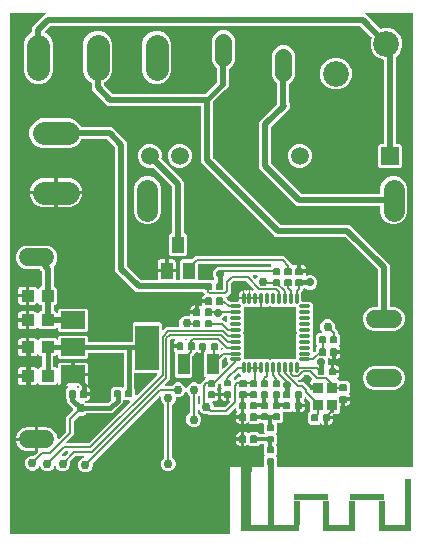
<source format=gbr>
G04 EAGLE Gerber RS-274X export*
G75*
%MOMM*%
%FSLAX34Y34*%
%LPD*%
%INBottom Copper*%
%IPPOS*%
%AMOC8*
5,1,8,0,0,1.08239X$1,22.5*%
G01*
%ADD10C,1.508000*%
%ADD11R,1.508000X1.508000*%
%ADD12R,1.000000X1.400000*%
%ADD13C,1.508000*%
%ADD14C,1.981200*%
%ADD15C,2.184400*%
%ADD16C,0.177000*%
%ADD17C,0.300000*%
%ADD18R,4.500000X4.500000*%
%ADD19C,0.808000*%
%ADD20R,0.850000X0.950000*%
%ADD21R,1.000000X1.800000*%
%ADD22R,0.900000X4.400000*%
%ADD23R,5.000000X0.500000*%
%ADD24R,0.500000X2.140000*%
%ADD25R,3.000000X0.500000*%
%ADD26R,2.700000X0.500000*%
%ADD27R,0.500000X3.940000*%
%ADD28R,0.500000X4.400000*%
%ADD29R,0.500000X0.500000*%
%ADD30R,0.900000X0.500000*%
%ADD31R,1.100000X1.000000*%
%ADD32C,1.778000*%
%ADD33R,2.006600X1.498600*%
%ADD34R,2.006600X3.810000*%
%ADD35C,1.422400*%
%ADD36C,0.381000*%
%ADD37C,0.706400*%
%ADD38C,0.152400*%
%ADD39C,0.897381*%
%ADD40C,0.812800*%
%ADD41C,0.756400*%
%ADD42C,0.508000*%
%ADD43C,0.304800*%
%ADD44C,0.203200*%

G36*
X189758Y4274D02*
X189758Y4274D01*
X189777Y4272D01*
X189879Y4294D01*
X189981Y4310D01*
X189998Y4320D01*
X190018Y4324D01*
X190107Y4377D01*
X190198Y4426D01*
X190212Y4440D01*
X190229Y4450D01*
X190296Y4529D01*
X190368Y4604D01*
X190376Y4622D01*
X190389Y4637D01*
X190428Y4733D01*
X190471Y4827D01*
X190473Y4847D01*
X190481Y4865D01*
X190499Y5032D01*
X190499Y61000D01*
X190500Y61001D01*
X218497Y61001D01*
X218567Y61012D01*
X218639Y61014D01*
X218688Y61032D01*
X218739Y61040D01*
X218803Y61074D01*
X218870Y61099D01*
X218911Y61131D01*
X218957Y61156D01*
X219006Y61207D01*
X219062Y61252D01*
X219090Y61296D01*
X219126Y61334D01*
X219156Y61399D01*
X219195Y61459D01*
X219208Y61510D01*
X219230Y61557D01*
X219238Y61628D01*
X219255Y61698D01*
X219251Y61750D01*
X219257Y61801D01*
X219242Y61872D01*
X219236Y61943D01*
X219216Y61991D01*
X219205Y62042D01*
X219168Y62103D01*
X219140Y62169D01*
X219095Y62225D01*
X219079Y62253D01*
X219061Y62268D01*
X219035Y62300D01*
X218869Y62466D01*
X218869Y69434D01*
X219647Y70212D01*
X219659Y70228D01*
X219674Y70240D01*
X219730Y70328D01*
X219791Y70411D01*
X219796Y70430D01*
X219807Y70447D01*
X219832Y70548D01*
X219863Y70647D01*
X219862Y70666D01*
X219867Y70686D01*
X219859Y70789D01*
X219857Y70892D01*
X219850Y70911D01*
X219848Y70931D01*
X219808Y71026D01*
X219772Y71123D01*
X219760Y71139D01*
X219752Y71157D01*
X219647Y71288D01*
X218869Y72066D01*
X218869Y79034D01*
X219171Y79336D01*
X219213Y79394D01*
X219262Y79446D01*
X219284Y79493D01*
X219315Y79535D01*
X219336Y79604D01*
X219366Y79669D01*
X219372Y79721D01*
X219387Y79771D01*
X219385Y79842D01*
X219393Y79913D01*
X219382Y79964D01*
X219381Y80016D01*
X219356Y80084D01*
X219341Y80154D01*
X219314Y80199D01*
X219296Y80247D01*
X219251Y80303D01*
X219215Y80365D01*
X219175Y80399D01*
X219142Y80439D01*
X219082Y80478D01*
X219028Y80525D01*
X218979Y80544D01*
X218935Y80572D01*
X218866Y80590D01*
X218799Y80617D01*
X218728Y80625D01*
X218697Y80633D01*
X218674Y80631D01*
X218633Y80635D01*
X216135Y80635D01*
X216045Y80621D01*
X215954Y80613D01*
X215925Y80601D01*
X215893Y80596D01*
X215812Y80553D01*
X215728Y80517D01*
X215696Y80491D01*
X215675Y80480D01*
X215653Y80457D01*
X215597Y80412D01*
X214144Y78959D01*
X207176Y78959D01*
X206398Y79737D01*
X206382Y79749D01*
X206370Y79764D01*
X206283Y79820D01*
X206199Y79881D01*
X206180Y79886D01*
X206163Y79897D01*
X206062Y79923D01*
X205963Y79953D01*
X205943Y79952D01*
X205924Y79957D01*
X205821Y79949D01*
X205718Y79947D01*
X205699Y79940D01*
X205679Y79938D01*
X205584Y79898D01*
X205487Y79862D01*
X205471Y79850D01*
X205453Y79842D01*
X205322Y79737D01*
X205228Y79644D01*
X204447Y79193D01*
X203576Y78959D01*
X202534Y78959D01*
X202534Y83987D01*
X202531Y84006D01*
X202533Y84026D01*
X202511Y84128D01*
X202495Y84230D01*
X202485Y84247D01*
X202481Y84267D01*
X202428Y84356D01*
X202379Y84447D01*
X202365Y84461D01*
X202355Y84478D01*
X202276Y84545D01*
X202201Y84616D01*
X202183Y84625D01*
X202168Y84638D01*
X202072Y84676D01*
X202027Y84697D01*
X202033Y84701D01*
X202053Y84705D01*
X202142Y84758D01*
X202233Y84807D01*
X202247Y84821D01*
X202264Y84831D01*
X202331Y84910D01*
X202403Y84985D01*
X202411Y85003D01*
X202424Y85018D01*
X202462Y85114D01*
X202506Y85208D01*
X202508Y85228D01*
X202516Y85246D01*
X202534Y85413D01*
X202534Y90441D01*
X203576Y90441D01*
X204447Y90207D01*
X205228Y89756D01*
X205322Y89663D01*
X205338Y89651D01*
X205350Y89636D01*
X205437Y89580D01*
X205521Y89519D01*
X205540Y89514D01*
X205557Y89503D01*
X205658Y89478D01*
X205756Y89447D01*
X205776Y89448D01*
X205796Y89443D01*
X205899Y89451D01*
X206002Y89453D01*
X206021Y89460D01*
X206041Y89462D01*
X206136Y89502D01*
X206233Y89538D01*
X206249Y89550D01*
X206267Y89558D01*
X206398Y89663D01*
X207176Y90441D01*
X214144Y90441D01*
X215597Y88988D01*
X215671Y88935D01*
X215740Y88875D01*
X215771Y88863D01*
X215797Y88844D01*
X215884Y88817D01*
X215969Y88783D01*
X216010Y88779D01*
X216032Y88772D01*
X216064Y88773D01*
X216135Y88765D01*
X219083Y88765D01*
X219153Y88776D01*
X219225Y88778D01*
X219274Y88796D01*
X219325Y88804D01*
X219389Y88838D01*
X219456Y88863D01*
X219497Y88895D01*
X219543Y88920D01*
X219592Y88972D01*
X219648Y89016D01*
X219676Y89060D01*
X219712Y89098D01*
X219742Y89163D01*
X219781Y89223D01*
X219794Y89274D01*
X219816Y89321D01*
X219824Y89392D01*
X219841Y89462D01*
X219837Y89514D01*
X219843Y89565D01*
X219828Y89636D01*
X219822Y89707D01*
X219802Y89755D01*
X219791Y89806D01*
X219754Y89867D01*
X219726Y89933D01*
X219681Y89989D01*
X219665Y90017D01*
X219661Y90020D01*
X219660Y90022D01*
X219645Y90034D01*
X219621Y90064D01*
X218869Y90816D01*
X218869Y97198D01*
X218866Y97218D01*
X218868Y97237D01*
X218846Y97339D01*
X218830Y97441D01*
X218820Y97458D01*
X218816Y97478D01*
X218763Y97567D01*
X218714Y97658D01*
X218700Y97672D01*
X218690Y97689D01*
X218611Y97756D01*
X218536Y97828D01*
X218518Y97836D01*
X218503Y97849D01*
X218407Y97888D01*
X218313Y97931D01*
X218293Y97933D01*
X218275Y97941D01*
X218108Y97959D01*
X215876Y97959D01*
X215673Y98162D01*
X215657Y98174D01*
X215645Y98189D01*
X215557Y98245D01*
X215474Y98306D01*
X215455Y98311D01*
X215438Y98322D01*
X215337Y98347D01*
X215239Y98378D01*
X215219Y98377D01*
X215199Y98382D01*
X215096Y98374D01*
X214993Y98372D01*
X214974Y98365D01*
X214954Y98363D01*
X214859Y98323D01*
X214762Y98287D01*
X214746Y98275D01*
X214728Y98267D01*
X214597Y98162D01*
X214144Y97709D01*
X207176Y97709D01*
X206398Y98487D01*
X206382Y98499D01*
X206370Y98514D01*
X206283Y98570D01*
X206199Y98631D01*
X206180Y98636D01*
X206163Y98647D01*
X206062Y98673D01*
X205963Y98703D01*
X205943Y98702D01*
X205924Y98707D01*
X205821Y98699D01*
X205718Y98697D01*
X205699Y98690D01*
X205679Y98688D01*
X205584Y98648D01*
X205487Y98612D01*
X205471Y98600D01*
X205453Y98592D01*
X205322Y98487D01*
X205228Y98394D01*
X204447Y97943D01*
X203576Y97709D01*
X202534Y97709D01*
X202534Y102737D01*
X202531Y102756D01*
X202533Y102776D01*
X202511Y102878D01*
X202495Y102980D01*
X202485Y102997D01*
X202481Y103017D01*
X202428Y103106D01*
X202379Y103197D01*
X202365Y103211D01*
X202355Y103228D01*
X202276Y103295D01*
X202201Y103366D01*
X202183Y103375D01*
X202168Y103388D01*
X202072Y103426D01*
X202027Y103447D01*
X202033Y103451D01*
X202053Y103455D01*
X202142Y103508D01*
X202233Y103557D01*
X202247Y103571D01*
X202264Y103581D01*
X202331Y103660D01*
X202403Y103735D01*
X202411Y103753D01*
X202424Y103768D01*
X202463Y103865D01*
X202506Y103958D01*
X202508Y103978D01*
X202516Y103996D01*
X202534Y104163D01*
X202534Y112337D01*
X202531Y112356D01*
X202533Y112376D01*
X202511Y112478D01*
X202495Y112580D01*
X202485Y112597D01*
X202481Y112617D01*
X202428Y112706D01*
X202379Y112797D01*
X202365Y112811D01*
X202355Y112828D01*
X202276Y112895D01*
X202201Y112966D01*
X202183Y112975D01*
X202168Y112988D01*
X202072Y113026D01*
X202027Y113047D01*
X202033Y113051D01*
X202053Y113055D01*
X202142Y113108D01*
X202233Y113157D01*
X202247Y113171D01*
X202264Y113181D01*
X202331Y113260D01*
X202403Y113335D01*
X202411Y113353D01*
X202424Y113368D01*
X202463Y113465D01*
X202506Y113558D01*
X202508Y113578D01*
X202516Y113596D01*
X202534Y113763D01*
X202534Y119029D01*
X202551Y119049D01*
X202623Y119124D01*
X202631Y119142D01*
X202644Y119157D01*
X202683Y119253D01*
X202726Y119347D01*
X202728Y119367D01*
X202736Y119385D01*
X202754Y119552D01*
X202754Y120726D01*
X209767Y120726D01*
X209786Y120729D01*
X209806Y120727D01*
X209908Y120749D01*
X210010Y120765D01*
X210027Y120775D01*
X210047Y120779D01*
X210136Y120832D01*
X210227Y120881D01*
X210241Y120895D01*
X210258Y120905D01*
X210325Y120984D01*
X210396Y121059D01*
X210405Y121077D01*
X210418Y121092D01*
X210456Y121188D01*
X210500Y121282D01*
X210502Y121302D01*
X210510Y121320D01*
X210528Y121487D01*
X210528Y122913D01*
X210525Y122933D01*
X210527Y122952D01*
X210505Y123054D01*
X210488Y123156D01*
X210479Y123173D01*
X210475Y123193D01*
X210422Y123282D01*
X210373Y123373D01*
X210359Y123387D01*
X210349Y123404D01*
X210270Y123471D01*
X210195Y123543D01*
X210177Y123551D01*
X210162Y123564D01*
X210065Y123603D01*
X209972Y123646D01*
X209952Y123648D01*
X209934Y123656D01*
X209767Y123674D01*
X201993Y123674D01*
X201974Y123671D01*
X201954Y123673D01*
X201852Y123651D01*
X201750Y123635D01*
X201733Y123625D01*
X201713Y123621D01*
X201624Y123568D01*
X201533Y123519D01*
X201519Y123505D01*
X201502Y123495D01*
X201435Y123416D01*
X201364Y123341D01*
X201355Y123323D01*
X201342Y123308D01*
X201304Y123212D01*
X201260Y123118D01*
X201258Y123098D01*
X201250Y123080D01*
X201232Y122913D01*
X201232Y122248D01*
X200567Y122248D01*
X200547Y122245D01*
X200527Y122247D01*
X200426Y122225D01*
X200324Y122208D01*
X200307Y122199D01*
X200287Y122195D01*
X200198Y122142D01*
X200107Y122093D01*
X200093Y122079D01*
X200076Y122069D01*
X200009Y121990D01*
X199937Y121915D01*
X199929Y121897D01*
X199916Y121882D01*
X199877Y121785D01*
X199834Y121692D01*
X199832Y121672D01*
X199824Y121654D01*
X199806Y121487D01*
X199806Y116471D01*
X199789Y116451D01*
X199717Y116376D01*
X199709Y116358D01*
X199696Y116343D01*
X199657Y116246D01*
X199614Y116153D01*
X199612Y116133D01*
X199604Y116115D01*
X199586Y115948D01*
X199586Y113763D01*
X199589Y113744D01*
X199587Y113724D01*
X199609Y113622D01*
X199625Y113520D01*
X199635Y113503D01*
X199639Y113483D01*
X199692Y113394D01*
X199741Y113303D01*
X199755Y113289D01*
X199765Y113272D01*
X199844Y113205D01*
X199919Y113134D01*
X199937Y113125D01*
X199952Y113112D01*
X200048Y113074D01*
X200093Y113053D01*
X200087Y113049D01*
X200067Y113045D01*
X199978Y112992D01*
X199887Y112943D01*
X199873Y112929D01*
X199856Y112919D01*
X199789Y112840D01*
X199717Y112765D01*
X199709Y112747D01*
X199696Y112732D01*
X199657Y112635D01*
X199614Y112542D01*
X199612Y112522D01*
X199604Y112504D01*
X199586Y112337D01*
X199586Y104924D01*
X195569Y104924D01*
X195569Y106216D01*
X195803Y107087D01*
X196254Y107869D01*
X196278Y107933D01*
X196311Y107992D01*
X196321Y108047D01*
X196341Y108099D01*
X196344Y108167D01*
X196356Y108233D01*
X196348Y108289D01*
X196350Y108345D01*
X196331Y108410D01*
X196322Y108477D01*
X196290Y108550D01*
X196280Y108581D01*
X196269Y108598D01*
X196254Y108631D01*
X195803Y109413D01*
X195592Y110201D01*
X195553Y110287D01*
X195520Y110377D01*
X195502Y110399D01*
X195490Y110425D01*
X195426Y110495D01*
X195366Y110569D01*
X195342Y110584D01*
X195323Y110605D01*
X195239Y110651D01*
X195159Y110702D01*
X195132Y110709D01*
X195107Y110722D01*
X195013Y110739D01*
X194921Y110762D01*
X194892Y110760D01*
X194865Y110765D01*
X194770Y110750D01*
X194675Y110743D01*
X194649Y110732D01*
X194621Y110728D01*
X194536Y110684D01*
X194449Y110647D01*
X194421Y110625D01*
X194403Y110615D01*
X194380Y110591D01*
X194318Y110542D01*
X188677Y104901D01*
X172876Y104901D01*
X172515Y105262D01*
X172420Y105330D01*
X172326Y105400D01*
X172320Y105402D01*
X172315Y105406D01*
X172204Y105440D01*
X172093Y105476D01*
X172086Y105476D01*
X172080Y105478D01*
X171963Y105475D01*
X171847Y105474D01*
X171839Y105472D01*
X171834Y105472D01*
X171817Y105465D01*
X171720Y105437D01*
X169194Y105437D01*
X166870Y106400D01*
X165092Y108178D01*
X164787Y108914D01*
X164736Y108997D01*
X164690Y109083D01*
X164672Y109100D01*
X164658Y109123D01*
X164582Y109185D01*
X164512Y109252D01*
X164488Y109263D01*
X164468Y109280D01*
X164377Y109315D01*
X164289Y109356D01*
X164263Y109358D01*
X164239Y109368D01*
X164141Y109372D01*
X164045Y109383D01*
X164019Y109377D01*
X163993Y109378D01*
X163899Y109351D01*
X163804Y109330D01*
X163782Y109317D01*
X163757Y109310D01*
X163677Y109254D01*
X163593Y109204D01*
X163576Y109184D01*
X163555Y109169D01*
X163496Y109091D01*
X163433Y109017D01*
X163423Y108993D01*
X163408Y108972D01*
X163378Y108880D01*
X163341Y108789D01*
X163338Y108757D01*
X163332Y108738D01*
X163332Y108705D01*
X163323Y108622D01*
X163323Y106792D01*
X163337Y106702D01*
X163345Y106611D01*
X163357Y106581D01*
X163362Y106550D01*
X163405Y106469D01*
X163441Y106385D01*
X163467Y106353D01*
X163478Y106332D01*
X163501Y106310D01*
X163546Y106254D01*
X165126Y104674D01*
X166089Y102350D01*
X166089Y99834D01*
X165126Y97510D01*
X163348Y95732D01*
X161024Y94769D01*
X158508Y94769D01*
X156184Y95732D01*
X154406Y97510D01*
X153443Y99834D01*
X153443Y102350D01*
X154406Y104674D01*
X156184Y106452D01*
X156247Y106478D01*
X156347Y106540D01*
X156447Y106600D01*
X156451Y106604D01*
X156456Y106608D01*
X156531Y106698D01*
X156607Y106787D01*
X156609Y106792D01*
X156613Y106797D01*
X156655Y106906D01*
X156699Y107015D01*
X156700Y107022D01*
X156701Y107027D01*
X156702Y107045D01*
X156717Y107181D01*
X156717Y120284D01*
X156703Y120374D01*
X156695Y120465D01*
X156683Y120494D01*
X156678Y120526D01*
X156635Y120607D01*
X156599Y120691D01*
X156573Y120723D01*
X156562Y120744D01*
X156539Y120766D01*
X156494Y120822D01*
X154660Y122656D01*
X153992Y124268D01*
X153954Y124329D01*
X153925Y124394D01*
X153890Y124433D01*
X153863Y124477D01*
X153807Y124523D01*
X153759Y124576D01*
X153713Y124601D01*
X153673Y124634D01*
X153606Y124660D01*
X153543Y124694D01*
X153492Y124703D01*
X153444Y124722D01*
X153372Y124725D01*
X153301Y124738D01*
X153250Y124730D01*
X153198Y124733D01*
X153129Y124713D01*
X153058Y124702D01*
X153012Y124678D01*
X152962Y124664D01*
X152903Y124623D01*
X152839Y124591D01*
X152802Y124553D01*
X152760Y124524D01*
X152717Y124466D01*
X152667Y124415D01*
X152632Y124352D01*
X152613Y124326D01*
X152606Y124304D01*
X152586Y124268D01*
X151918Y122656D01*
X150140Y120878D01*
X147816Y119915D01*
X145260Y119915D01*
X145240Y119912D01*
X145221Y119914D01*
X145119Y119892D01*
X145017Y119876D01*
X145000Y119866D01*
X144980Y119862D01*
X144891Y119809D01*
X144800Y119760D01*
X144786Y119746D01*
X144769Y119736D01*
X144702Y119657D01*
X144630Y119582D01*
X144622Y119564D01*
X144609Y119549D01*
X144570Y119453D01*
X144527Y119359D01*
X144525Y119339D01*
X144517Y119321D01*
X144499Y119154D01*
X144499Y117896D01*
X143536Y115572D01*
X141702Y113738D01*
X141649Y113664D01*
X141589Y113595D01*
X141577Y113564D01*
X141558Y113538D01*
X141531Y113451D01*
X141497Y113366D01*
X141493Y113325D01*
X141486Y113303D01*
X141487Y113271D01*
X141479Y113200D01*
X141479Y69454D01*
X141493Y69364D01*
X141501Y69273D01*
X141513Y69244D01*
X141518Y69212D01*
X141561Y69131D01*
X141597Y69047D01*
X141623Y69015D01*
X141634Y68994D01*
X141657Y68972D01*
X141702Y68916D01*
X143536Y67082D01*
X144499Y64758D01*
X144499Y62242D01*
X143536Y59918D01*
X141758Y58140D01*
X139434Y57177D01*
X136918Y57177D01*
X134594Y58140D01*
X132816Y59918D01*
X131853Y62242D01*
X131853Y64758D01*
X132816Y67082D01*
X134650Y68916D01*
X134703Y68990D01*
X134763Y69059D01*
X134775Y69090D01*
X134794Y69116D01*
X134821Y69203D01*
X134855Y69288D01*
X134859Y69329D01*
X134866Y69351D01*
X134865Y69383D01*
X134873Y69454D01*
X134873Y113200D01*
X134859Y113290D01*
X134851Y113381D01*
X134839Y113410D01*
X134834Y113442D01*
X134791Y113523D01*
X134755Y113607D01*
X134729Y113639D01*
X134718Y113660D01*
X134695Y113682D01*
X134650Y113738D01*
X132816Y115572D01*
X131853Y117896D01*
X131853Y120011D01*
X131852Y120018D01*
X131852Y120020D01*
X131850Y120030D01*
X131842Y120081D01*
X131840Y120153D01*
X131822Y120202D01*
X131814Y120253D01*
X131780Y120317D01*
X131755Y120384D01*
X131723Y120425D01*
X131698Y120471D01*
X131646Y120520D01*
X131602Y120576D01*
X131558Y120604D01*
X131520Y120640D01*
X131455Y120670D01*
X131395Y120709D01*
X131344Y120722D01*
X131297Y120744D01*
X131226Y120752D01*
X131156Y120769D01*
X131104Y120765D01*
X131053Y120771D01*
X130982Y120756D01*
X130911Y120750D01*
X130863Y120730D01*
X130812Y120719D01*
X130751Y120682D01*
X130685Y120654D01*
X130629Y120609D01*
X130601Y120592D01*
X130586Y120575D01*
X130554Y120549D01*
X74618Y64613D01*
X74565Y64539D01*
X74505Y64470D01*
X74493Y64439D01*
X74474Y64413D01*
X74447Y64326D01*
X74413Y64241D01*
X74409Y64200D01*
X74402Y64178D01*
X74403Y64146D01*
X74395Y64075D01*
X74395Y61480D01*
X73432Y59156D01*
X71654Y57378D01*
X69330Y56415D01*
X66814Y56415D01*
X64490Y57378D01*
X62712Y59156D01*
X61749Y61480D01*
X61749Y63996D01*
X62712Y66320D01*
X64490Y68098D01*
X66409Y68893D01*
X66492Y68944D01*
X66578Y68990D01*
X66596Y69009D01*
X66618Y69022D01*
X66680Y69097D01*
X66747Y69168D01*
X66758Y69192D01*
X66775Y69212D01*
X66809Y69303D01*
X66851Y69391D01*
X66853Y69417D01*
X66863Y69441D01*
X66867Y69539D01*
X66878Y69635D01*
X66872Y69661D01*
X66873Y69687D01*
X66846Y69781D01*
X66825Y69876D01*
X66812Y69898D01*
X66805Y69923D01*
X66749Y70003D01*
X66699Y70087D01*
X66679Y70104D01*
X66664Y70125D01*
X66586Y70184D01*
X66512Y70247D01*
X66488Y70257D01*
X66467Y70272D01*
X66375Y70302D01*
X66284Y70339D01*
X66252Y70342D01*
X66233Y70348D01*
X66200Y70348D01*
X66117Y70357D01*
X60357Y70357D01*
X60267Y70343D01*
X60176Y70335D01*
X60147Y70323D01*
X60115Y70318D01*
X60034Y70275D01*
X59950Y70239D01*
X59918Y70213D01*
X59897Y70202D01*
X59875Y70179D01*
X59819Y70134D01*
X55314Y65629D01*
X55261Y65555D01*
X55201Y65486D01*
X55189Y65455D01*
X55170Y65429D01*
X55143Y65342D01*
X55109Y65257D01*
X55105Y65216D01*
X55098Y65194D01*
X55099Y65162D01*
X55091Y65091D01*
X55091Y62496D01*
X54128Y60172D01*
X52350Y58394D01*
X50026Y57431D01*
X47510Y57431D01*
X45186Y58394D01*
X43408Y60172D01*
X42987Y61188D01*
X42950Y61249D01*
X42920Y61314D01*
X42885Y61353D01*
X42858Y61397D01*
X42802Y61443D01*
X42754Y61495D01*
X42708Y61520D01*
X42668Y61554D01*
X42601Y61579D01*
X42538Y61614D01*
X42487Y61623D01*
X42439Y61642D01*
X42367Y61645D01*
X42296Y61658D01*
X42245Y61650D01*
X42193Y61652D01*
X42124Y61632D01*
X42053Y61622D01*
X42007Y61598D01*
X41957Y61584D01*
X41898Y61543D01*
X41834Y61510D01*
X41797Y61473D01*
X41755Y61443D01*
X41712Y61386D01*
X41662Y61335D01*
X41627Y61272D01*
X41608Y61246D01*
X41601Y61224D01*
X41581Y61188D01*
X41160Y60172D01*
X39382Y58394D01*
X37058Y57431D01*
X34542Y57431D01*
X32218Y58394D01*
X30440Y60172D01*
X30055Y61101D01*
X30017Y61162D01*
X29988Y61228D01*
X29953Y61266D01*
X29926Y61310D01*
X29870Y61356D01*
X29822Y61409D01*
X29776Y61434D01*
X29736Y61467D01*
X29669Y61493D01*
X29606Y61528D01*
X29555Y61537D01*
X29506Y61555D01*
X29435Y61558D01*
X29364Y61571D01*
X29313Y61564D01*
X29261Y61566D01*
X29192Y61546D01*
X29121Y61535D01*
X29074Y61512D01*
X29024Y61497D01*
X28965Y61456D01*
X28902Y61424D01*
X28865Y61387D01*
X28822Y61357D01*
X28779Y61299D01*
X28729Y61248D01*
X28695Y61186D01*
X28676Y61160D01*
X28668Y61137D01*
X28648Y61101D01*
X28474Y60680D01*
X26696Y58902D01*
X24372Y57939D01*
X21856Y57939D01*
X19532Y58902D01*
X17754Y60680D01*
X16791Y63004D01*
X16791Y65520D01*
X17754Y67844D01*
X19532Y69622D01*
X21856Y70585D01*
X24451Y70585D01*
X24541Y70599D01*
X24632Y70607D01*
X24661Y70619D01*
X24693Y70624D01*
X24774Y70667D01*
X24858Y70703D01*
X24890Y70729D01*
X24911Y70740D01*
X24933Y70763D01*
X24989Y70808D01*
X27844Y73663D01*
X27990Y73809D01*
X28039Y73876D01*
X28040Y73878D01*
X28040Y73879D01*
X28043Y73883D01*
X28103Y73952D01*
X28115Y73983D01*
X28134Y74009D01*
X28161Y74096D01*
X28195Y74181D01*
X28199Y74222D01*
X28206Y74244D01*
X28205Y74276D01*
X28213Y74347D01*
X28213Y83618D01*
X28210Y83638D01*
X28212Y83657D01*
X28190Y83759D01*
X28173Y83861D01*
X28164Y83878D01*
X28160Y83898D01*
X28107Y83987D01*
X28058Y84078D01*
X28044Y84092D01*
X28034Y84109D01*
X27955Y84176D01*
X27880Y84247D01*
X27862Y84256D01*
X27847Y84269D01*
X27751Y84307D01*
X27657Y84351D01*
X27637Y84353D01*
X27619Y84361D01*
X27452Y84379D01*
X26689Y84379D01*
X26689Y84381D01*
X27452Y84381D01*
X27472Y84384D01*
X27491Y84382D01*
X27593Y84404D01*
X27695Y84421D01*
X27712Y84430D01*
X27732Y84434D01*
X27821Y84487D01*
X27912Y84536D01*
X27926Y84550D01*
X27943Y84560D01*
X28010Y84639D01*
X28081Y84714D01*
X28090Y84732D01*
X28103Y84747D01*
X28142Y84843D01*
X28185Y84937D01*
X28187Y84957D01*
X28195Y84975D01*
X28213Y85142D01*
X28213Y94461D01*
X35023Y94461D01*
X36591Y94213D01*
X38100Y93722D01*
X39513Y93002D01*
X40797Y92069D01*
X41919Y90947D01*
X42852Y89663D01*
X43572Y88250D01*
X44063Y86740D01*
X44266Y85457D01*
X44270Y85446D01*
X44270Y85434D01*
X44308Y85328D01*
X44343Y85223D01*
X44350Y85214D01*
X44354Y85203D01*
X44424Y85115D01*
X44491Y85027D01*
X44501Y85020D01*
X44508Y85011D01*
X44602Y84950D01*
X44693Y84887D01*
X44705Y84884D01*
X44715Y84878D01*
X44823Y84850D01*
X44930Y84820D01*
X44942Y84820D01*
X44953Y84818D01*
X45064Y84826D01*
X45176Y84831D01*
X45187Y84836D01*
X45199Y84837D01*
X45301Y84880D01*
X45405Y84921D01*
X45414Y84928D01*
X45425Y84933D01*
X45556Y85038D01*
X51338Y90820D01*
X51391Y90894D01*
X51451Y90964D01*
X51463Y90994D01*
X51482Y91020D01*
X51509Y91107D01*
X51543Y91192D01*
X51547Y91233D01*
X51554Y91255D01*
X51553Y91287D01*
X51561Y91358D01*
X51561Y102714D01*
X53719Y104872D01*
X57716Y108869D01*
X57769Y108943D01*
X57829Y109012D01*
X57841Y109043D01*
X57860Y109069D01*
X57887Y109156D01*
X57921Y109241D01*
X57925Y109282D01*
X57932Y109304D01*
X57931Y109336D01*
X57939Y109407D01*
X57939Y110464D01*
X57925Y110554D01*
X57917Y110645D01*
X57905Y110675D01*
X57900Y110707D01*
X57857Y110788D01*
X57821Y110872D01*
X57795Y110904D01*
X57784Y110924D01*
X57761Y110947D01*
X57716Y111002D01*
X52553Y116165D01*
X52553Y117937D01*
X52539Y118027D01*
X52531Y118118D01*
X52519Y118147D01*
X52514Y118179D01*
X52471Y118260D01*
X52435Y118344D01*
X52409Y118376D01*
X52398Y118397D01*
X52375Y118419D01*
X52330Y118475D01*
X51589Y119216D01*
X51589Y126684D01*
X52936Y128031D01*
X52978Y128089D01*
X53027Y128141D01*
X53049Y128188D01*
X53080Y128230D01*
X53101Y128299D01*
X53131Y128364D01*
X53137Y128416D01*
X53152Y128466D01*
X53150Y128537D01*
X53158Y128608D01*
X53147Y128659D01*
X53146Y128711D01*
X53121Y128779D01*
X53106Y128849D01*
X53079Y128894D01*
X53061Y128942D01*
X53016Y128998D01*
X52980Y129060D01*
X52940Y129094D01*
X52907Y129134D01*
X52847Y129173D01*
X52793Y129220D01*
X52744Y129239D01*
X52700Y129267D01*
X52631Y129285D01*
X52564Y129312D01*
X52493Y129320D01*
X52462Y129328D01*
X52439Y129326D01*
X52398Y129330D01*
X47157Y129330D01*
X46510Y129503D01*
X45931Y129838D01*
X45458Y130311D01*
X45123Y130890D01*
X45023Y131265D01*
X44984Y131352D01*
X44951Y131441D01*
X44933Y131463D01*
X44922Y131489D01*
X44857Y131559D01*
X44797Y131633D01*
X44774Y131649D01*
X44754Y131669D01*
X44671Y131715D01*
X44590Y131766D01*
X44563Y131773D01*
X44538Y131787D01*
X44444Y131803D01*
X44352Y131827D01*
X44324Y131824D01*
X44296Y131829D01*
X44202Y131815D01*
X44107Y131807D01*
X44081Y131796D01*
X44053Y131792D01*
X43968Y131748D01*
X43880Y131711D01*
X43853Y131689D01*
X43834Y131679D01*
X43811Y131656D01*
X43749Y131606D01*
X42672Y130529D01*
X29568Y130529D01*
X28062Y132034D01*
X27967Y132103D01*
X27870Y132174D01*
X27866Y132176D01*
X27863Y132178D01*
X27750Y132213D01*
X27636Y132249D01*
X27632Y132249D01*
X27628Y132250D01*
X27509Y132247D01*
X27390Y132245D01*
X27386Y132244D01*
X27382Y132244D01*
X27270Y132203D01*
X27158Y132164D01*
X27155Y132161D01*
X27151Y132160D01*
X27057Y132085D01*
X26964Y132012D01*
X26961Y132008D01*
X26959Y132006D01*
X26951Y131994D01*
X26865Y131877D01*
X26653Y131510D01*
X26180Y131037D01*
X25601Y130702D01*
X24954Y130529D01*
X20643Y130529D01*
X20643Y137308D01*
X20640Y137328D01*
X20642Y137347D01*
X20620Y137449D01*
X20603Y137551D01*
X20594Y137568D01*
X20590Y137588D01*
X20537Y137677D01*
X20488Y137768D01*
X20474Y137782D01*
X20464Y137799D01*
X20385Y137866D01*
X20310Y137937D01*
X20292Y137946D01*
X20277Y137959D01*
X20181Y137998D01*
X20087Y138041D01*
X20067Y138043D01*
X20049Y138051D01*
X19882Y138069D01*
X19119Y138069D01*
X19119Y138071D01*
X19882Y138071D01*
X19902Y138074D01*
X19921Y138072D01*
X20023Y138094D01*
X20125Y138111D01*
X20142Y138120D01*
X20162Y138124D01*
X20251Y138177D01*
X20342Y138226D01*
X20356Y138240D01*
X20373Y138250D01*
X20440Y138329D01*
X20511Y138404D01*
X20520Y138422D01*
X20533Y138437D01*
X20572Y138533D01*
X20615Y138627D01*
X20617Y138647D01*
X20625Y138665D01*
X20643Y138832D01*
X20643Y145611D01*
X24954Y145611D01*
X25601Y145438D01*
X26180Y145103D01*
X26653Y144630D01*
X26865Y144263D01*
X26941Y144170D01*
X27014Y144078D01*
X27018Y144076D01*
X27021Y144073D01*
X27122Y144009D01*
X27221Y143945D01*
X27225Y143944D01*
X27229Y143942D01*
X27345Y143914D01*
X27460Y143885D01*
X27464Y143886D01*
X27468Y143885D01*
X27587Y143895D01*
X27705Y143904D01*
X27709Y143906D01*
X27713Y143906D01*
X27823Y143954D01*
X27931Y144001D01*
X27935Y144004D01*
X27938Y144005D01*
X27949Y144015D01*
X28062Y144106D01*
X29568Y145611D01*
X30913Y145611D01*
X30933Y145614D01*
X30952Y145612D01*
X31054Y145634D01*
X31156Y145650D01*
X31173Y145660D01*
X31193Y145664D01*
X31282Y145717D01*
X31373Y145766D01*
X31387Y145780D01*
X31404Y145790D01*
X31471Y145869D01*
X31543Y145944D01*
X31551Y145962D01*
X31564Y145977D01*
X31603Y146073D01*
X31646Y146167D01*
X31648Y146187D01*
X31656Y146205D01*
X31674Y146372D01*
X31674Y154068D01*
X31671Y154088D01*
X31673Y154107D01*
X31651Y154209D01*
X31635Y154311D01*
X31625Y154328D01*
X31621Y154348D01*
X31568Y154437D01*
X31519Y154528D01*
X31505Y154542D01*
X31495Y154559D01*
X31416Y154626D01*
X31341Y154698D01*
X31323Y154706D01*
X31308Y154719D01*
X31212Y154758D01*
X31118Y154801D01*
X31098Y154803D01*
X31080Y154811D01*
X30913Y154829D01*
X29568Y154829D01*
X28062Y156334D01*
X27967Y156403D01*
X27870Y156474D01*
X27866Y156476D01*
X27863Y156478D01*
X27750Y156513D01*
X27636Y156549D01*
X27632Y156549D01*
X27628Y156550D01*
X27509Y156547D01*
X27390Y156545D01*
X27386Y156544D01*
X27382Y156544D01*
X27270Y156503D01*
X27158Y156464D01*
X27155Y156461D01*
X27151Y156460D01*
X27057Y156385D01*
X26964Y156312D01*
X26961Y156308D01*
X26959Y156306D01*
X26951Y156294D01*
X26865Y156177D01*
X26653Y155810D01*
X26180Y155337D01*
X25601Y155002D01*
X24954Y154829D01*
X20643Y154829D01*
X20643Y161608D01*
X20640Y161628D01*
X20642Y161647D01*
X20620Y161749D01*
X20603Y161851D01*
X20594Y161868D01*
X20590Y161888D01*
X20537Y161977D01*
X20488Y162068D01*
X20474Y162082D01*
X20464Y162099D01*
X20385Y162166D01*
X20310Y162237D01*
X20292Y162246D01*
X20277Y162259D01*
X20181Y162298D01*
X20087Y162341D01*
X20067Y162343D01*
X20049Y162351D01*
X19882Y162369D01*
X19119Y162369D01*
X19119Y162371D01*
X19882Y162371D01*
X19902Y162374D01*
X19921Y162372D01*
X20023Y162394D01*
X20125Y162411D01*
X20142Y162420D01*
X20162Y162424D01*
X20251Y162477D01*
X20342Y162526D01*
X20356Y162540D01*
X20373Y162550D01*
X20440Y162629D01*
X20511Y162704D01*
X20520Y162722D01*
X20533Y162737D01*
X20572Y162833D01*
X20615Y162927D01*
X20617Y162947D01*
X20625Y162965D01*
X20643Y163132D01*
X20643Y169911D01*
X24954Y169911D01*
X25601Y169738D01*
X26180Y169403D01*
X26653Y168930D01*
X26865Y168563D01*
X26941Y168470D01*
X27014Y168378D01*
X27018Y168376D01*
X27021Y168373D01*
X27122Y168309D01*
X27221Y168245D01*
X27225Y168244D01*
X27229Y168242D01*
X27345Y168214D01*
X27460Y168185D01*
X27464Y168186D01*
X27468Y168185D01*
X27587Y168195D01*
X27705Y168204D01*
X27709Y168206D01*
X27713Y168206D01*
X27823Y168254D01*
X27931Y168301D01*
X27935Y168304D01*
X27938Y168305D01*
X27949Y168315D01*
X28062Y168406D01*
X29568Y169911D01*
X42672Y169911D01*
X43651Y168932D01*
X43709Y168891D01*
X43761Y168841D01*
X43808Y168819D01*
X43850Y168789D01*
X43919Y168768D01*
X43984Y168738D01*
X44036Y168732D01*
X44086Y168716D01*
X44157Y168718D01*
X44228Y168710D01*
X44279Y168722D01*
X44331Y168723D01*
X44399Y168747D01*
X44469Y168763D01*
X44514Y168789D01*
X44562Y168807D01*
X44618Y168852D01*
X44680Y168889D01*
X44714Y168928D01*
X44754Y168961D01*
X44793Y169021D01*
X44840Y169076D01*
X44859Y169124D01*
X44887Y169168D01*
X44905Y169237D01*
X44932Y169304D01*
X44940Y169375D01*
X44948Y169406D01*
X44946Y169430D01*
X44950Y169471D01*
X44950Y170769D01*
X46439Y172258D01*
X68609Y172258D01*
X70098Y170769D01*
X70098Y167432D01*
X70101Y167412D01*
X70099Y167393D01*
X70121Y167291D01*
X70137Y167189D01*
X70147Y167172D01*
X70151Y167152D01*
X70204Y167063D01*
X70253Y166972D01*
X70267Y166958D01*
X70277Y166941D01*
X70356Y166874D01*
X70431Y166803D01*
X70449Y166794D01*
X70464Y166781D01*
X70560Y166743D01*
X70654Y166699D01*
X70674Y166697D01*
X70692Y166689D01*
X70859Y166671D01*
X102745Y166674D01*
X102746Y166674D01*
X102749Y166674D01*
X102750Y166674D01*
X102751Y166674D01*
X104858Y166674D01*
X107057Y166674D01*
X107059Y166674D01*
X107181Y166674D01*
X107201Y166677D01*
X107220Y166675D01*
X107322Y166697D01*
X107424Y166713D01*
X107441Y166723D01*
X107461Y166727D01*
X107550Y166780D01*
X107641Y166829D01*
X107655Y166843D01*
X107672Y166853D01*
X107739Y166932D01*
X107811Y167007D01*
X107819Y167025D01*
X107832Y167040D01*
X107871Y167136D01*
X107914Y167230D01*
X107916Y167250D01*
X107924Y167268D01*
X107942Y167435D01*
X107942Y182072D01*
X109431Y183561D01*
X131601Y183561D01*
X133090Y182072D01*
X133090Y177698D01*
X133101Y177628D01*
X133103Y177556D01*
X133121Y177507D01*
X133129Y177456D01*
X133163Y177392D01*
X133188Y177325D01*
X133220Y177284D01*
X133245Y177238D01*
X133296Y177189D01*
X133341Y177133D01*
X133385Y177105D01*
X133423Y177069D01*
X133488Y177039D01*
X133548Y177000D01*
X133599Y176987D01*
X133646Y176965D01*
X133717Y176957D01*
X133787Y176940D01*
X133839Y176944D01*
X133890Y176938D01*
X133961Y176953D01*
X134032Y176959D01*
X134080Y176979D01*
X134131Y176990D01*
X134192Y177027D01*
X134258Y177055D01*
X134314Y177100D01*
X134342Y177117D01*
X134357Y177134D01*
X134389Y177160D01*
X134696Y177467D01*
X136854Y179625D01*
X146930Y179625D01*
X146975Y179632D01*
X147021Y179630D01*
X147096Y179652D01*
X147173Y179664D01*
X147213Y179686D01*
X147258Y179699D01*
X147322Y179743D01*
X147390Y179780D01*
X147422Y179813D01*
X147460Y179839D01*
X147506Y179901D01*
X147560Y179958D01*
X147579Y180000D01*
X147606Y180036D01*
X147631Y180110D01*
X147663Y180181D01*
X147668Y180227D01*
X147683Y180270D01*
X147682Y180348D01*
X147690Y180425D01*
X147681Y180470D01*
X147680Y180516D01*
X147642Y180648D01*
X147638Y180666D01*
X147636Y180670D01*
X147634Y180677D01*
X147347Y181368D01*
X147347Y183884D01*
X148310Y186208D01*
X150088Y187986D01*
X152412Y188949D01*
X154928Y188949D01*
X155807Y188585D01*
X155851Y188574D01*
X155893Y188555D01*
X155970Y188546D01*
X156046Y188528D01*
X156092Y188533D01*
X156137Y188528D01*
X156214Y188544D01*
X156291Y188552D01*
X156333Y188570D01*
X156378Y188580D01*
X156445Y188620D01*
X156516Y188652D01*
X156550Y188683D01*
X156589Y188706D01*
X156640Y188765D01*
X156697Y188818D01*
X156719Y188858D01*
X156749Y188893D01*
X156778Y188965D01*
X156815Y189033D01*
X156824Y189079D01*
X156841Y189121D01*
X156856Y189257D01*
X156859Y189276D01*
X156858Y189280D01*
X156859Y189288D01*
X156859Y190526D01*
X161637Y190526D01*
X161656Y190529D01*
X161676Y190527D01*
X161778Y190549D01*
X161880Y190565D01*
X161897Y190575D01*
X161917Y190579D01*
X162006Y190632D01*
X162097Y190681D01*
X162111Y190695D01*
X162128Y190705D01*
X162195Y190784D01*
X162266Y190859D01*
X162275Y190877D01*
X162288Y190892D01*
X162326Y190988D01*
X162370Y191082D01*
X162372Y191102D01*
X162380Y191120D01*
X162398Y191287D01*
X162398Y191952D01*
X163063Y191952D01*
X163083Y191955D01*
X163102Y191953D01*
X163204Y191975D01*
X163306Y191992D01*
X163323Y192001D01*
X163343Y192005D01*
X163432Y192058D01*
X163523Y192107D01*
X163537Y192121D01*
X163554Y192131D01*
X163621Y192210D01*
X163693Y192285D01*
X163701Y192303D01*
X163714Y192318D01*
X163753Y192415D01*
X163796Y192508D01*
X163798Y192528D01*
X163806Y192546D01*
X163824Y192713D01*
X163824Y197741D01*
X164866Y197741D01*
X165737Y197507D01*
X165746Y197503D01*
X165813Y197477D01*
X165876Y197443D01*
X165927Y197434D01*
X165976Y197415D01*
X166047Y197413D01*
X166118Y197400D01*
X166170Y197408D01*
X166221Y197406D01*
X166290Y197427D01*
X166361Y197438D01*
X166407Y197461D01*
X166457Y197476D01*
X166516Y197517D01*
X166580Y197550D01*
X166616Y197588D01*
X166659Y197617D01*
X166701Y197675D01*
X166751Y197727D01*
X166773Y197774D01*
X166804Y197816D01*
X166826Y197884D01*
X166857Y197949D01*
X166863Y198000D01*
X166879Y198050D01*
X166878Y198122D01*
X166887Y198193D01*
X166876Y198264D01*
X166876Y198296D01*
X166868Y198318D01*
X166862Y198359D01*
X166809Y198554D01*
X166809Y199846D01*
X171587Y199846D01*
X171606Y199849D01*
X171626Y199847D01*
X171728Y199869D01*
X171830Y199885D01*
X171847Y199895D01*
X171867Y199899D01*
X171956Y199952D01*
X172047Y200001D01*
X172061Y200015D01*
X172078Y200025D01*
X172145Y200104D01*
X172216Y200179D01*
X172225Y200197D01*
X172238Y200212D01*
X172276Y200308D01*
X172320Y200402D01*
X172322Y200422D01*
X172330Y200440D01*
X172348Y200607D01*
X172348Y202033D01*
X172345Y202053D01*
X172347Y202072D01*
X172325Y202174D01*
X172308Y202276D01*
X172299Y202293D01*
X172295Y202313D01*
X172242Y202402D01*
X172193Y202493D01*
X172179Y202507D01*
X172169Y202524D01*
X172090Y202591D01*
X172015Y202663D01*
X171997Y202671D01*
X171982Y202684D01*
X171885Y202723D01*
X171792Y202766D01*
X171772Y202768D01*
X171754Y202776D01*
X171587Y202794D01*
X166809Y202794D01*
X166809Y204086D01*
X167043Y204957D01*
X167494Y205738D01*
X168132Y206376D01*
X168704Y206707D01*
X168794Y206781D01*
X168888Y206856D01*
X168891Y206860D01*
X168894Y206862D01*
X168957Y206962D01*
X169021Y207063D01*
X169022Y207067D01*
X169025Y207071D01*
X169052Y207186D01*
X169081Y207302D01*
X169081Y207306D01*
X169082Y207310D01*
X169072Y207429D01*
X169062Y207547D01*
X169061Y207551D01*
X169060Y207555D01*
X169012Y207665D01*
X168966Y207773D01*
X168963Y207777D01*
X168962Y207780D01*
X168952Y207791D01*
X168861Y207904D01*
X168259Y208507D01*
X168185Y208560D01*
X168115Y208619D01*
X168085Y208631D01*
X168059Y208650D01*
X167972Y208677D01*
X167887Y208711D01*
X167846Y208716D01*
X167824Y208723D01*
X167792Y208722D01*
X167720Y208730D01*
X113220Y208733D01*
X111233Y208733D01*
X109628Y210339D01*
X93217Y226749D01*
X93217Y331336D01*
X93203Y331426D01*
X93195Y331517D01*
X93183Y331547D01*
X93178Y331579D01*
X93135Y331660D01*
X93099Y331743D01*
X93073Y331776D01*
X93062Y331796D01*
X93039Y331818D01*
X92994Y331874D01*
X86575Y338294D01*
X86501Y338347D01*
X86431Y338407D01*
X86401Y338419D01*
X86375Y338438D01*
X86288Y338465D01*
X86203Y338499D01*
X86162Y338503D01*
X86140Y338510D01*
X86108Y338509D01*
X86036Y338517D01*
X64813Y338516D01*
X64698Y338497D01*
X64582Y338480D01*
X64576Y338478D01*
X64570Y338476D01*
X64467Y338422D01*
X64363Y338369D01*
X64358Y338364D01*
X64353Y338361D01*
X64273Y338277D01*
X64190Y338193D01*
X64187Y338187D01*
X64183Y338183D01*
X64176Y338166D01*
X64109Y338046D01*
X63488Y336545D01*
X59987Y333044D01*
X55412Y331149D01*
X30648Y331149D01*
X26073Y333044D01*
X22572Y336545D01*
X20677Y341120D01*
X20677Y346072D01*
X22572Y350647D01*
X26073Y354148D01*
X30648Y356043D01*
X55412Y356043D01*
X59987Y354148D01*
X63488Y350647D01*
X64109Y349148D01*
X64171Y349048D01*
X64230Y348948D01*
X64235Y348944D01*
X64238Y348939D01*
X64329Y348864D01*
X64417Y348788D01*
X64423Y348786D01*
X64428Y348782D01*
X64537Y348740D01*
X64645Y348696D01*
X64653Y348695D01*
X64657Y348694D01*
X64676Y348693D01*
X64812Y348678D01*
X86036Y348679D01*
X86037Y348679D01*
X88751Y348679D01*
X90560Y348679D01*
X91911Y347328D01*
X93759Y345481D01*
X93760Y345480D01*
X103379Y335861D01*
X103379Y231274D01*
X103393Y231184D01*
X103401Y231093D01*
X103413Y231063D01*
X103418Y231031D01*
X103461Y230950D01*
X103497Y230867D01*
X103523Y230834D01*
X103534Y230814D01*
X103557Y230792D01*
X103602Y230736D01*
X115220Y219118D01*
X115294Y219064D01*
X115363Y219005D01*
X115393Y218993D01*
X115419Y218974D01*
X115507Y218947D01*
X115591Y218913D01*
X115632Y218909D01*
X115655Y218902D01*
X115687Y218902D01*
X115758Y218895D01*
X128646Y218894D01*
X128763Y218913D01*
X128881Y218931D01*
X128885Y218933D01*
X128889Y218933D01*
X128993Y218988D01*
X129100Y219044D01*
X129103Y219047D01*
X129106Y219048D01*
X129188Y219135D01*
X129271Y219220D01*
X129273Y219224D01*
X129276Y219227D01*
X129327Y219336D01*
X129377Y219442D01*
X129378Y219446D01*
X129379Y219450D01*
X129392Y219567D01*
X129407Y219686D01*
X129406Y219691D01*
X129407Y219694D01*
X129404Y219708D01*
X129382Y219852D01*
X129359Y219935D01*
X129359Y225747D01*
X136138Y225747D01*
X136158Y225750D01*
X136177Y225748D01*
X136279Y225770D01*
X136381Y225787D01*
X136398Y225796D01*
X136418Y225800D01*
X136507Y225853D01*
X136598Y225902D01*
X136612Y225916D01*
X136629Y225926D01*
X136696Y226005D01*
X136767Y226080D01*
X136776Y226098D01*
X136789Y226113D01*
X136828Y226209D01*
X136871Y226303D01*
X136873Y226323D01*
X136881Y226341D01*
X136899Y226508D01*
X136899Y227271D01*
X136901Y227271D01*
X136901Y226508D01*
X136904Y226488D01*
X136902Y226469D01*
X136924Y226367D01*
X136941Y226265D01*
X136950Y226248D01*
X136954Y226228D01*
X137007Y226139D01*
X137056Y226048D01*
X137070Y226034D01*
X137080Y226017D01*
X137159Y225950D01*
X137234Y225879D01*
X137252Y225870D01*
X137267Y225857D01*
X137363Y225818D01*
X137457Y225775D01*
X137477Y225773D01*
X137495Y225765D01*
X137662Y225747D01*
X144441Y225747D01*
X144441Y219936D01*
X144418Y219851D01*
X144406Y219732D01*
X144393Y219614D01*
X144394Y219610D01*
X144394Y219606D01*
X144420Y219490D01*
X144445Y219374D01*
X144448Y219370D01*
X144448Y219366D01*
X144511Y219264D01*
X144572Y219163D01*
X144575Y219160D01*
X144577Y219157D01*
X144668Y219080D01*
X144758Y219003D01*
X144762Y219001D01*
X144766Y218999D01*
X144877Y218955D01*
X144987Y218911D01*
X144992Y218911D01*
X144995Y218909D01*
X145009Y218909D01*
X145153Y218893D01*
X147598Y218892D01*
X147618Y218896D01*
X147637Y218893D01*
X147739Y218915D01*
X147841Y218932D01*
X147858Y218941D01*
X147878Y218946D01*
X147966Y218999D01*
X148058Y219047D01*
X148072Y219062D01*
X148089Y219072D01*
X148156Y219150D01*
X148227Y219226D01*
X148236Y219244D01*
X148249Y219259D01*
X148288Y219355D01*
X148331Y219449D01*
X148333Y219468D01*
X148341Y219487D01*
X148359Y219654D01*
X148359Y235322D01*
X149848Y236811D01*
X158419Y236811D01*
X158509Y236825D01*
X158600Y236833D01*
X158629Y236845D01*
X158661Y236850D01*
X158742Y236893D01*
X158826Y236929D01*
X158858Y236955D01*
X158879Y236966D01*
X158901Y236989D01*
X158957Y237034D01*
X161192Y239269D01*
X236318Y239269D01*
X242894Y232692D01*
X242921Y232630D01*
X242947Y232598D01*
X242958Y232577D01*
X242981Y232555D01*
X243026Y232499D01*
X243723Y231802D01*
X243758Y231777D01*
X243788Y231744D01*
X243857Y231705D01*
X243922Y231659D01*
X243964Y231646D01*
X244002Y231624D01*
X244081Y231610D01*
X244157Y231586D01*
X244201Y231587D01*
X244244Y231579D01*
X244323Y231591D01*
X244403Y231593D01*
X244444Y231608D01*
X244488Y231614D01*
X244621Y231672D01*
X244634Y231677D01*
X244637Y231679D01*
X244641Y231681D01*
X245293Y232057D01*
X246164Y232291D01*
X247456Y232291D01*
X247456Y227513D01*
X247459Y227494D01*
X247457Y227474D01*
X247479Y227372D01*
X247495Y227270D01*
X247505Y227253D01*
X247509Y227233D01*
X247562Y227144D01*
X247611Y227053D01*
X247625Y227039D01*
X247635Y227022D01*
X247714Y226955D01*
X247789Y226884D01*
X247807Y226875D01*
X247822Y226862D01*
X247918Y226824D01*
X248012Y226780D01*
X248032Y226778D01*
X248050Y226770D01*
X248217Y226752D01*
X248882Y226752D01*
X248882Y226087D01*
X248885Y226067D01*
X248883Y226047D01*
X248905Y225946D01*
X248922Y225844D01*
X248931Y225827D01*
X248935Y225807D01*
X248988Y225718D01*
X249037Y225627D01*
X249051Y225613D01*
X249061Y225596D01*
X249140Y225529D01*
X249215Y225457D01*
X249233Y225449D01*
X249248Y225436D01*
X249345Y225397D01*
X249438Y225354D01*
X249458Y225352D01*
X249476Y225344D01*
X249643Y225326D01*
X254671Y225326D01*
X254671Y224284D01*
X254493Y223619D01*
X254490Y223597D01*
X254483Y223577D01*
X254478Y223476D01*
X254468Y223375D01*
X254473Y223353D01*
X254472Y223331D01*
X254500Y223234D01*
X254523Y223135D01*
X254535Y223116D01*
X254541Y223095D01*
X254599Y223012D01*
X254652Y222925D01*
X254668Y222911D01*
X254681Y222893D01*
X254762Y222832D01*
X254840Y222767D01*
X254861Y222759D01*
X254878Y222746D01*
X254975Y222715D01*
X255069Y222678D01*
X255091Y222677D01*
X255112Y222670D01*
X255214Y222671D01*
X255315Y222666D01*
X255336Y222672D01*
X255358Y222672D01*
X255519Y222719D01*
X256856Y223273D01*
X259272Y223273D01*
X261504Y222348D01*
X263212Y220640D01*
X264137Y218408D01*
X264137Y215992D01*
X263212Y213760D01*
X261504Y212052D01*
X259272Y211127D01*
X256856Y211127D01*
X254624Y212052D01*
X254354Y212322D01*
X254337Y212334D01*
X254325Y212349D01*
X254238Y212405D01*
X254154Y212466D01*
X254135Y212472D01*
X254118Y212482D01*
X254018Y212508D01*
X253919Y212538D01*
X253899Y212538D01*
X253880Y212543D01*
X253777Y212535D01*
X253673Y212532D01*
X253654Y212525D01*
X253634Y212523D01*
X253539Y212483D01*
X253442Y212447D01*
X253426Y212435D01*
X253408Y212427D01*
X253277Y212322D01*
X252456Y211501D01*
X252403Y211427D01*
X252343Y211358D01*
X252331Y211327D01*
X252312Y211301D01*
X252285Y211214D01*
X252251Y211129D01*
X252247Y211088D01*
X252240Y211066D01*
X252241Y211034D01*
X252233Y210963D01*
X252233Y210562D01*
X251174Y209503D01*
X251121Y209429D01*
X251061Y209360D01*
X251049Y209329D01*
X251030Y209303D01*
X251003Y209216D01*
X250969Y209131D01*
X250965Y209090D01*
X250958Y209068D01*
X250959Y209036D01*
X250951Y208965D01*
X250951Y201802D01*
X250954Y201782D01*
X250952Y201763D01*
X250974Y201661D01*
X250990Y201559D01*
X251000Y201542D01*
X251004Y201522D01*
X251057Y201433D01*
X251106Y201342D01*
X251120Y201328D01*
X251130Y201311D01*
X251209Y201244D01*
X251284Y201172D01*
X251302Y201164D01*
X251317Y201151D01*
X251413Y201112D01*
X251507Y201069D01*
X251527Y201067D01*
X251545Y201059D01*
X251712Y201041D01*
X258584Y201041D01*
X260951Y198674D01*
X260951Y195326D01*
X260663Y195038D01*
X260651Y195022D01*
X260636Y195010D01*
X260580Y194923D01*
X260519Y194839D01*
X260513Y194820D01*
X260503Y194803D01*
X260477Y194702D01*
X260447Y194604D01*
X260447Y194584D01*
X260442Y194564D01*
X260451Y194461D01*
X260453Y194358D01*
X260460Y194339D01*
X260462Y194319D01*
X260502Y194224D01*
X260538Y194127D01*
X260550Y194111D01*
X260558Y194093D01*
X260663Y193962D01*
X260951Y193674D01*
X260951Y190326D01*
X260663Y190038D01*
X260651Y190022D01*
X260636Y190010D01*
X260580Y189923D01*
X260519Y189839D01*
X260513Y189820D01*
X260503Y189803D01*
X260477Y189702D01*
X260447Y189604D01*
X260447Y189584D01*
X260442Y189564D01*
X260451Y189461D01*
X260453Y189358D01*
X260460Y189339D01*
X260462Y189319D01*
X260502Y189224D01*
X260538Y189127D01*
X260550Y189111D01*
X260558Y189093D01*
X260663Y188962D01*
X260951Y188674D01*
X260951Y185326D01*
X260663Y185038D01*
X260651Y185022D01*
X260636Y185010D01*
X260580Y184923D01*
X260519Y184839D01*
X260513Y184820D01*
X260503Y184803D01*
X260477Y184702D01*
X260447Y184604D01*
X260447Y184584D01*
X260442Y184564D01*
X260451Y184461D01*
X260453Y184358D01*
X260460Y184339D01*
X260462Y184319D01*
X260502Y184224D01*
X260538Y184127D01*
X260550Y184111D01*
X260558Y184093D01*
X260663Y183962D01*
X260951Y183674D01*
X260951Y180326D01*
X260663Y180038D01*
X260651Y180022D01*
X260636Y180010D01*
X260580Y179923D01*
X260519Y179839D01*
X260513Y179820D01*
X260503Y179803D01*
X260477Y179702D01*
X260447Y179604D01*
X260447Y179584D01*
X260442Y179564D01*
X260451Y179461D01*
X260453Y179358D01*
X260460Y179339D01*
X260462Y179319D01*
X260502Y179224D01*
X260538Y179127D01*
X260550Y179111D01*
X260558Y179093D01*
X260663Y178962D01*
X260951Y178674D01*
X260951Y175326D01*
X260663Y175038D01*
X260651Y175022D01*
X260636Y175010D01*
X260580Y174923D01*
X260519Y174839D01*
X260513Y174820D01*
X260503Y174803D01*
X260477Y174702D01*
X260447Y174604D01*
X260447Y174584D01*
X260442Y174564D01*
X260451Y174461D01*
X260453Y174358D01*
X260460Y174339D01*
X260462Y174319D01*
X260502Y174224D01*
X260538Y174127D01*
X260550Y174111D01*
X260558Y174093D01*
X260663Y173962D01*
X260951Y173674D01*
X260951Y170326D01*
X260663Y170038D01*
X260651Y170022D01*
X260636Y170010D01*
X260580Y169923D01*
X260519Y169839D01*
X260513Y169820D01*
X260503Y169803D01*
X260477Y169702D01*
X260447Y169604D01*
X260447Y169584D01*
X260442Y169564D01*
X260451Y169461D01*
X260453Y169358D01*
X260460Y169339D01*
X260462Y169319D01*
X260502Y169224D01*
X260538Y169127D01*
X260550Y169111D01*
X260558Y169093D01*
X260663Y168962D01*
X260951Y168674D01*
X260951Y165326D01*
X260663Y165038D01*
X260651Y165022D01*
X260636Y165010D01*
X260580Y164923D01*
X260519Y164839D01*
X260513Y164820D01*
X260503Y164803D01*
X260477Y164702D01*
X260447Y164603D01*
X260447Y164583D01*
X260442Y164564D01*
X260451Y164461D01*
X260453Y164358D01*
X260460Y164339D01*
X260462Y164319D01*
X260502Y164224D01*
X260538Y164127D01*
X260550Y164111D01*
X260558Y164093D01*
X260663Y163962D01*
X260951Y163674D01*
X260951Y160326D01*
X260663Y160038D01*
X260651Y160022D01*
X260636Y160010D01*
X260580Y159923D01*
X260519Y159839D01*
X260513Y159820D01*
X260503Y159803D01*
X260477Y159702D01*
X260447Y159604D01*
X260447Y159584D01*
X260442Y159564D01*
X260451Y159461D01*
X260453Y159358D01*
X260460Y159339D01*
X260462Y159319D01*
X260502Y159224D01*
X260538Y159127D01*
X260550Y159111D01*
X260558Y159093D01*
X260663Y158962D01*
X260954Y158670D01*
X260962Y158621D01*
X260964Y158549D01*
X260982Y158500D01*
X260990Y158449D01*
X261024Y158385D01*
X261049Y158318D01*
X261081Y158277D01*
X261106Y158231D01*
X261158Y158182D01*
X261202Y158126D01*
X261246Y158098D01*
X261284Y158062D01*
X261349Y158032D01*
X261409Y157993D01*
X261460Y157980D01*
X261507Y157958D01*
X261578Y157950D01*
X261648Y157933D01*
X261700Y157937D01*
X261751Y157931D01*
X261822Y157946D01*
X261893Y157952D01*
X261941Y157972D01*
X261992Y157983D01*
X262053Y158020D01*
X262119Y158048D01*
X262175Y158093D01*
X262203Y158110D01*
X262218Y158127D01*
X262250Y158153D01*
X263076Y158979D01*
X263129Y159053D01*
X263189Y159122D01*
X263201Y159153D01*
X263220Y159179D01*
X263247Y159266D01*
X263281Y159351D01*
X263285Y159392D01*
X263292Y159414D01*
X263291Y159446D01*
X263299Y159517D01*
X263299Y162184D01*
X264182Y163067D01*
X264194Y163083D01*
X264209Y163095D01*
X264265Y163183D01*
X264326Y163266D01*
X264331Y163285D01*
X264342Y163302D01*
X264367Y163403D01*
X264398Y163502D01*
X264397Y163521D01*
X264402Y163541D01*
X264394Y163644D01*
X264392Y163747D01*
X264385Y163766D01*
X264383Y163786D01*
X264343Y163881D01*
X264307Y163978D01*
X264295Y163994D01*
X264287Y164012D01*
X264182Y164143D01*
X263299Y165026D01*
X263299Y172494D01*
X265306Y174501D01*
X267348Y174501D01*
X267418Y174512D01*
X267490Y174514D01*
X267539Y174532D01*
X267591Y174540D01*
X267654Y174574D01*
X267721Y174599D01*
X267762Y174631D01*
X267808Y174656D01*
X267857Y174707D01*
X267913Y174752D01*
X267941Y174796D01*
X267977Y174834D01*
X268007Y174899D01*
X268046Y174959D01*
X268059Y175010D01*
X268081Y175057D01*
X268089Y175128D01*
X268106Y175198D01*
X268102Y175250D01*
X268108Y175301D01*
X268093Y175372D01*
X268087Y175443D01*
X268067Y175491D01*
X268056Y175542D01*
X268019Y175603D01*
X267991Y175669D01*
X267946Y175725D01*
X267930Y175753D01*
X267912Y175768D01*
X267886Y175800D01*
X267690Y175996D01*
X266727Y178320D01*
X266727Y180836D01*
X267690Y183160D01*
X269468Y184938D01*
X271792Y185901D01*
X274308Y185901D01*
X276632Y184938D01*
X278410Y183160D01*
X279373Y180836D01*
X279373Y178355D01*
X279387Y178265D01*
X279395Y178174D01*
X279407Y178145D01*
X279412Y178113D01*
X279455Y178032D01*
X279491Y177948D01*
X279517Y177916D01*
X279528Y177895D01*
X279551Y177873D01*
X279596Y177817D01*
X281693Y175720D01*
X281693Y174997D01*
X281707Y174907D01*
X281715Y174816D01*
X281727Y174787D01*
X281732Y174755D01*
X281775Y174674D01*
X281811Y174590D01*
X281837Y174558D01*
X281848Y174537D01*
X281871Y174515D01*
X281916Y174459D01*
X283881Y172494D01*
X283881Y165026D01*
X282998Y164143D01*
X282986Y164127D01*
X282971Y164115D01*
X282915Y164028D01*
X282854Y163944D01*
X282849Y163924D01*
X282838Y163908D01*
X282813Y163807D01*
X282782Y163708D01*
X282783Y163688D01*
X282778Y163669D01*
X282786Y163566D01*
X282788Y163463D01*
X282795Y163444D01*
X282797Y163424D01*
X282837Y163329D01*
X282873Y163232D01*
X282885Y163216D01*
X282893Y163198D01*
X282998Y163067D01*
X283196Y162868D01*
X283647Y162087D01*
X283881Y161216D01*
X283881Y159924D01*
X279103Y159924D01*
X279084Y159921D01*
X279064Y159923D01*
X278962Y159901D01*
X278860Y159885D01*
X278843Y159875D01*
X278823Y159871D01*
X278734Y159818D01*
X278643Y159769D01*
X278629Y159755D01*
X278612Y159745D01*
X278545Y159666D01*
X278474Y159591D01*
X278465Y159573D01*
X278452Y159558D01*
X278414Y159462D01*
X278370Y159368D01*
X278368Y159348D01*
X278360Y159330D01*
X278342Y159163D01*
X278342Y158498D01*
X277677Y158498D01*
X277657Y158495D01*
X277637Y158497D01*
X277536Y158475D01*
X277434Y158458D01*
X277417Y158449D01*
X277397Y158445D01*
X277308Y158392D01*
X277217Y158343D01*
X277203Y158329D01*
X277186Y158319D01*
X277119Y158240D01*
X277047Y158165D01*
X277039Y158147D01*
X277026Y158132D01*
X276987Y158035D01*
X276944Y157942D01*
X276942Y157922D01*
X276934Y157904D01*
X276916Y157737D01*
X276916Y152709D01*
X275874Y152709D01*
X275003Y152943D01*
X274456Y153258D01*
X274342Y153302D01*
X274230Y153344D01*
X274228Y153345D01*
X274226Y153345D01*
X274103Y153350D01*
X273984Y153355D01*
X273982Y153354D01*
X273980Y153354D01*
X273864Y153320D01*
X273748Y153286D01*
X273746Y153285D01*
X273744Y153285D01*
X273644Y153214D01*
X273546Y153146D01*
X273545Y153144D01*
X273543Y153143D01*
X273469Y153043D01*
X273399Y152949D01*
X273399Y152947D01*
X273397Y152945D01*
X273361Y152832D01*
X273323Y152715D01*
X273323Y152713D01*
X273322Y152711D01*
X273324Y152592D01*
X273325Y152469D01*
X273326Y152466D01*
X273326Y152465D01*
X273329Y152458D01*
X273372Y152308D01*
X273789Y151302D01*
X273789Y148886D01*
X273602Y148435D01*
X273597Y148413D01*
X273586Y148394D01*
X273582Y148371D01*
X273573Y148352D01*
X273565Y148280D01*
X273546Y148195D01*
X273548Y148173D01*
X273544Y148152D01*
X273548Y148124D01*
X273546Y148108D01*
X273560Y148046D01*
X273569Y147950D01*
X273578Y147930D01*
X273581Y147908D01*
X273596Y147879D01*
X273599Y147867D01*
X273625Y147823D01*
X273628Y147818D01*
X273669Y147726D01*
X273684Y147709D01*
X273694Y147690D01*
X273720Y147665D01*
X273725Y147656D01*
X273756Y147629D01*
X273767Y147619D01*
X273835Y147544D01*
X273854Y147534D01*
X273870Y147519D01*
X273905Y147502D01*
X273912Y147496D01*
X273946Y147482D01*
X273962Y147475D01*
X274051Y147426D01*
X274072Y147422D01*
X274092Y147412D01*
X274131Y147408D01*
X274140Y147404D01*
X274220Y147395D01*
X274293Y147382D01*
X274315Y147385D01*
X274336Y147383D01*
X274502Y147408D01*
X274624Y147441D01*
X275666Y147441D01*
X275666Y142413D01*
X275669Y142394D01*
X275667Y142374D01*
X275689Y142272D01*
X275705Y142170D01*
X275715Y142153D01*
X275719Y142133D01*
X275772Y142044D01*
X275821Y141953D01*
X275835Y141939D01*
X275845Y141922D01*
X275924Y141855D01*
X275999Y141784D01*
X276017Y141775D01*
X276032Y141762D01*
X276128Y141724D01*
X276222Y141680D01*
X276242Y141678D01*
X276260Y141670D01*
X276427Y141652D01*
X277092Y141652D01*
X277092Y140987D01*
X277095Y140967D01*
X277093Y140947D01*
X277115Y140846D01*
X277132Y140744D01*
X277141Y140727D01*
X277145Y140707D01*
X277198Y140618D01*
X277247Y140527D01*
X277261Y140513D01*
X277271Y140496D01*
X277350Y140429D01*
X277425Y140357D01*
X277443Y140349D01*
X277458Y140336D01*
X277555Y140297D01*
X277648Y140254D01*
X277668Y140252D01*
X277686Y140244D01*
X277853Y140226D01*
X282631Y140226D01*
X282631Y138934D01*
X282397Y138063D01*
X281946Y137282D01*
X281308Y136644D01*
X281079Y136511D01*
X281042Y136481D01*
X280999Y136458D01*
X280947Y136404D01*
X280889Y136356D01*
X280863Y136315D01*
X280830Y136280D01*
X280798Y136211D01*
X280758Y136147D01*
X280747Y136101D01*
X280726Y136057D01*
X280718Y135982D01*
X280700Y135908D01*
X280705Y135860D01*
X280699Y135813D01*
X280715Y135739D01*
X280722Y135663D01*
X280741Y135619D01*
X280752Y135572D01*
X280790Y135507D01*
X280821Y135438D01*
X280853Y135402D01*
X280878Y135361D01*
X280935Y135312D01*
X280986Y135256D01*
X281028Y135232D01*
X281065Y135201D01*
X281135Y135173D01*
X281201Y135136D01*
X281248Y135127D01*
X281293Y135109D01*
X281421Y135095D01*
X281443Y135091D01*
X281449Y135092D01*
X281460Y135091D01*
X282022Y135091D01*
X283399Y133714D01*
X283473Y133661D01*
X283543Y133601D01*
X283573Y133589D01*
X283599Y133570D01*
X283686Y133543D01*
X283771Y133509D01*
X283812Y133505D01*
X283834Y133498D01*
X283866Y133499D01*
X283938Y133491D01*
X290004Y133491D01*
X292011Y131484D01*
X292011Y124516D01*
X291233Y123738D01*
X291221Y123722D01*
X291206Y123710D01*
X291150Y123623D01*
X291089Y123539D01*
X291084Y123520D01*
X291073Y123503D01*
X291047Y123402D01*
X291017Y123303D01*
X291018Y123283D01*
X291013Y123264D01*
X291021Y123161D01*
X291023Y123058D01*
X291030Y123039D01*
X291032Y123019D01*
X291072Y122924D01*
X291108Y122827D01*
X291120Y122811D01*
X291128Y122793D01*
X291233Y122662D01*
X291326Y122568D01*
X291777Y121787D01*
X292011Y120916D01*
X292011Y119874D01*
X286983Y119874D01*
X286964Y119871D01*
X286944Y119873D01*
X286842Y119851D01*
X286740Y119835D01*
X286723Y119825D01*
X286703Y119821D01*
X286614Y119768D01*
X286523Y119719D01*
X286509Y119705D01*
X286492Y119695D01*
X286425Y119616D01*
X286354Y119541D01*
X286345Y119523D01*
X286332Y119508D01*
X286294Y119412D01*
X286250Y119318D01*
X286248Y119298D01*
X286240Y119280D01*
X286222Y119113D01*
X286222Y118448D01*
X285557Y118448D01*
X285537Y118445D01*
X285517Y118447D01*
X285416Y118425D01*
X285314Y118408D01*
X285297Y118399D01*
X285277Y118395D01*
X285188Y118342D01*
X285097Y118293D01*
X285083Y118279D01*
X285066Y118269D01*
X284999Y118190D01*
X284927Y118115D01*
X284919Y118097D01*
X284906Y118082D01*
X284867Y117985D01*
X284824Y117892D01*
X284822Y117872D01*
X284814Y117854D01*
X284796Y117687D01*
X284796Y112909D01*
X284272Y112909D01*
X284252Y112906D01*
X284233Y112908D01*
X284131Y112886D01*
X284029Y112870D01*
X284012Y112860D01*
X283992Y112856D01*
X283903Y112803D01*
X283812Y112754D01*
X283798Y112740D01*
X283781Y112730D01*
X283714Y112651D01*
X283642Y112576D01*
X283634Y112558D01*
X283621Y112543D01*
X283582Y112446D01*
X283539Y112353D01*
X283537Y112333D01*
X283529Y112315D01*
X283511Y112148D01*
X283511Y108216D01*
X283338Y107569D01*
X283003Y106990D01*
X282530Y106517D01*
X281951Y106182D01*
X281304Y106009D01*
X278052Y106009D01*
X278032Y106006D01*
X278013Y106008D01*
X277911Y105986D01*
X277809Y105969D01*
X277792Y105960D01*
X277772Y105956D01*
X277683Y105903D01*
X277592Y105854D01*
X277578Y105840D01*
X277561Y105830D01*
X277494Y105751D01*
X277422Y105676D01*
X277414Y105658D01*
X277401Y105643D01*
X277362Y105547D01*
X277319Y105453D01*
X277317Y105433D01*
X277309Y105415D01*
X277291Y105248D01*
X277291Y104144D01*
X272513Y104144D01*
X272494Y104141D01*
X272474Y104143D01*
X272372Y104121D01*
X272270Y104105D01*
X272253Y104095D01*
X272233Y104091D01*
X272144Y104038D01*
X272053Y103989D01*
X272039Y103975D01*
X272022Y103965D01*
X271955Y103886D01*
X271884Y103811D01*
X271875Y103793D01*
X271862Y103778D01*
X271824Y103682D01*
X271780Y103588D01*
X271778Y103568D01*
X271770Y103550D01*
X271752Y103383D01*
X271752Y102718D01*
X271087Y102718D01*
X271067Y102715D01*
X271047Y102717D01*
X270946Y102695D01*
X270844Y102678D01*
X270827Y102669D01*
X270807Y102665D01*
X270718Y102612D01*
X270627Y102563D01*
X270613Y102549D01*
X270596Y102539D01*
X270529Y102460D01*
X270457Y102385D01*
X270449Y102367D01*
X270436Y102352D01*
X270397Y102255D01*
X270354Y102162D01*
X270352Y102142D01*
X270344Y102124D01*
X270326Y101957D01*
X270326Y96929D01*
X269284Y96929D01*
X268413Y97163D01*
X267632Y97614D01*
X267538Y97707D01*
X267522Y97719D01*
X267510Y97734D01*
X267432Y97784D01*
X267420Y97794D01*
X267413Y97797D01*
X267339Y97851D01*
X267320Y97856D01*
X267303Y97867D01*
X267202Y97892D01*
X267104Y97923D01*
X267084Y97922D01*
X267064Y97927D01*
X266961Y97919D01*
X266858Y97917D01*
X266839Y97910D01*
X266819Y97908D01*
X266724Y97868D01*
X266627Y97832D01*
X266611Y97820D01*
X266593Y97812D01*
X266516Y97751D01*
X266514Y97750D01*
X266512Y97748D01*
X266462Y97707D01*
X265684Y96929D01*
X258716Y96929D01*
X256709Y98936D01*
X256709Y106404D01*
X258206Y107901D01*
X258259Y107975D01*
X258319Y108044D01*
X258331Y108075D01*
X258350Y108101D01*
X258377Y108188D01*
X258411Y108273D01*
X258415Y108314D01*
X258422Y108336D01*
X258421Y108368D01*
X258429Y108439D01*
X258429Y115775D01*
X258415Y115865D01*
X258407Y115956D01*
X258395Y115985D01*
X258390Y116017D01*
X258347Y116098D01*
X258311Y116182D01*
X258285Y116214D01*
X258274Y116235D01*
X258251Y116257D01*
X258206Y116313D01*
X254861Y119658D01*
X254784Y119714D01*
X254710Y119775D01*
X254684Y119785D01*
X254661Y119802D01*
X254570Y119830D01*
X254481Y119865D01*
X254453Y119866D01*
X254426Y119874D01*
X254331Y119872D01*
X254236Y119876D01*
X254208Y119869D01*
X254180Y119868D01*
X254091Y119835D01*
X253999Y119809D01*
X253976Y119793D01*
X253949Y119783D01*
X253875Y119724D01*
X253796Y119670D01*
X253779Y119647D01*
X253757Y119630D01*
X253706Y119550D01*
X253648Y119473D01*
X253635Y119440D01*
X253624Y119423D01*
X253616Y119391D01*
X253587Y119317D01*
X253417Y118683D01*
X253061Y118066D01*
X253037Y118002D01*
X253004Y117943D01*
X252998Y117911D01*
X252994Y117902D01*
X252992Y117883D01*
X252974Y117836D01*
X252972Y117768D01*
X252959Y117701D01*
X252967Y117646D01*
X252965Y117590D01*
X252984Y117525D01*
X252994Y117458D01*
X253025Y117385D01*
X253035Y117354D01*
X253047Y117337D01*
X253061Y117304D01*
X253417Y116687D01*
X253651Y115816D01*
X253651Y114524D01*
X249634Y114524D01*
X249634Y121607D01*
X249631Y121626D01*
X249633Y121646D01*
X249611Y121748D01*
X249595Y121850D01*
X249585Y121867D01*
X249581Y121887D01*
X249528Y121976D01*
X249479Y122067D01*
X249465Y122081D01*
X249455Y122098D01*
X249376Y122165D01*
X249301Y122236D01*
X249283Y122245D01*
X249268Y122258D01*
X249172Y122296D01*
X249078Y122340D01*
X249058Y122342D01*
X249040Y122350D01*
X248873Y122368D01*
X247447Y122368D01*
X247427Y122365D01*
X247407Y122367D01*
X247306Y122345D01*
X247204Y122328D01*
X247187Y122319D01*
X247167Y122315D01*
X247078Y122262D01*
X246987Y122213D01*
X246973Y122199D01*
X246956Y122189D01*
X246889Y122110D01*
X246817Y122035D01*
X246809Y122017D01*
X246796Y122002D01*
X246757Y121905D01*
X246714Y121812D01*
X246712Y121792D01*
X246704Y121774D01*
X246686Y121607D01*
X246686Y113763D01*
X246689Y113744D01*
X246687Y113724D01*
X246709Y113622D01*
X246725Y113520D01*
X246735Y113503D01*
X246739Y113483D01*
X246792Y113394D01*
X246841Y113303D01*
X246855Y113289D01*
X246865Y113272D01*
X246944Y113205D01*
X247019Y113134D01*
X247037Y113125D01*
X247052Y113112D01*
X247148Y113074D01*
X247193Y113053D01*
X247187Y113049D01*
X247167Y113045D01*
X247078Y112992D01*
X246987Y112943D01*
X246973Y112929D01*
X246956Y112919D01*
X246889Y112840D01*
X246817Y112765D01*
X246809Y112747D01*
X246796Y112732D01*
X246757Y112635D01*
X246714Y112542D01*
X246712Y112522D01*
X246704Y112504D01*
X246686Y112337D01*
X246686Y107309D01*
X245644Y107309D01*
X244773Y107543D01*
X243992Y107994D01*
X243898Y108087D01*
X243882Y108099D01*
X243870Y108114D01*
X243783Y108170D01*
X243699Y108231D01*
X243680Y108236D01*
X243663Y108247D01*
X243562Y108272D01*
X243464Y108303D01*
X243444Y108302D01*
X243424Y108307D01*
X243321Y108299D01*
X243218Y108297D01*
X243199Y108290D01*
X243179Y108288D01*
X243084Y108248D01*
X242987Y108212D01*
X242971Y108200D01*
X242953Y108192D01*
X242822Y108087D01*
X242044Y107309D01*
X236112Y107309D01*
X236092Y107306D01*
X236073Y107308D01*
X235971Y107286D01*
X235869Y107270D01*
X235852Y107260D01*
X235832Y107256D01*
X235743Y107203D01*
X235652Y107154D01*
X235638Y107140D01*
X235621Y107130D01*
X235554Y107051D01*
X235482Y106976D01*
X235474Y106958D01*
X235461Y106943D01*
X235422Y106846D01*
X235379Y106753D01*
X235377Y106733D01*
X235369Y106715D01*
X235351Y106548D01*
X235351Y99966D01*
X233344Y97959D01*
X231112Y97959D01*
X231092Y97956D01*
X231073Y97958D01*
X230971Y97936D01*
X230869Y97920D01*
X230852Y97910D01*
X230832Y97906D01*
X230743Y97853D01*
X230652Y97804D01*
X230638Y97790D01*
X230621Y97780D01*
X230554Y97701D01*
X230482Y97626D01*
X230474Y97608D01*
X230461Y97593D01*
X230422Y97497D01*
X230379Y97403D01*
X230377Y97383D01*
X230369Y97365D01*
X230351Y97198D01*
X230351Y90816D01*
X229573Y90038D01*
X229561Y90022D01*
X229546Y90010D01*
X229514Y89961D01*
X229513Y89959D01*
X229511Y89955D01*
X229490Y89922D01*
X229429Y89839D01*
X229424Y89820D01*
X229413Y89803D01*
X229388Y89702D01*
X229357Y89603D01*
X229358Y89584D01*
X229353Y89564D01*
X229361Y89461D01*
X229363Y89358D01*
X229370Y89339D01*
X229372Y89319D01*
X229412Y89224D01*
X229448Y89127D01*
X229460Y89111D01*
X229468Y89093D01*
X229573Y88962D01*
X230351Y88184D01*
X230351Y81216D01*
X229798Y80663D01*
X229786Y80647D01*
X229771Y80635D01*
X229715Y80547D01*
X229654Y80464D01*
X229649Y80445D01*
X229638Y80428D01*
X229613Y80327D01*
X229582Y80228D01*
X229583Y80209D01*
X229578Y80189D01*
X229586Y80086D01*
X229588Y79983D01*
X229595Y79964D01*
X229597Y79944D01*
X229637Y79849D01*
X229673Y79752D01*
X229685Y79736D01*
X229693Y79718D01*
X229798Y79587D01*
X230351Y79034D01*
X230351Y72066D01*
X229573Y71288D01*
X229561Y71272D01*
X229546Y71260D01*
X229490Y71172D01*
X229429Y71089D01*
X229424Y71070D01*
X229413Y71053D01*
X229388Y70952D01*
X229357Y70853D01*
X229358Y70834D01*
X229353Y70814D01*
X229361Y70711D01*
X229363Y70608D01*
X229370Y70589D01*
X229372Y70569D01*
X229412Y70474D01*
X229448Y70377D01*
X229460Y70361D01*
X229468Y70343D01*
X229573Y70212D01*
X230351Y69434D01*
X230351Y62466D01*
X230185Y62300D01*
X230143Y62242D01*
X230094Y62190D01*
X230072Y62143D01*
X230041Y62101D01*
X230020Y62032D01*
X229990Y61967D01*
X229984Y61915D01*
X229969Y61865D01*
X229971Y61794D01*
X229963Y61723D01*
X229974Y61672D01*
X229975Y61620D01*
X230000Y61552D01*
X230015Y61482D01*
X230042Y61437D01*
X230060Y61389D01*
X230105Y61333D01*
X230141Y61271D01*
X230181Y61237D01*
X230214Y61197D01*
X230274Y61158D01*
X230328Y61111D01*
X230377Y61092D01*
X230420Y61064D01*
X230490Y61046D01*
X230557Y61019D01*
X230628Y61011D01*
X230659Y61003D01*
X230682Y61005D01*
X230723Y61001D01*
X344968Y61001D01*
X344988Y61004D01*
X345007Y61002D01*
X345109Y61024D01*
X345211Y61040D01*
X345228Y61050D01*
X345248Y61054D01*
X345337Y61107D01*
X345428Y61156D01*
X345442Y61170D01*
X345459Y61180D01*
X345526Y61259D01*
X345598Y61334D01*
X345606Y61352D01*
X345619Y61367D01*
X345658Y61463D01*
X345701Y61557D01*
X345703Y61577D01*
X345711Y61595D01*
X345729Y61762D01*
X345729Y444968D01*
X345726Y444988D01*
X345728Y445007D01*
X345706Y445109D01*
X345690Y445211D01*
X345680Y445228D01*
X345676Y445248D01*
X345623Y445337D01*
X345574Y445428D01*
X345560Y445442D01*
X345550Y445459D01*
X345471Y445526D01*
X345396Y445598D01*
X345378Y445606D01*
X345363Y445619D01*
X345267Y445658D01*
X345173Y445701D01*
X345153Y445703D01*
X345135Y445711D01*
X344968Y445729D01*
X305719Y445729D01*
X305648Y445718D01*
X305576Y445716D01*
X305527Y445698D01*
X305476Y445690D01*
X305413Y445656D01*
X305345Y445631D01*
X305305Y445599D01*
X305259Y445574D01*
X305209Y445523D01*
X305153Y445478D01*
X305125Y445434D01*
X305089Y445396D01*
X305059Y445331D01*
X305020Y445271D01*
X305008Y445220D01*
X304986Y445173D01*
X304978Y445102D01*
X304960Y445032D01*
X304964Y444980D01*
X304959Y444929D01*
X304974Y444858D01*
X304979Y444787D01*
X305000Y444739D01*
X305011Y444688D01*
X305048Y444627D01*
X305076Y444561D01*
X305120Y444505D01*
X305137Y444477D01*
X305155Y444462D01*
X305180Y444430D01*
X306275Y443335D01*
X317364Y432248D01*
X317458Y432180D01*
X317552Y432110D01*
X317558Y432108D01*
X317563Y432104D01*
X317674Y432070D01*
X317786Y432034D01*
X317792Y432034D01*
X317798Y432032D01*
X317915Y432035D01*
X318032Y432036D01*
X318039Y432038D01*
X318044Y432038D01*
X318062Y432045D01*
X318193Y432083D01*
X320269Y432943D01*
X325625Y432943D01*
X330573Y430893D01*
X334360Y427106D01*
X336410Y422158D01*
X336410Y416802D01*
X334360Y411854D01*
X330964Y408458D01*
X330911Y408384D01*
X330851Y408314D01*
X330839Y408284D01*
X330820Y408258D01*
X330793Y408171D01*
X330759Y408086D01*
X330755Y408045D01*
X330748Y408023D01*
X330749Y407991D01*
X330741Y407919D01*
X330741Y335312D01*
X330744Y335292D01*
X330742Y335273D01*
X330764Y335171D01*
X330780Y335069D01*
X330790Y335052D01*
X330794Y335032D01*
X330847Y334943D01*
X330896Y334852D01*
X330910Y334838D01*
X330920Y334821D01*
X330999Y334754D01*
X331074Y334682D01*
X331092Y334674D01*
X331107Y334661D01*
X331203Y334622D01*
X331297Y334579D01*
X331317Y334577D01*
X331335Y334569D01*
X331502Y334551D01*
X334252Y334551D01*
X335741Y333062D01*
X335741Y315878D01*
X334252Y314389D01*
X317068Y314389D01*
X315579Y315878D01*
X315579Y333062D01*
X317068Y334551D01*
X319818Y334551D01*
X319838Y334554D01*
X319857Y334552D01*
X319959Y334574D01*
X320061Y334590D01*
X320078Y334600D01*
X320098Y334604D01*
X320187Y334657D01*
X320278Y334706D01*
X320292Y334720D01*
X320309Y334730D01*
X320376Y334809D01*
X320448Y334884D01*
X320456Y334902D01*
X320469Y334917D01*
X320508Y335013D01*
X320551Y335107D01*
X320553Y335127D01*
X320561Y335145D01*
X320579Y335312D01*
X320579Y405380D01*
X320560Y405495D01*
X320543Y405611D01*
X320541Y405617D01*
X320540Y405623D01*
X320485Y405726D01*
X320432Y405830D01*
X320427Y405835D01*
X320424Y405840D01*
X320340Y405920D01*
X320256Y406003D01*
X320250Y406006D01*
X320246Y406010D01*
X320229Y406017D01*
X320109Y406083D01*
X315321Y408067D01*
X311534Y411854D01*
X309484Y416802D01*
X309484Y422158D01*
X310344Y424233D01*
X310352Y424268D01*
X310356Y424276D01*
X310357Y424291D01*
X310370Y424347D01*
X310399Y424460D01*
X310398Y424466D01*
X310400Y424472D01*
X310389Y424589D01*
X310380Y424705D01*
X310377Y424711D01*
X310377Y424717D01*
X310329Y424824D01*
X310283Y424931D01*
X310279Y424937D01*
X310277Y424942D01*
X310264Y424955D01*
X310179Y425062D01*
X300938Y434302D01*
X300864Y434355D01*
X300794Y434415D01*
X300764Y434427D01*
X300738Y434446D01*
X300651Y434473D01*
X300566Y434507D01*
X300525Y434511D01*
X300503Y434518D01*
X300471Y434517D01*
X300399Y434525D01*
X38996Y434525D01*
X38906Y434511D01*
X38815Y434503D01*
X38785Y434491D01*
X38753Y434486D01*
X38672Y434443D01*
X38589Y434407D01*
X38556Y434381D01*
X38536Y434370D01*
X38514Y434347D01*
X38458Y434302D01*
X34061Y429906D01*
X34035Y429869D01*
X34001Y429838D01*
X33963Y429770D01*
X33918Y429706D01*
X33904Y429662D01*
X33882Y429622D01*
X33868Y429546D01*
X33845Y429471D01*
X33847Y429425D01*
X33838Y429380D01*
X33850Y429303D01*
X33852Y429225D01*
X33868Y429182D01*
X33874Y429137D01*
X33909Y429068D01*
X33936Y428994D01*
X33965Y428958D01*
X33986Y428918D01*
X34041Y428863D01*
X34090Y428802D01*
X34129Y428777D01*
X34161Y428745D01*
X34281Y428680D01*
X34297Y428669D01*
X34302Y428668D01*
X34308Y428664D01*
X35363Y428228D01*
X38864Y424727D01*
X40759Y420152D01*
X40759Y395388D01*
X38864Y390813D01*
X35363Y387312D01*
X30788Y385417D01*
X25836Y385417D01*
X21261Y387312D01*
X17760Y390813D01*
X15865Y395388D01*
X15865Y420152D01*
X17760Y424727D01*
X21261Y428228D01*
X22763Y428850D01*
X22864Y428912D01*
X22963Y428971D01*
X22967Y428976D01*
X22972Y428979D01*
X23047Y429070D01*
X23123Y429158D01*
X23125Y429164D01*
X23129Y429169D01*
X23171Y429278D01*
X23215Y429386D01*
X23215Y429394D01*
X23217Y429399D01*
X23218Y429417D01*
X23233Y429553D01*
X23233Y431218D01*
X23233Y433449D01*
X24724Y434940D01*
X24725Y434940D01*
X34215Y444430D01*
X34256Y444488D01*
X34306Y444540D01*
X34328Y444587D01*
X34358Y444629D01*
X34379Y444698D01*
X34409Y444763D01*
X34415Y444815D01*
X34430Y444865D01*
X34429Y444936D01*
X34436Y445007D01*
X34425Y445058D01*
X34424Y445110D01*
X34399Y445178D01*
X34384Y445248D01*
X34358Y445292D01*
X34340Y445341D01*
X34295Y445397D01*
X34258Y445459D01*
X34218Y445493D01*
X34186Y445533D01*
X34126Y445572D01*
X34071Y445619D01*
X34023Y445638D01*
X33979Y445666D01*
X33910Y445684D01*
X33843Y445711D01*
X33772Y445719D01*
X33740Y445727D01*
X33717Y445725D01*
X33676Y445729D01*
X5032Y445729D01*
X5012Y445726D01*
X4993Y445728D01*
X4891Y445706D01*
X4789Y445690D01*
X4772Y445680D01*
X4752Y445676D01*
X4663Y445623D01*
X4572Y445574D01*
X4558Y445560D01*
X4541Y445550D01*
X4474Y445471D01*
X4402Y445396D01*
X4394Y445378D01*
X4381Y445363D01*
X4342Y445267D01*
X4299Y445173D01*
X4297Y445153D01*
X4289Y445135D01*
X4271Y444968D01*
X4271Y5032D01*
X4274Y5012D01*
X4272Y4993D01*
X4294Y4891D01*
X4310Y4789D01*
X4320Y4772D01*
X4324Y4752D01*
X4377Y4663D01*
X4426Y4572D01*
X4440Y4558D01*
X4450Y4541D01*
X4529Y4474D01*
X4604Y4402D01*
X4622Y4394D01*
X4637Y4381D01*
X4733Y4342D01*
X4827Y4299D01*
X4847Y4297D01*
X4865Y4289D01*
X5032Y4271D01*
X189738Y4271D01*
X189758Y4274D01*
G37*
%LPC*%
G36*
X311145Y176299D02*
X311145Y176299D01*
X307440Y177834D01*
X304604Y180670D01*
X303069Y184375D01*
X303069Y188385D01*
X304604Y192090D01*
X307440Y194926D01*
X311145Y196461D01*
X314849Y196461D01*
X314868Y196464D01*
X314888Y196462D01*
X314989Y196484D01*
X315091Y196500D01*
X315109Y196510D01*
X315128Y196514D01*
X315217Y196567D01*
X315309Y196616D01*
X315322Y196630D01*
X315339Y196640D01*
X315407Y196719D01*
X315478Y196794D01*
X315486Y196812D01*
X315499Y196827D01*
X315538Y196923D01*
X315582Y197017D01*
X315584Y197037D01*
X315591Y197055D01*
X315610Y197222D01*
X315611Y227814D01*
X315596Y227904D01*
X315589Y227995D01*
X315577Y228025D01*
X315571Y228057D01*
X315529Y228138D01*
X315493Y228222D01*
X315467Y228254D01*
X315456Y228274D01*
X315433Y228297D01*
X315388Y228353D01*
X287908Y255832D01*
X287835Y255885D01*
X287765Y255945D01*
X287735Y255957D01*
X287709Y255976D01*
X287622Y256003D01*
X287537Y256037D01*
X287496Y256041D01*
X287474Y256048D01*
X287441Y256047D01*
X287370Y256055D01*
X228757Y256055D01*
X165861Y318951D01*
X165861Y366014D01*
X165858Y366034D01*
X165860Y366053D01*
X165838Y366155D01*
X165822Y366257D01*
X165812Y366274D01*
X165808Y366294D01*
X165755Y366383D01*
X165706Y366474D01*
X165692Y366488D01*
X165682Y366505D01*
X165603Y366572D01*
X165528Y366644D01*
X165510Y366652D01*
X165495Y366665D01*
X165399Y366704D01*
X165305Y366747D01*
X165285Y366749D01*
X165267Y366757D01*
X165100Y366775D01*
X87049Y366775D01*
X83850Y369974D01*
X74757Y379068D01*
X73271Y380553D01*
X73271Y382606D01*
X73271Y385987D01*
X73252Y386102D01*
X73235Y386218D01*
X73232Y386223D01*
X73231Y386230D01*
X73177Y386333D01*
X73124Y386437D01*
X73119Y386442D01*
X73116Y386447D01*
X73032Y386527D01*
X72948Y386609D01*
X72941Y386613D01*
X72938Y386616D01*
X72921Y386624D01*
X72801Y386690D01*
X71299Y387312D01*
X67798Y390813D01*
X65903Y395388D01*
X65903Y420152D01*
X67798Y424727D01*
X71299Y428228D01*
X75874Y430123D01*
X80826Y430123D01*
X85401Y428228D01*
X88902Y424727D01*
X90797Y420152D01*
X90797Y395388D01*
X88902Y390813D01*
X85401Y387312D01*
X83902Y386692D01*
X83803Y386630D01*
X83703Y386570D01*
X83699Y386565D01*
X83693Y386562D01*
X83619Y386472D01*
X83543Y386383D01*
X83540Y386377D01*
X83537Y386373D01*
X83495Y386263D01*
X83451Y386155D01*
X83450Y386148D01*
X83448Y386143D01*
X83448Y386125D01*
X83432Y385988D01*
X83433Y385078D01*
X83447Y384988D01*
X83454Y384897D01*
X83467Y384867D01*
X83472Y384835D01*
X83515Y384754D01*
X83551Y384671D01*
X83576Y384639D01*
X83587Y384618D01*
X83611Y384596D01*
X83655Y384540D01*
X91036Y377160D01*
X91109Y377107D01*
X91179Y377047D01*
X91209Y377035D01*
X91235Y377016D01*
X91322Y376989D01*
X91407Y376955D01*
X91448Y376951D01*
X91470Y376944D01*
X91503Y376945D01*
X91574Y376937D01*
X169674Y376937D01*
X169764Y376951D01*
X169855Y376959D01*
X169885Y376971D01*
X169917Y376976D01*
X169998Y377019D01*
X170081Y377055D01*
X170114Y377081D01*
X170134Y377092D01*
X170156Y377115D01*
X170212Y377160D01*
X179608Y386556D01*
X179661Y386629D01*
X179721Y386699D01*
X179733Y386729D01*
X179752Y386755D01*
X179779Y386842D01*
X179813Y386927D01*
X179817Y386968D01*
X179824Y386990D01*
X179823Y387023D01*
X179831Y387094D01*
X179831Y398056D01*
X179813Y398170D01*
X179795Y398287D01*
X179793Y398292D01*
X179792Y398299D01*
X179737Y398402D01*
X179684Y398506D01*
X179679Y398510D01*
X179676Y398516D01*
X179592Y398596D01*
X179508Y398678D01*
X179502Y398682D01*
X179498Y398685D01*
X179481Y398693D01*
X179469Y398700D01*
X176729Y401440D01*
X175259Y404988D01*
X175259Y423052D01*
X176729Y426600D01*
X179444Y429315D01*
X182992Y430785D01*
X186832Y430785D01*
X190380Y429315D01*
X193095Y426600D01*
X194565Y423052D01*
X194565Y404988D01*
X193095Y401440D01*
X190337Y398682D01*
X190263Y398638D01*
X190259Y398633D01*
X190254Y398630D01*
X190179Y398539D01*
X190103Y398451D01*
X190101Y398445D01*
X190097Y398440D01*
X190055Y398331D01*
X190011Y398223D01*
X190010Y398215D01*
X190009Y398211D01*
X190008Y398192D01*
X189993Y398056D01*
X189993Y383467D01*
X187017Y380491D01*
X186434Y380491D01*
X186344Y380477D01*
X186253Y380469D01*
X186223Y380457D01*
X186191Y380452D01*
X186110Y380409D01*
X186027Y380373D01*
X185994Y380347D01*
X185974Y380336D01*
X185952Y380313D01*
X185896Y380268D01*
X176246Y370618D01*
X176193Y370545D01*
X176133Y370475D01*
X176121Y370445D01*
X176102Y370419D01*
X176075Y370332D01*
X176041Y370247D01*
X176037Y370206D01*
X176030Y370184D01*
X176031Y370151D01*
X176023Y370080D01*
X176023Y323476D01*
X176037Y323386D01*
X176045Y323295D01*
X176057Y323265D01*
X176062Y323233D01*
X176105Y323152D01*
X176141Y323069D01*
X176167Y323036D01*
X176178Y323016D01*
X176201Y322994D01*
X176246Y322938D01*
X232744Y266440D01*
X232817Y266387D01*
X232887Y266327D01*
X232917Y266315D01*
X232943Y266296D01*
X233030Y266269D01*
X233115Y266235D01*
X233156Y266231D01*
X233178Y266224D01*
X233211Y266225D01*
X233282Y266217D01*
X291895Y266217D01*
X322574Y235538D01*
X322574Y235537D01*
X324458Y233653D01*
X325773Y232338D01*
X325773Y229969D01*
X325773Y227815D01*
X325773Y227814D01*
X325771Y197222D01*
X325774Y197202D01*
X325772Y197183D01*
X325794Y197082D01*
X325811Y196979D01*
X325820Y196962D01*
X325824Y196942D01*
X325878Y196853D01*
X325926Y196762D01*
X325940Y196748D01*
X325951Y196731D01*
X326029Y196664D01*
X326104Y196593D01*
X326122Y196584D01*
X326138Y196571D01*
X326234Y196532D01*
X326327Y196489D01*
X326347Y196487D01*
X326366Y196479D01*
X326532Y196461D01*
X330235Y196461D01*
X333940Y194926D01*
X336776Y192090D01*
X338311Y188385D01*
X338311Y184375D01*
X336776Y180670D01*
X333940Y177834D01*
X330235Y176299D01*
X311145Y176299D01*
G37*
%LPD*%
%LPC*%
G36*
X326866Y266439D02*
X326866Y266439D01*
X322665Y268180D01*
X319450Y271395D01*
X317709Y275596D01*
X317709Y280919D01*
X317706Y280938D01*
X317708Y280958D01*
X317686Y281059D01*
X317670Y281161D01*
X317660Y281179D01*
X317656Y281198D01*
X317603Y281288D01*
X317554Y281379D01*
X317540Y281392D01*
X317530Y281410D01*
X317451Y281477D01*
X317376Y281548D01*
X317358Y281557D01*
X317343Y281569D01*
X317247Y281608D01*
X317153Y281652D01*
X317133Y281654D01*
X317115Y281661D01*
X316948Y281680D01*
X249269Y281683D01*
X247071Y281683D01*
X245441Y283314D01*
X214951Y313803D01*
X214951Y353103D01*
X230408Y368560D01*
X230461Y368633D01*
X230521Y368703D01*
X230533Y368733D01*
X230552Y368759D01*
X230579Y368846D01*
X230613Y368931D01*
X230617Y368972D01*
X230624Y368994D01*
X230623Y369027D01*
X230631Y369098D01*
X230631Y385356D01*
X230612Y385470D01*
X230595Y385587D01*
X230593Y385592D01*
X230592Y385599D01*
X230537Y385702D01*
X230484Y385806D01*
X230479Y385810D01*
X230476Y385816D01*
X230392Y385896D01*
X230308Y385978D01*
X230302Y385982D01*
X230298Y385985D01*
X230281Y385993D01*
X230269Y386000D01*
X227529Y388740D01*
X226059Y392288D01*
X226059Y410352D01*
X227529Y413900D01*
X230244Y416615D01*
X233792Y418085D01*
X237632Y418085D01*
X241180Y416615D01*
X243895Y413900D01*
X245365Y410352D01*
X245365Y392288D01*
X243895Y388740D01*
X241137Y385982D01*
X241063Y385938D01*
X241059Y385933D01*
X241054Y385930D01*
X240979Y385839D01*
X240903Y385751D01*
X240901Y385745D01*
X240897Y385740D01*
X240855Y385631D01*
X240811Y385523D01*
X240810Y385515D01*
X240809Y385511D01*
X240808Y385492D01*
X240793Y385356D01*
X240793Y369234D01*
X240807Y369144D01*
X240815Y369053D01*
X240827Y369023D01*
X240832Y368991D01*
X240861Y368938D01*
X240861Y364641D01*
X225336Y349116D01*
X225283Y349043D01*
X225223Y348973D01*
X225211Y348943D01*
X225192Y348917D01*
X225165Y348830D01*
X225131Y348745D01*
X225127Y348704D01*
X225120Y348682D01*
X225121Y348649D01*
X225113Y348578D01*
X225113Y318328D01*
X225127Y318238D01*
X225135Y318147D01*
X225147Y318117D01*
X225152Y318085D01*
X225195Y318004D01*
X225231Y317921D01*
X225257Y317888D01*
X225268Y317868D01*
X225291Y317846D01*
X225336Y317790D01*
X251058Y292068D01*
X251132Y292014D01*
X251201Y291955D01*
X251231Y291943D01*
X251257Y291924D01*
X251345Y291897D01*
X251429Y291863D01*
X251470Y291859D01*
X251492Y291852D01*
X251525Y291853D01*
X251596Y291845D01*
X316948Y291841D01*
X316968Y291845D01*
X316987Y291842D01*
X317089Y291864D01*
X317191Y291881D01*
X317208Y291890D01*
X317228Y291895D01*
X317317Y291948D01*
X317408Y291996D01*
X317422Y292011D01*
X317439Y292021D01*
X317506Y292100D01*
X317577Y292174D01*
X317586Y292193D01*
X317599Y292208D01*
X317638Y292304D01*
X317681Y292398D01*
X317683Y292417D01*
X317691Y292436D01*
X317709Y292603D01*
X317709Y297924D01*
X319450Y302125D01*
X322665Y305340D01*
X326866Y307081D01*
X331414Y307081D01*
X335615Y305340D01*
X338830Y302125D01*
X340571Y297924D01*
X340571Y275596D01*
X338830Y271395D01*
X335615Y268180D01*
X331414Y266439D01*
X326866Y266439D01*
G37*
%LPD*%
%LPC*%
G36*
X46439Y175050D02*
X46439Y175050D01*
X44950Y176539D01*
X44950Y178169D01*
X44939Y178240D01*
X44937Y178312D01*
X44919Y178361D01*
X44911Y178412D01*
X44877Y178475D01*
X44852Y178543D01*
X44820Y178583D01*
X44795Y178629D01*
X44743Y178679D01*
X44699Y178735D01*
X44655Y178763D01*
X44617Y178799D01*
X44552Y178829D01*
X44492Y178868D01*
X44441Y178881D01*
X44394Y178902D01*
X44323Y178910D01*
X44253Y178928D01*
X44201Y178924D01*
X44150Y178930D01*
X44079Y178914D01*
X44008Y178909D01*
X43960Y178888D01*
X43909Y178877D01*
X43848Y178840D01*
X43782Y178812D01*
X43726Y178768D01*
X43698Y178751D01*
X43683Y178733D01*
X43651Y178708D01*
X42632Y177689D01*
X29528Y177689D01*
X28022Y179194D01*
X27927Y179263D01*
X27830Y179334D01*
X27826Y179336D01*
X27823Y179338D01*
X27710Y179373D01*
X27596Y179409D01*
X27592Y179409D01*
X27588Y179410D01*
X27469Y179407D01*
X27350Y179405D01*
X27346Y179404D01*
X27342Y179404D01*
X27230Y179363D01*
X27118Y179324D01*
X27115Y179321D01*
X27111Y179320D01*
X27017Y179245D01*
X26924Y179172D01*
X26921Y179168D01*
X26919Y179166D01*
X26911Y179154D01*
X26825Y179037D01*
X26613Y178670D01*
X26140Y178197D01*
X25561Y177862D01*
X24914Y177689D01*
X20603Y177689D01*
X20603Y184468D01*
X20600Y184488D01*
X20602Y184507D01*
X20580Y184609D01*
X20563Y184711D01*
X20554Y184728D01*
X20550Y184748D01*
X20497Y184837D01*
X20448Y184928D01*
X20434Y184942D01*
X20424Y184959D01*
X20345Y185026D01*
X20270Y185097D01*
X20252Y185106D01*
X20237Y185119D01*
X20141Y185158D01*
X20047Y185201D01*
X20027Y185203D01*
X20009Y185211D01*
X19842Y185229D01*
X19079Y185229D01*
X19079Y185231D01*
X19842Y185231D01*
X19862Y185234D01*
X19881Y185232D01*
X19983Y185254D01*
X20085Y185271D01*
X20102Y185280D01*
X20122Y185284D01*
X20211Y185337D01*
X20302Y185386D01*
X20316Y185400D01*
X20333Y185410D01*
X20400Y185489D01*
X20471Y185564D01*
X20480Y185582D01*
X20493Y185597D01*
X20531Y185693D01*
X20575Y185787D01*
X20577Y185807D01*
X20585Y185825D01*
X20603Y185992D01*
X20603Y192771D01*
X24914Y192771D01*
X25561Y192598D01*
X26140Y192263D01*
X26613Y191790D01*
X26825Y191423D01*
X26901Y191330D01*
X26974Y191238D01*
X26978Y191236D01*
X26981Y191233D01*
X27082Y191169D01*
X27181Y191105D01*
X27185Y191104D01*
X27189Y191102D01*
X27305Y191074D01*
X27420Y191045D01*
X27424Y191046D01*
X27428Y191045D01*
X27547Y191055D01*
X27665Y191064D01*
X27669Y191066D01*
X27673Y191066D01*
X27783Y191114D01*
X27891Y191161D01*
X27895Y191164D01*
X27898Y191165D01*
X27909Y191175D01*
X28022Y191266D01*
X29528Y192771D01*
X30238Y192771D01*
X30258Y192774D01*
X30277Y192772D01*
X30379Y192794D01*
X30481Y192810D01*
X30498Y192820D01*
X30518Y192824D01*
X30607Y192877D01*
X30698Y192926D01*
X30712Y192940D01*
X30729Y192950D01*
X30796Y193029D01*
X30868Y193104D01*
X30876Y193122D01*
X30889Y193137D01*
X30928Y193233D01*
X30971Y193327D01*
X30973Y193347D01*
X30981Y193365D01*
X30999Y193532D01*
X30999Y197728D01*
X30996Y197748D01*
X30998Y197767D01*
X30976Y197869D01*
X30960Y197971D01*
X30950Y197988D01*
X30946Y198008D01*
X30893Y198097D01*
X30844Y198188D01*
X30830Y198202D01*
X30820Y198219D01*
X30741Y198286D01*
X30666Y198358D01*
X30648Y198366D01*
X30633Y198379D01*
X30537Y198418D01*
X30443Y198461D01*
X30423Y198463D01*
X30405Y198471D01*
X30238Y198489D01*
X29528Y198489D01*
X28022Y199994D01*
X27927Y200063D01*
X27830Y200134D01*
X27826Y200136D01*
X27823Y200138D01*
X27710Y200173D01*
X27596Y200209D01*
X27592Y200209D01*
X27588Y200210D01*
X27469Y200207D01*
X27350Y200205D01*
X27346Y200204D01*
X27342Y200204D01*
X27230Y200163D01*
X27118Y200124D01*
X27115Y200121D01*
X27111Y200120D01*
X27017Y200045D01*
X26924Y199972D01*
X26921Y199968D01*
X26919Y199966D01*
X26911Y199954D01*
X26825Y199837D01*
X26613Y199470D01*
X26140Y198997D01*
X25561Y198662D01*
X24914Y198489D01*
X20603Y198489D01*
X20603Y205268D01*
X20602Y205277D01*
X20602Y205280D01*
X20600Y205289D01*
X20602Y205307D01*
X20580Y205409D01*
X20563Y205511D01*
X20554Y205528D01*
X20550Y205548D01*
X20497Y205637D01*
X20448Y205728D01*
X20434Y205742D01*
X20424Y205759D01*
X20345Y205826D01*
X20270Y205897D01*
X20252Y205906D01*
X20237Y205919D01*
X20141Y205958D01*
X20047Y206001D01*
X20027Y206003D01*
X20009Y206011D01*
X19842Y206029D01*
X19079Y206029D01*
X19079Y206031D01*
X19842Y206031D01*
X19862Y206034D01*
X19881Y206032D01*
X19983Y206054D01*
X20085Y206071D01*
X20102Y206080D01*
X20122Y206084D01*
X20211Y206137D01*
X20302Y206186D01*
X20316Y206200D01*
X20333Y206210D01*
X20400Y206289D01*
X20471Y206364D01*
X20480Y206382D01*
X20493Y206397D01*
X20532Y206493D01*
X20575Y206587D01*
X20577Y206607D01*
X20585Y206625D01*
X20603Y206792D01*
X20603Y213571D01*
X24914Y213571D01*
X25561Y213398D01*
X26140Y213063D01*
X26613Y212590D01*
X26825Y212223D01*
X26901Y212130D01*
X26974Y212038D01*
X26978Y212036D01*
X26981Y212033D01*
X27083Y211969D01*
X27181Y211905D01*
X27185Y211904D01*
X27189Y211902D01*
X27305Y211874D01*
X27420Y211845D01*
X27424Y211846D01*
X27428Y211845D01*
X27547Y211855D01*
X27665Y211864D01*
X27669Y211866D01*
X27673Y211866D01*
X27783Y211914D01*
X27891Y211961D01*
X27895Y211964D01*
X27898Y211965D01*
X27909Y211975D01*
X28022Y212066D01*
X29528Y213571D01*
X30237Y213571D01*
X30256Y213574D01*
X30276Y213572D01*
X30377Y213594D01*
X30479Y213610D01*
X30497Y213620D01*
X30517Y213624D01*
X30605Y213677D01*
X30697Y213726D01*
X30710Y213740D01*
X30728Y213750D01*
X30795Y213829D01*
X30866Y213904D01*
X30874Y213922D01*
X30887Y213937D01*
X30926Y214033D01*
X30970Y214127D01*
X30972Y214147D01*
X30979Y214165D01*
X30998Y214332D01*
X30996Y226572D01*
X30994Y226585D01*
X30995Y226595D01*
X30984Y226646D01*
X30981Y226662D01*
X30974Y226753D01*
X30961Y226783D01*
X30956Y226815D01*
X30913Y226896D01*
X30878Y226979D01*
X30852Y227012D01*
X30841Y227032D01*
X30817Y227055D01*
X30773Y227110D01*
X29807Y228076D01*
X29733Y228129D01*
X29664Y228189D01*
X29634Y228201D01*
X29607Y228220D01*
X29520Y228247D01*
X29435Y228281D01*
X29395Y228285D01*
X29372Y228292D01*
X29340Y228291D01*
X29269Y228299D01*
X17145Y228299D01*
X13440Y229834D01*
X10604Y232670D01*
X9069Y236375D01*
X9069Y240385D01*
X10604Y244090D01*
X13440Y246926D01*
X17145Y248461D01*
X36235Y248461D01*
X39940Y246926D01*
X42776Y244090D01*
X44311Y240385D01*
X44311Y236375D01*
X42776Y232670D01*
X41380Y231274D01*
X41327Y231200D01*
X41267Y231130D01*
X41255Y231100D01*
X41236Y231074D01*
X41210Y230987D01*
X41175Y230902D01*
X41171Y230861D01*
X41164Y230839D01*
X41165Y230807D01*
X41157Y230735D01*
X41157Y229037D01*
X41159Y214332D01*
X41162Y214312D01*
X41160Y214293D01*
X41182Y214191D01*
X41199Y214089D01*
X41208Y214072D01*
X41213Y214052D01*
X41266Y213963D01*
X41314Y213872D01*
X41329Y213858D01*
X41339Y213841D01*
X41417Y213774D01*
X41493Y213702D01*
X41511Y213694D01*
X41526Y213681D01*
X41622Y213642D01*
X41716Y213599D01*
X41735Y213597D01*
X41754Y213589D01*
X41921Y213571D01*
X42632Y213571D01*
X44121Y212082D01*
X44121Y199978D01*
X42632Y198489D01*
X41922Y198489D01*
X41902Y198486D01*
X41883Y198488D01*
X41781Y198466D01*
X41679Y198450D01*
X41662Y198440D01*
X41642Y198436D01*
X41553Y198383D01*
X41462Y198334D01*
X41448Y198320D01*
X41431Y198310D01*
X41364Y198231D01*
X41292Y198156D01*
X41284Y198138D01*
X41271Y198123D01*
X41232Y198027D01*
X41189Y197933D01*
X41187Y197913D01*
X41179Y197895D01*
X41161Y197728D01*
X41161Y193532D01*
X41164Y193512D01*
X41162Y193493D01*
X41184Y193391D01*
X41200Y193289D01*
X41210Y193272D01*
X41214Y193252D01*
X41267Y193163D01*
X41316Y193072D01*
X41330Y193058D01*
X41340Y193041D01*
X41419Y192974D01*
X41494Y192902D01*
X41512Y192894D01*
X41527Y192881D01*
X41623Y192842D01*
X41717Y192799D01*
X41737Y192797D01*
X41755Y192789D01*
X41922Y192771D01*
X42632Y192771D01*
X43651Y191752D01*
X43709Y191711D01*
X43761Y191661D01*
X43782Y191651D01*
X43785Y191649D01*
X43805Y191641D01*
X43808Y191639D01*
X43850Y191609D01*
X43919Y191588D01*
X43984Y191558D01*
X44036Y191552D01*
X44086Y191536D01*
X44157Y191538D01*
X44228Y191530D01*
X44279Y191542D01*
X44331Y191543D01*
X44399Y191567D01*
X44469Y191583D01*
X44514Y191609D01*
X44562Y191627D01*
X44618Y191672D01*
X44680Y191709D01*
X44714Y191748D01*
X44754Y191781D01*
X44793Y191841D01*
X44840Y191896D01*
X44859Y191944D01*
X44887Y191988D01*
X44905Y192057D01*
X44905Y192058D01*
X44922Y192094D01*
X44923Y192102D01*
X44932Y192124D01*
X44940Y192195D01*
X44948Y192226D01*
X44946Y192250D01*
X44950Y192291D01*
X44950Y193629D01*
X46439Y195118D01*
X68609Y195118D01*
X70098Y193629D01*
X70098Y176539D01*
X68609Y175050D01*
X46439Y175050D01*
G37*
%LPD*%
G36*
X86833Y115204D02*
X86833Y115204D01*
X86924Y115212D01*
X86954Y115224D01*
X86986Y115229D01*
X87067Y115272D01*
X87150Y115308D01*
X87183Y115334D01*
X87203Y115345D01*
X87225Y115368D01*
X87281Y115413D01*
X89944Y118075D01*
X89955Y118091D01*
X89971Y118104D01*
X90027Y118191D01*
X90087Y118275D01*
X90093Y118294D01*
X90104Y118311D01*
X90129Y118411D01*
X90160Y118510D01*
X90159Y118530D01*
X90164Y118549D01*
X90156Y118652D01*
X90153Y118756D01*
X90146Y118774D01*
X90145Y118794D01*
X90104Y118889D01*
X90069Y118987D01*
X90056Y119002D01*
X90049Y119021D01*
X89944Y119152D01*
X89729Y119366D01*
X89729Y126834D01*
X91736Y128841D01*
X98704Y128841D01*
X99075Y128470D01*
X99133Y128428D01*
X99185Y128379D01*
X99232Y128357D01*
X99274Y128326D01*
X99343Y128305D01*
X99408Y128275D01*
X99460Y128269D01*
X99510Y128254D01*
X99581Y128256D01*
X99652Y128248D01*
X99703Y128259D01*
X99755Y128260D01*
X99823Y128285D01*
X99893Y128300D01*
X99938Y128327D01*
X99986Y128345D01*
X100042Y128390D01*
X100104Y128426D01*
X100138Y128466D01*
X100178Y128499D01*
X100217Y128559D01*
X100264Y128613D01*
X100283Y128662D01*
X100311Y128706D01*
X100329Y128775D01*
X100356Y128842D01*
X100364Y128913D01*
X100372Y128944D01*
X100370Y128967D01*
X100374Y129008D01*
X100374Y157021D01*
X100371Y157040D01*
X100373Y157060D01*
X100351Y157161D01*
X100335Y157263D01*
X100325Y157281D01*
X100321Y157300D01*
X100268Y157390D01*
X100219Y157481D01*
X100205Y157494D01*
X100195Y157512D01*
X100116Y157579D01*
X100041Y157650D01*
X100023Y157658D01*
X100008Y157671D01*
X99912Y157710D01*
X99818Y157754D01*
X99798Y157756D01*
X99780Y157763D01*
X99613Y157782D01*
X70859Y157779D01*
X70839Y157776D01*
X70820Y157778D01*
X70718Y157756D01*
X70616Y157740D01*
X70599Y157730D01*
X70579Y157726D01*
X70490Y157673D01*
X70399Y157625D01*
X70385Y157610D01*
X70368Y157600D01*
X70301Y157521D01*
X70229Y157446D01*
X70221Y157428D01*
X70208Y157413D01*
X70169Y157317D01*
X70126Y157223D01*
X70124Y157203D01*
X70116Y157185D01*
X70098Y157018D01*
X70098Y153679D01*
X68609Y152190D01*
X46439Y152190D01*
X44950Y153679D01*
X44950Y155269D01*
X44939Y155340D01*
X44937Y155412D01*
X44919Y155461D01*
X44911Y155512D01*
X44877Y155575D01*
X44852Y155643D01*
X44820Y155683D01*
X44795Y155729D01*
X44743Y155779D01*
X44699Y155835D01*
X44655Y155863D01*
X44617Y155899D01*
X44552Y155929D01*
X44492Y155968D01*
X44441Y155981D01*
X44394Y156002D01*
X44323Y156010D01*
X44253Y156028D01*
X44201Y156024D01*
X44150Y156030D01*
X44079Y156014D01*
X44008Y156009D01*
X43960Y155988D01*
X43909Y155977D01*
X43848Y155940D01*
X43782Y155912D01*
X43726Y155868D01*
X43698Y155851D01*
X43683Y155833D01*
X43651Y155808D01*
X42672Y154829D01*
X41327Y154829D01*
X41307Y154826D01*
X41288Y154828D01*
X41186Y154806D01*
X41084Y154790D01*
X41067Y154780D01*
X41047Y154776D01*
X40958Y154723D01*
X40867Y154674D01*
X40853Y154660D01*
X40836Y154650D01*
X40769Y154571D01*
X40697Y154496D01*
X40689Y154478D01*
X40676Y154463D01*
X40637Y154367D01*
X40594Y154273D01*
X40592Y154253D01*
X40584Y154235D01*
X40566Y154068D01*
X40566Y146372D01*
X40569Y146352D01*
X40567Y146333D01*
X40589Y146231D01*
X40605Y146129D01*
X40615Y146112D01*
X40619Y146092D01*
X40672Y146003D01*
X40721Y145912D01*
X40735Y145898D01*
X40745Y145881D01*
X40824Y145814D01*
X40899Y145742D01*
X40917Y145734D01*
X40932Y145721D01*
X41028Y145682D01*
X41122Y145639D01*
X41142Y145637D01*
X41160Y145629D01*
X41327Y145611D01*
X42672Y145611D01*
X43651Y144632D01*
X43709Y144591D01*
X43761Y144541D01*
X43808Y144519D01*
X43850Y144489D01*
X43919Y144468D01*
X43984Y144438D01*
X44036Y144432D01*
X44086Y144416D01*
X44157Y144418D01*
X44228Y144410D01*
X44279Y144422D01*
X44331Y144423D01*
X44399Y144447D01*
X44469Y144463D01*
X44514Y144489D01*
X44562Y144507D01*
X44618Y144552D01*
X44680Y144589D01*
X44714Y144628D01*
X44754Y144661D01*
X44793Y144721D01*
X44840Y144776D01*
X44859Y144824D01*
X44887Y144868D01*
X44905Y144937D01*
X44932Y145004D01*
X44940Y145075D01*
X44948Y145106D01*
X44946Y145130D01*
X44950Y145171D01*
X44950Y147191D01*
X45123Y147838D01*
X45458Y148417D01*
X45931Y148890D01*
X46510Y149225D01*
X47157Y149398D01*
X56001Y149398D01*
X56001Y140126D01*
X56004Y140106D01*
X56002Y140087D01*
X56024Y139985D01*
X56041Y139883D01*
X56050Y139866D01*
X56054Y139846D01*
X56107Y139757D01*
X56156Y139666D01*
X56170Y139652D01*
X56180Y139635D01*
X56259Y139568D01*
X56334Y139497D01*
X56352Y139488D01*
X56367Y139475D01*
X56463Y139436D01*
X56557Y139393D01*
X56577Y139391D01*
X56595Y139383D01*
X56762Y139365D01*
X57525Y139365D01*
X57525Y138602D01*
X57528Y138582D01*
X57526Y138563D01*
X57548Y138461D01*
X57565Y138359D01*
X57574Y138342D01*
X57578Y138322D01*
X57631Y138233D01*
X57680Y138142D01*
X57694Y138128D01*
X57704Y138111D01*
X57783Y138044D01*
X57858Y137973D01*
X57876Y137964D01*
X57891Y137951D01*
X57987Y137912D01*
X58081Y137869D01*
X58101Y137867D01*
X58119Y137859D01*
X58286Y137841D01*
X70098Y137841D01*
X70098Y131537D01*
X69925Y130890D01*
X69590Y130311D01*
X69161Y129882D01*
X69106Y129805D01*
X69044Y129732D01*
X69034Y129705D01*
X69018Y129682D01*
X68990Y129591D01*
X68955Y129503D01*
X68954Y129474D01*
X68945Y129447D01*
X68948Y129352D01*
X68943Y129257D01*
X68951Y129230D01*
X68952Y129201D01*
X68984Y129112D01*
X69011Y129020D01*
X69027Y128997D01*
X69036Y128970D01*
X69096Y128896D01*
X69150Y128817D01*
X69172Y128800D01*
X69190Y128778D01*
X69270Y128727D01*
X69346Y128670D01*
X69379Y128657D01*
X69397Y128645D01*
X69429Y128637D01*
X69503Y128609D01*
X70067Y128457D01*
X70848Y128006D01*
X71486Y127368D01*
X71937Y126587D01*
X72171Y125716D01*
X72171Y124424D01*
X67393Y124424D01*
X67374Y124421D01*
X67354Y124423D01*
X67252Y124401D01*
X67150Y124385D01*
X67133Y124375D01*
X67113Y124371D01*
X67024Y124318D01*
X66933Y124269D01*
X66919Y124255D01*
X66902Y124245D01*
X66835Y124166D01*
X66764Y124091D01*
X66755Y124073D01*
X66742Y124058D01*
X66704Y123962D01*
X66660Y123868D01*
X66658Y123848D01*
X66650Y123830D01*
X66632Y123663D01*
X66632Y122237D01*
X66633Y122228D01*
X66633Y122225D01*
X66635Y122216D01*
X66633Y122197D01*
X66655Y122096D01*
X66672Y121994D01*
X66681Y121977D01*
X66685Y121957D01*
X66738Y121868D01*
X66787Y121777D01*
X66801Y121763D01*
X66811Y121746D01*
X66890Y121679D01*
X66965Y121607D01*
X66983Y121599D01*
X66998Y121586D01*
X67095Y121547D01*
X67188Y121504D01*
X67208Y121502D01*
X67226Y121494D01*
X67393Y121476D01*
X72171Y121476D01*
X72171Y120184D01*
X71937Y119313D01*
X71486Y118532D01*
X70848Y117894D01*
X70067Y117443D01*
X69196Y117209D01*
X68576Y117209D01*
X68506Y117198D01*
X68434Y117196D01*
X68385Y117178D01*
X68333Y117170D01*
X68270Y117136D01*
X68203Y117111D01*
X68162Y117079D01*
X68116Y117054D01*
X68067Y117002D01*
X68011Y116958D01*
X67983Y116914D01*
X67947Y116876D01*
X67916Y116811D01*
X67878Y116751D01*
X67865Y116700D01*
X67843Y116653D01*
X67835Y116582D01*
X67818Y116512D01*
X67822Y116460D01*
X67816Y116409D01*
X67831Y116338D01*
X67837Y116267D01*
X67857Y116219D01*
X67868Y116168D01*
X67905Y116107D01*
X67933Y116041D01*
X67978Y115985D01*
X67994Y115957D01*
X68012Y115942D01*
X68038Y115910D01*
X68535Y115413D01*
X68609Y115359D01*
X68678Y115300D01*
X68708Y115288D01*
X68735Y115269D01*
X68822Y115242D01*
X68907Y115208D01*
X68948Y115204D01*
X68970Y115197D01*
X69002Y115198D01*
X69073Y115190D01*
X86743Y115190D01*
X86833Y115204D01*
G37*
%LPC*%
G36*
X140348Y239729D02*
X140348Y239729D01*
X138859Y241218D01*
X138859Y257322D01*
X140348Y258811D01*
X140558Y258811D01*
X140578Y258814D01*
X140597Y258812D01*
X140699Y258834D01*
X140801Y258850D01*
X140818Y258860D01*
X140838Y258864D01*
X140927Y258917D01*
X141018Y258966D01*
X141032Y258980D01*
X141049Y258990D01*
X141116Y259069D01*
X141188Y259144D01*
X141196Y259162D01*
X141209Y259177D01*
X141248Y259273D01*
X141291Y259367D01*
X141293Y259387D01*
X141301Y259405D01*
X141319Y259572D01*
X141319Y298108D01*
X141313Y298148D01*
X141313Y298153D01*
X141308Y298177D01*
X141305Y298198D01*
X141297Y298289D01*
X141285Y298319D01*
X141280Y298351D01*
X141264Y298381D01*
X141261Y298393D01*
X141234Y298438D01*
X141201Y298516D01*
X141175Y298548D01*
X141164Y298568D01*
X141145Y298586D01*
X141135Y298604D01*
X141120Y298617D01*
X141096Y298647D01*
X125454Y314290D01*
X125360Y314358D01*
X125265Y314428D01*
X125259Y314430D01*
X125254Y314434D01*
X125143Y314468D01*
X125031Y314504D01*
X125025Y314504D01*
X125019Y314506D01*
X124902Y314503D01*
X124785Y314502D01*
X124778Y314500D01*
X124773Y314500D01*
X124756Y314493D01*
X124624Y314455D01*
X124465Y314389D01*
X120455Y314389D01*
X116750Y315924D01*
X113914Y318760D01*
X112379Y322465D01*
X112379Y326475D01*
X113914Y330180D01*
X116750Y333016D01*
X120455Y334551D01*
X124465Y334551D01*
X128170Y333016D01*
X131006Y330180D01*
X132541Y326475D01*
X132541Y322465D01*
X132474Y322305D01*
X132448Y322191D01*
X132419Y322078D01*
X132420Y322072D01*
X132418Y322065D01*
X132429Y321949D01*
X132438Y321833D01*
X132441Y321827D01*
X132441Y321821D01*
X132489Y321714D01*
X132535Y321606D01*
X132539Y321600D01*
X132541Y321596D01*
X132554Y321582D01*
X132639Y321475D01*
X150199Y303914D01*
X151481Y302632D01*
X151481Y300536D01*
X151481Y259572D01*
X151484Y259552D01*
X151482Y259533D01*
X151504Y259431D01*
X151520Y259329D01*
X151530Y259312D01*
X151534Y259292D01*
X151587Y259203D01*
X151636Y259112D01*
X151650Y259098D01*
X151660Y259081D01*
X151739Y259014D01*
X151814Y258942D01*
X151832Y258934D01*
X151847Y258921D01*
X151943Y258882D01*
X152037Y258839D01*
X152057Y258837D01*
X152075Y258829D01*
X152242Y258811D01*
X152452Y258811D01*
X153941Y257322D01*
X153941Y241218D01*
X152452Y239729D01*
X140348Y239729D01*
G37*
%LPD*%
%LPC*%
G36*
X125912Y385417D02*
X125912Y385417D01*
X121337Y387312D01*
X117836Y390813D01*
X115941Y395388D01*
X115941Y420152D01*
X117836Y424727D01*
X121337Y428228D01*
X125912Y430123D01*
X130864Y430123D01*
X135439Y428228D01*
X138940Y424727D01*
X140835Y420152D01*
X140835Y395388D01*
X138940Y390813D01*
X135439Y387312D01*
X130864Y385417D01*
X125912Y385417D01*
G37*
%LPD*%
%LPC*%
G36*
X118266Y266439D02*
X118266Y266439D01*
X114065Y268180D01*
X110850Y271395D01*
X109109Y275596D01*
X109109Y297924D01*
X110850Y302125D01*
X114065Y305340D01*
X118266Y307081D01*
X122814Y307081D01*
X127015Y305340D01*
X130230Y302125D01*
X131971Y297924D01*
X131971Y275596D01*
X130230Y271395D01*
X127015Y268180D01*
X122814Y266439D01*
X118266Y266439D01*
G37*
%LPD*%
G36*
X70289Y81041D02*
X70289Y81041D01*
X70380Y81049D01*
X70409Y81061D01*
X70441Y81066D01*
X70522Y81109D01*
X70606Y81145D01*
X70638Y81171D01*
X70659Y81182D01*
X70681Y81205D01*
X70737Y81250D01*
X105547Y116060D01*
X105589Y116118D01*
X105638Y116170D01*
X105660Y116217D01*
X105691Y116259D01*
X105712Y116328D01*
X105742Y116393D01*
X105748Y116445D01*
X105763Y116495D01*
X105761Y116566D01*
X105769Y116637D01*
X105758Y116688D01*
X105757Y116740D01*
X105732Y116808D01*
X105717Y116878D01*
X105690Y116923D01*
X105672Y116971D01*
X105627Y117027D01*
X105590Y117089D01*
X105551Y117123D01*
X105518Y117163D01*
X105458Y117202D01*
X105404Y117249D01*
X105355Y117268D01*
X105311Y117296D01*
X105242Y117314D01*
X105175Y117341D01*
X105104Y117349D01*
X105073Y117357D01*
X105050Y117355D01*
X105009Y117359D01*
X101336Y117359D01*
X100965Y117730D01*
X100907Y117772D01*
X100855Y117821D01*
X100808Y117843D01*
X100766Y117874D01*
X100697Y117895D01*
X100632Y117925D01*
X100580Y117931D01*
X100530Y117946D01*
X100459Y117944D01*
X100388Y117952D01*
X100337Y117941D01*
X100285Y117940D01*
X100217Y117915D01*
X100147Y117900D01*
X100102Y117873D01*
X100054Y117855D01*
X99998Y117810D01*
X99936Y117774D01*
X99902Y117734D01*
X99862Y117701D01*
X99823Y117641D01*
X99776Y117587D01*
X99757Y117538D01*
X99729Y117494D01*
X99711Y117425D01*
X99684Y117358D01*
X99676Y117287D01*
X99668Y117256D01*
X99670Y117233D01*
X99666Y117192D01*
X99666Y115222D01*
X90742Y106298D01*
X69073Y106298D01*
X68983Y106284D01*
X68892Y106276D01*
X68863Y106264D01*
X68831Y106259D01*
X68750Y106216D01*
X68666Y106180D01*
X68634Y106154D01*
X68613Y106143D01*
X68595Y106124D01*
X68593Y106123D01*
X68587Y106117D01*
X68535Y106075D01*
X67844Y105384D01*
X65520Y104421D01*
X62925Y104421D01*
X62835Y104407D01*
X62744Y104399D01*
X62715Y104387D01*
X62683Y104382D01*
X62602Y104339D01*
X62518Y104303D01*
X62486Y104277D01*
X62465Y104266D01*
X62443Y104243D01*
X62387Y104198D01*
X58390Y100201D01*
X58337Y100127D01*
X58277Y100058D01*
X58265Y100027D01*
X58246Y100001D01*
X58219Y99914D01*
X58185Y99829D01*
X58181Y99788D01*
X58174Y99766D01*
X58175Y99734D01*
X58167Y99663D01*
X58167Y88307D01*
X56009Y86149D01*
X52186Y82326D01*
X52144Y82268D01*
X52095Y82216D01*
X52073Y82169D01*
X52042Y82127D01*
X52021Y82058D01*
X51991Y81993D01*
X51985Y81941D01*
X51970Y81891D01*
X51972Y81820D01*
X51964Y81749D01*
X51975Y81698D01*
X51976Y81646D01*
X52001Y81578D01*
X52016Y81508D01*
X52043Y81463D01*
X52061Y81415D01*
X52106Y81359D01*
X52142Y81297D01*
X52182Y81263D01*
X52215Y81223D01*
X52275Y81184D01*
X52329Y81137D01*
X52378Y81118D01*
X52421Y81090D01*
X52491Y81072D01*
X52558Y81045D01*
X52629Y81037D01*
X52660Y81029D01*
X52683Y81031D01*
X52724Y81027D01*
X70199Y81027D01*
X70289Y81041D01*
G37*
%LPC*%
G36*
X311145Y126299D02*
X311145Y126299D01*
X307440Y127834D01*
X304604Y130670D01*
X303069Y134375D01*
X303069Y138385D01*
X304604Y142090D01*
X307440Y144926D01*
X311145Y146461D01*
X330235Y146461D01*
X333940Y144926D01*
X336776Y142090D01*
X338311Y138385D01*
X338311Y134375D01*
X336776Y130670D01*
X333940Y127834D01*
X330235Y126299D01*
X311145Y126299D01*
G37*
%LPD*%
%LPC*%
G36*
X277495Y380617D02*
X277495Y380617D01*
X272547Y382667D01*
X268760Y386454D01*
X266710Y391402D01*
X266710Y396758D01*
X268760Y401706D01*
X272547Y405493D01*
X277495Y407543D01*
X282851Y407543D01*
X287799Y405493D01*
X291586Y401706D01*
X293636Y396758D01*
X293636Y391402D01*
X291586Y386454D01*
X287799Y382667D01*
X282851Y380617D01*
X277495Y380617D01*
G37*
%LPD*%
G36*
X153328Y127746D02*
X153328Y127746D01*
X153380Y127743D01*
X153449Y127763D01*
X153520Y127774D01*
X153566Y127798D01*
X153616Y127812D01*
X153675Y127853D01*
X153739Y127885D01*
X153776Y127923D01*
X153818Y127952D01*
X153861Y128010D01*
X153911Y128061D01*
X153946Y128124D01*
X153965Y128150D01*
X153972Y128172D01*
X153992Y128208D01*
X154660Y129820D01*
X156438Y131598D01*
X158762Y132561D01*
X161278Y132561D01*
X163602Y131598D01*
X164030Y131170D01*
X164046Y131158D01*
X164059Y131142D01*
X164146Y131086D01*
X164230Y131026D01*
X164249Y131020D01*
X164266Y131009D01*
X164366Y130984D01*
X164465Y130954D01*
X164485Y130954D01*
X164504Y130949D01*
X164607Y130957D01*
X164711Y130960D01*
X164730Y130967D01*
X164749Y130968D01*
X164844Y131009D01*
X164942Y131044D01*
X164958Y131057D01*
X164976Y131065D01*
X165107Y131170D01*
X167003Y133066D01*
X168786Y134849D01*
X168839Y134923D01*
X168899Y134992D01*
X168911Y135023D01*
X168930Y135049D01*
X168957Y135136D01*
X168991Y135221D01*
X168995Y135262D01*
X168999Y135274D01*
X169718Y135993D01*
X169729Y136009D01*
X169745Y136021D01*
X169801Y136108D01*
X169861Y136192D01*
X169867Y136211D01*
X169878Y136228D01*
X169903Y136329D01*
X169934Y136427D01*
X169933Y136447D01*
X169938Y136467D01*
X169930Y136570D01*
X169927Y136673D01*
X169920Y136692D01*
X169919Y136712D01*
X169879Y136807D01*
X169843Y136904D01*
X169830Y136920D01*
X169823Y136938D01*
X169718Y137069D01*
X168609Y138178D01*
X168609Y158282D01*
X168791Y158464D01*
X168844Y158538D01*
X168904Y158608D01*
X168916Y158638D01*
X168935Y158664D01*
X168962Y158751D01*
X168996Y158836D01*
X169000Y158877D01*
X169007Y158899D01*
X169006Y158931D01*
X169014Y159003D01*
X169014Y162317D01*
X169011Y162336D01*
X169013Y162356D01*
X168991Y162458D01*
X168975Y162560D01*
X168965Y162577D01*
X168961Y162597D01*
X168908Y162686D01*
X168859Y162777D01*
X168845Y162791D01*
X168835Y162808D01*
X168756Y162875D01*
X168681Y162946D01*
X168663Y162955D01*
X168648Y162968D01*
X168552Y163006D01*
X168458Y163050D01*
X168438Y163052D01*
X168420Y163060D01*
X168253Y163078D01*
X166827Y163078D01*
X166807Y163075D01*
X166787Y163077D01*
X166686Y163055D01*
X166584Y163038D01*
X166567Y163029D01*
X166547Y163025D01*
X166458Y162972D01*
X166367Y162923D01*
X166353Y162909D01*
X166336Y162899D01*
X166269Y162820D01*
X166197Y162745D01*
X166189Y162727D01*
X166176Y162712D01*
X166137Y162615D01*
X166094Y162522D01*
X166092Y162502D01*
X166084Y162484D01*
X166066Y162317D01*
X166066Y157289D01*
X165024Y157289D01*
X164153Y157523D01*
X163372Y157974D01*
X163008Y158337D01*
X162992Y158349D01*
X162980Y158364D01*
X162893Y158420D01*
X162809Y158481D01*
X162790Y158486D01*
X162773Y158497D01*
X162672Y158522D01*
X162574Y158553D01*
X162554Y158552D01*
X162534Y158557D01*
X162431Y158549D01*
X162328Y158547D01*
X162309Y158540D01*
X162289Y158538D01*
X162194Y158498D01*
X162097Y158462D01*
X162081Y158450D01*
X162063Y158442D01*
X161932Y158337D01*
X161258Y157664D01*
X161205Y157589D01*
X161146Y157520D01*
X161134Y157490D01*
X161115Y157464D01*
X161088Y157376D01*
X161054Y157292D01*
X161049Y157251D01*
X161042Y157229D01*
X161043Y157196D01*
X161035Y157127D01*
X160086Y156178D01*
X160086Y156177D01*
X158913Y155004D01*
X158860Y154930D01*
X158801Y154861D01*
X158789Y154830D01*
X158770Y154804D01*
X158743Y154717D01*
X158709Y154632D01*
X158705Y154591D01*
X158698Y154569D01*
X158699Y154537D01*
X158691Y154466D01*
X158691Y138178D01*
X157202Y136689D01*
X145098Y136689D01*
X143609Y138178D01*
X143609Y158341D01*
X143595Y158431D01*
X143587Y158522D01*
X143575Y158551D01*
X143570Y158583D01*
X143527Y158664D01*
X143491Y158748D01*
X143465Y158780D01*
X143454Y158801D01*
X143431Y158823D01*
X143386Y158879D01*
X143324Y158942D01*
X142873Y159723D01*
X142639Y160594D01*
X142639Y161886D01*
X147417Y161886D01*
X147436Y161889D01*
X147456Y161887D01*
X147558Y161909D01*
X147660Y161925D01*
X147677Y161935D01*
X147697Y161939D01*
X147786Y161992D01*
X147877Y162041D01*
X147891Y162055D01*
X147908Y162065D01*
X147975Y162144D01*
X148046Y162219D01*
X148055Y162237D01*
X148068Y162252D01*
X148106Y162348D01*
X148150Y162442D01*
X148152Y162462D01*
X148160Y162480D01*
X148178Y162647D01*
X148178Y164073D01*
X148175Y164093D01*
X148177Y164112D01*
X148155Y164214D01*
X148138Y164316D01*
X148129Y164333D01*
X148125Y164353D01*
X148072Y164442D01*
X148023Y164533D01*
X148009Y164547D01*
X147999Y164564D01*
X147920Y164631D01*
X147845Y164703D01*
X147827Y164711D01*
X147812Y164724D01*
X147715Y164763D01*
X147622Y164806D01*
X147602Y164808D01*
X147584Y164816D01*
X147417Y164834D01*
X142639Y164834D01*
X142639Y166126D01*
X142873Y166997D01*
X143324Y167778D01*
X143963Y168418D01*
X144005Y168476D01*
X144054Y168528D01*
X144076Y168575D01*
X144107Y168617D01*
X144128Y168686D01*
X144158Y168751D01*
X144164Y168803D01*
X144179Y168853D01*
X144177Y168924D01*
X144185Y168995D01*
X144174Y169046D01*
X144173Y169098D01*
X144148Y169166D01*
X144133Y169236D01*
X144106Y169281D01*
X144088Y169329D01*
X144043Y169385D01*
X144007Y169447D01*
X143967Y169481D01*
X143934Y169521D01*
X143874Y169560D01*
X143820Y169607D01*
X143771Y169626D01*
X143728Y169654D01*
X143658Y169672D01*
X143591Y169699D01*
X143520Y169707D01*
X143489Y169715D01*
X143466Y169713D01*
X143425Y169717D01*
X141429Y169717D01*
X141339Y169703D01*
X141248Y169695D01*
X141219Y169683D01*
X141187Y169678D01*
X141106Y169635D01*
X141022Y169599D01*
X140990Y169573D01*
X140969Y169562D01*
X140947Y169539D01*
X140891Y169494D01*
X140178Y168781D01*
X140125Y168707D01*
X140065Y168638D01*
X140053Y168607D01*
X140034Y168581D01*
X140007Y168494D01*
X139973Y168409D01*
X139969Y168368D01*
X139962Y168346D01*
X139963Y168314D01*
X139955Y168243D01*
X139955Y135284D01*
X137797Y133126D01*
X135511Y130840D01*
X135469Y130782D01*
X135420Y130730D01*
X135398Y130683D01*
X135367Y130641D01*
X135346Y130572D01*
X135316Y130507D01*
X135310Y130455D01*
X135295Y130405D01*
X135297Y130334D01*
X135289Y130263D01*
X135300Y130212D01*
X135301Y130160D01*
X135326Y130092D01*
X135341Y130022D01*
X135368Y129977D01*
X135386Y129929D01*
X135431Y129872D01*
X135468Y129811D01*
X135507Y129777D01*
X135540Y129737D01*
X135600Y129698D01*
X135654Y129651D01*
X135703Y129632D01*
X135747Y129604D01*
X135816Y129586D01*
X135883Y129559D01*
X135954Y129551D01*
X135985Y129543D01*
X136008Y129545D01*
X136049Y129541D01*
X140604Y129541D01*
X140694Y129555D01*
X140785Y129563D01*
X140814Y129575D01*
X140846Y129580D01*
X140927Y129623D01*
X141011Y129659D01*
X141043Y129685D01*
X141064Y129696D01*
X141086Y129719D01*
X141142Y129764D01*
X142976Y131598D01*
X145300Y132561D01*
X147816Y132561D01*
X150140Y131598D01*
X151918Y129820D01*
X152586Y128208D01*
X152624Y128147D01*
X152653Y128082D01*
X152688Y128043D01*
X152715Y127999D01*
X152771Y127953D01*
X152819Y127900D01*
X152865Y127875D01*
X152905Y127842D01*
X152972Y127816D01*
X153035Y127782D01*
X153086Y127773D01*
X153134Y127754D01*
X153206Y127751D01*
X153277Y127738D01*
X153328Y127746D01*
G37*
%LPC*%
G36*
X247455Y314389D02*
X247455Y314389D01*
X243750Y315924D01*
X240914Y318760D01*
X239379Y322465D01*
X239379Y326475D01*
X240914Y330180D01*
X243750Y333016D01*
X247455Y334551D01*
X251465Y334551D01*
X255170Y333016D01*
X258006Y330180D01*
X259541Y326475D01*
X259541Y322465D01*
X258006Y318760D01*
X255170Y315924D01*
X251465Y314389D01*
X247455Y314389D01*
G37*
%LPD*%
%LPC*%
G36*
X145855Y314389D02*
X145855Y314389D01*
X142150Y315924D01*
X139314Y318760D01*
X137779Y322465D01*
X137779Y326475D01*
X139314Y330180D01*
X142150Y333016D01*
X145855Y334551D01*
X149865Y334551D01*
X153570Y333016D01*
X156406Y330180D01*
X157941Y326475D01*
X157941Y322465D01*
X156406Y318760D01*
X153570Y315924D01*
X149865Y314389D01*
X145855Y314389D01*
G37*
%LPD*%
G36*
X167811Y218906D02*
X167811Y218906D01*
X167902Y218913D01*
X167932Y218926D01*
X167964Y218931D01*
X168044Y218974D01*
X168128Y219009D01*
X168160Y219035D01*
X168181Y219046D01*
X168203Y219069D01*
X168259Y219114D01*
X168696Y219551D01*
X175664Y219551D01*
X176033Y219182D01*
X176091Y219140D01*
X176143Y219091D01*
X176190Y219069D01*
X176232Y219039D01*
X176301Y219018D01*
X176366Y218987D01*
X176418Y218982D01*
X176467Y218966D01*
X176539Y218968D01*
X176611Y218960D01*
X176661Y218971D01*
X176713Y218973D01*
X176781Y218997D01*
X176851Y219013D01*
X176895Y219039D01*
X176944Y219057D01*
X177000Y219102D01*
X177062Y219139D01*
X177096Y219178D01*
X177136Y219211D01*
X177175Y219271D01*
X177222Y219326D01*
X177241Y219374D01*
X177269Y219418D01*
X177287Y219487D01*
X177314Y219554D01*
X177322Y219625D01*
X177329Y219656D01*
X177328Y219680D01*
X177332Y219721D01*
X177332Y220077D01*
X177317Y220167D01*
X177310Y220258D01*
X177297Y220287D01*
X177292Y220320D01*
X177249Y220400D01*
X177214Y220484D01*
X177188Y220516D01*
X177177Y220537D01*
X177153Y220559D01*
X177109Y220615D01*
X176628Y221096D01*
X175703Y223328D01*
X175703Y225744D01*
X176628Y227976D01*
X178336Y229684D01*
X180568Y230609D01*
X182984Y230609D01*
X184307Y230061D01*
X184371Y230046D01*
X184432Y230021D01*
X184515Y230012D01*
X184547Y230005D01*
X184566Y230006D01*
X184598Y230003D01*
X223583Y230003D01*
X223673Y230017D01*
X223764Y230025D01*
X223794Y230037D01*
X223825Y230042D01*
X223906Y230085D01*
X223990Y230121D01*
X224022Y230147D01*
X224043Y230158D01*
X224065Y230181D01*
X224121Y230226D01*
X225259Y231364D01*
X225301Y231422D01*
X225350Y231474D01*
X225372Y231521D01*
X225403Y231563D01*
X225424Y231632D01*
X225454Y231697D01*
X225460Y231749D01*
X225475Y231799D01*
X225473Y231870D01*
X225481Y231941D01*
X225470Y231992D01*
X225469Y232044D01*
X225444Y232112D01*
X225429Y232182D01*
X225402Y232227D01*
X225384Y232275D01*
X225339Y232331D01*
X225303Y232393D01*
X225263Y232427D01*
X225230Y232467D01*
X225170Y232506D01*
X225116Y232553D01*
X225067Y232572D01*
X225023Y232600D01*
X224954Y232618D01*
X224887Y232645D01*
X224816Y232653D01*
X224785Y232661D01*
X224762Y232659D01*
X224721Y232663D01*
X164243Y232663D01*
X164153Y232649D01*
X164062Y232641D01*
X164033Y232629D01*
X164001Y232624D01*
X163920Y232581D01*
X163836Y232545D01*
X163804Y232519D01*
X163783Y232508D01*
X163767Y232492D01*
X163766Y232491D01*
X163757Y232482D01*
X163705Y232440D01*
X163664Y232399D01*
X163618Y232336D01*
X163596Y232313D01*
X163592Y232303D01*
X163551Y232256D01*
X163539Y232225D01*
X163520Y232199D01*
X163493Y232112D01*
X163459Y232027D01*
X163455Y231986D01*
X163448Y231964D01*
X163449Y231932D01*
X163441Y231861D01*
X163441Y219653D01*
X163444Y219633D01*
X163442Y219613D01*
X163464Y219512D01*
X163480Y219410D01*
X163490Y219392D01*
X163494Y219373D01*
X163547Y219284D01*
X163596Y219192D01*
X163610Y219179D01*
X163620Y219162D01*
X163699Y219094D01*
X163774Y219023D01*
X163792Y219015D01*
X163807Y219002D01*
X163903Y218963D01*
X163997Y218919D01*
X164017Y218917D01*
X164035Y218910D01*
X164202Y218891D01*
X167721Y218891D01*
X167811Y218906D01*
G37*
G36*
X197128Y201044D02*
X197128Y201044D01*
X197147Y201042D01*
X197249Y201064D01*
X197351Y201080D01*
X197368Y201090D01*
X197388Y201094D01*
X197477Y201147D01*
X197568Y201196D01*
X197582Y201210D01*
X197599Y201220D01*
X197666Y201299D01*
X197738Y201374D01*
X197746Y201392D01*
X197759Y201407D01*
X197798Y201503D01*
X197841Y201597D01*
X197843Y201617D01*
X197851Y201635D01*
X197869Y201802D01*
X197869Y203239D01*
X201910Y203239D01*
X206910Y203239D01*
X211910Y203239D01*
X216910Y203239D01*
X216929Y203242D01*
X216949Y203240D01*
X217050Y203262D01*
X217152Y203278D01*
X217170Y203288D01*
X217189Y203292D01*
X217279Y203345D01*
X217370Y203393D01*
X217383Y203408D01*
X217401Y203418D01*
X217468Y203497D01*
X217539Y203572D01*
X217548Y203590D01*
X217561Y203605D01*
X217599Y203701D01*
X217643Y203795D01*
X217645Y203815D01*
X217652Y203833D01*
X217671Y204000D01*
X217668Y204020D01*
X217670Y204039D01*
X217670Y204040D01*
X217648Y204141D01*
X217631Y204243D01*
X217622Y204260D01*
X217618Y204280D01*
X217564Y204369D01*
X217516Y204460D01*
X217502Y204474D01*
X217491Y204491D01*
X217413Y204558D01*
X217338Y204630D01*
X217320Y204638D01*
X217305Y204651D01*
X217208Y204690D01*
X217115Y204733D01*
X217095Y204735D01*
X217076Y204743D01*
X216910Y204761D01*
X211910Y204761D01*
X207671Y204761D01*
X207671Y210979D01*
X208470Y210765D01*
X209029Y210442D01*
X209093Y210418D01*
X209152Y210385D01*
X209207Y210375D01*
X209259Y210355D01*
X209327Y210353D01*
X209393Y210340D01*
X209449Y210348D01*
X209505Y210346D01*
X209570Y210365D01*
X209637Y210375D01*
X209710Y210407D01*
X209741Y210416D01*
X209758Y210428D01*
X209791Y210442D01*
X210423Y210807D01*
X210514Y210882D01*
X210608Y210957D01*
X210610Y210960D01*
X210613Y210963D01*
X210676Y211063D01*
X210741Y211164D01*
X210742Y211168D01*
X210744Y211171D01*
X210772Y211287D01*
X210801Y211402D01*
X210800Y211406D01*
X210801Y211411D01*
X210791Y211530D01*
X210782Y211647D01*
X210780Y211651D01*
X210780Y211656D01*
X210731Y211765D01*
X210685Y211874D01*
X210682Y211878D01*
X210681Y211881D01*
X210671Y211891D01*
X210580Y212005D01*
X204369Y218216D01*
X204295Y218269D01*
X204226Y218329D01*
X204195Y218341D01*
X204169Y218360D01*
X204082Y218387D01*
X203997Y218421D01*
X203956Y218425D01*
X203934Y218432D01*
X203902Y218431D01*
X203831Y218439D01*
X193961Y218439D01*
X193871Y218425D01*
X193780Y218417D01*
X193751Y218405D01*
X193719Y218400D01*
X193638Y218357D01*
X193554Y218321D01*
X193522Y218295D01*
X193501Y218284D01*
X193479Y218261D01*
X193423Y218216D01*
X191486Y216279D01*
X191433Y216205D01*
X191373Y216136D01*
X191361Y216105D01*
X191342Y216079D01*
X191315Y215992D01*
X191281Y215907D01*
X191277Y215866D01*
X191270Y215844D01*
X191271Y215812D01*
X191263Y215741D01*
X191263Y208690D01*
X187614Y205041D01*
X187561Y204967D01*
X187501Y204898D01*
X187489Y204867D01*
X187470Y204841D01*
X187443Y204754D01*
X187409Y204669D01*
X187405Y204628D01*
X187398Y204606D01*
X187399Y204574D01*
X187391Y204503D01*
X187391Y204105D01*
X187405Y204015D01*
X187413Y203924D01*
X187425Y203895D01*
X187430Y203863D01*
X187473Y203782D01*
X187509Y203698D01*
X187535Y203666D01*
X187546Y203645D01*
X187569Y203623D01*
X187614Y203567D01*
X189917Y201264D01*
X189991Y201211D01*
X190060Y201151D01*
X190091Y201139D01*
X190117Y201120D01*
X190204Y201093D01*
X190289Y201059D01*
X190330Y201055D01*
X190352Y201048D01*
X190384Y201049D01*
X190455Y201041D01*
X197108Y201041D01*
X197128Y201044D01*
G37*
G36*
X111182Y121916D02*
X111182Y121916D01*
X111253Y121922D01*
X111301Y121942D01*
X111352Y121953D01*
X111413Y121990D01*
X111479Y122018D01*
X111535Y122063D01*
X111563Y122080D01*
X111578Y122097D01*
X111610Y122123D01*
X128567Y139080D01*
X128609Y139138D01*
X128658Y139190D01*
X128680Y139237D01*
X128711Y139279D01*
X128732Y139348D01*
X128762Y139413D01*
X128768Y139465D01*
X128783Y139515D01*
X128781Y139586D01*
X128789Y139657D01*
X128778Y139708D01*
X128777Y139760D01*
X128752Y139828D01*
X128737Y139898D01*
X128710Y139942D01*
X128692Y139991D01*
X128647Y140047D01*
X128610Y140109D01*
X128571Y140143D01*
X128538Y140183D01*
X128478Y140222D01*
X128424Y140269D01*
X128375Y140288D01*
X128331Y140316D01*
X128262Y140334D01*
X128195Y140361D01*
X128124Y140369D01*
X128093Y140377D01*
X128070Y140375D01*
X128029Y140379D01*
X110027Y140379D01*
X110007Y140376D01*
X109988Y140378D01*
X109886Y140356D01*
X109784Y140340D01*
X109767Y140330D01*
X109747Y140326D01*
X109658Y140273D01*
X109567Y140224D01*
X109553Y140210D01*
X109536Y140200D01*
X109469Y140121D01*
X109397Y140046D01*
X109389Y140028D01*
X109376Y140013D01*
X109337Y139917D01*
X109294Y139823D01*
X109292Y139803D01*
X109284Y139785D01*
X109266Y139618D01*
X109266Y128194D01*
X109280Y128104D01*
X109288Y128013D01*
X109300Y127984D01*
X109305Y127952D01*
X109348Y127871D01*
X109384Y127787D01*
X109410Y127755D01*
X109421Y127734D01*
X109444Y127712D01*
X109489Y127656D01*
X110311Y126834D01*
X110311Y122661D01*
X110322Y122591D01*
X110324Y122519D01*
X110342Y122470D01*
X110350Y122419D01*
X110384Y122355D01*
X110409Y122288D01*
X110441Y122247D01*
X110466Y122201D01*
X110517Y122152D01*
X110562Y122096D01*
X110606Y122068D01*
X110644Y122032D01*
X110709Y122002D01*
X110769Y121963D01*
X110820Y121950D01*
X110867Y121928D01*
X110938Y121920D01*
X111008Y121903D01*
X111060Y121907D01*
X111111Y121901D01*
X111182Y121916D01*
G37*
%LPC*%
G36*
X44553Y294827D02*
X44553Y294827D01*
X44553Y305751D01*
X53916Y305751D01*
X55851Y305444D01*
X57714Y304839D01*
X59459Y303949D01*
X61045Y302798D01*
X62430Y301413D01*
X63581Y299827D01*
X64471Y298082D01*
X65076Y296219D01*
X65297Y294827D01*
X44553Y294827D01*
G37*
%LPD*%
%LPC*%
G36*
X20763Y294827D02*
X20763Y294827D01*
X20984Y296219D01*
X21589Y298082D01*
X22479Y299827D01*
X23630Y301413D01*
X25015Y302798D01*
X26601Y303949D01*
X28346Y304839D01*
X30209Y305444D01*
X32144Y305751D01*
X41507Y305751D01*
X41507Y294827D01*
X20763Y294827D01*
G37*
%LPD*%
%LPC*%
G36*
X44553Y280857D02*
X44553Y280857D01*
X44553Y291781D01*
X65297Y291781D01*
X65076Y290389D01*
X64471Y288526D01*
X63581Y286781D01*
X62430Y285195D01*
X61045Y283810D01*
X59459Y282659D01*
X57714Y281769D01*
X55851Y281164D01*
X53916Y280857D01*
X44553Y280857D01*
G37*
%LPD*%
%LPC*%
G36*
X32144Y280857D02*
X32144Y280857D01*
X30209Y281164D01*
X28346Y281769D01*
X26601Y282659D01*
X25015Y283810D01*
X23630Y285195D01*
X22479Y286781D01*
X21589Y288526D01*
X20984Y290389D01*
X20763Y291781D01*
X41507Y291781D01*
X41507Y280857D01*
X32144Y280857D01*
G37*
%LPD*%
G36*
X185716Y111521D02*
X185716Y111521D01*
X185807Y111529D01*
X185837Y111541D01*
X185869Y111546D01*
X185949Y111589D01*
X186033Y111625D01*
X186065Y111651D01*
X186086Y111662D01*
X186108Y111685D01*
X186164Y111730D01*
X190094Y115660D01*
X190136Y115718D01*
X190186Y115770D01*
X190207Y115817D01*
X190238Y115859D01*
X190259Y115928D01*
X190289Y115993D01*
X190295Y116045D01*
X190310Y116095D01*
X190308Y116166D01*
X190316Y116237D01*
X190305Y116288D01*
X190304Y116340D01*
X190279Y116408D01*
X190264Y116478D01*
X190237Y116523D01*
X190219Y116571D01*
X190175Y116627D01*
X190138Y116689D01*
X190098Y116723D01*
X190066Y116763D01*
X190005Y116802D01*
X189951Y116849D01*
X189903Y116868D01*
X189859Y116896D01*
X189789Y116914D01*
X189723Y116941D01*
X189684Y116945D01*
X189684Y121737D01*
X189681Y121756D01*
X189683Y121776D01*
X189661Y121878D01*
X189645Y121980D01*
X189635Y121997D01*
X189631Y122017D01*
X189578Y122106D01*
X189529Y122197D01*
X189515Y122211D01*
X189505Y122228D01*
X189426Y122295D01*
X189351Y122366D01*
X189333Y122375D01*
X189318Y122388D01*
X189222Y122426D01*
X189128Y122470D01*
X189108Y122472D01*
X189090Y122480D01*
X188923Y122498D01*
X188258Y122498D01*
X188258Y123163D01*
X188255Y123183D01*
X188257Y123202D01*
X188235Y123304D01*
X188218Y123406D01*
X188209Y123423D01*
X188205Y123443D01*
X188152Y123532D01*
X188103Y123623D01*
X188089Y123637D01*
X188079Y123654D01*
X188000Y123721D01*
X187925Y123793D01*
X187907Y123801D01*
X187892Y123814D01*
X187795Y123853D01*
X187702Y123896D01*
X187682Y123898D01*
X187664Y123906D01*
X187497Y123924D01*
X182469Y123924D01*
X182469Y124966D01*
X182703Y125837D01*
X183154Y126618D01*
X183247Y126712D01*
X183259Y126728D01*
X183274Y126740D01*
X183330Y126827D01*
X183391Y126911D01*
X183396Y126930D01*
X183407Y126947D01*
X183432Y127048D01*
X183463Y127146D01*
X183462Y127166D01*
X183467Y127186D01*
X183459Y127289D01*
X183457Y127392D01*
X183450Y127411D01*
X183448Y127431D01*
X183408Y127526D01*
X183372Y127623D01*
X183360Y127639D01*
X183352Y127657D01*
X183247Y127788D01*
X182469Y128566D01*
X182469Y130800D01*
X182458Y130871D01*
X182456Y130942D01*
X182438Y130991D01*
X182430Y131043D01*
X182396Y131106D01*
X182371Y131173D01*
X182339Y131214D01*
X182314Y131260D01*
X182262Y131309D01*
X182218Y131365D01*
X182174Y131393D01*
X182136Y131429D01*
X182071Y131460D01*
X182011Y131498D01*
X181960Y131511D01*
X181913Y131533D01*
X181842Y131541D01*
X181772Y131558D01*
X181720Y131554D01*
X181669Y131560D01*
X181598Y131545D01*
X181527Y131539D01*
X181479Y131519D01*
X181428Y131508D01*
X181367Y131471D01*
X181301Y131443D01*
X181245Y131398D01*
X181217Y131382D01*
X181202Y131364D01*
X181170Y131338D01*
X180714Y130882D01*
X180660Y130808D01*
X180601Y130739D01*
X180589Y130709D01*
X180570Y130682D01*
X180543Y130595D01*
X180509Y130510D01*
X180505Y130470D01*
X180498Y130447D01*
X180499Y130415D01*
X180491Y130344D01*
X180491Y128316D01*
X179713Y127538D01*
X179701Y127522D01*
X179686Y127510D01*
X179630Y127423D01*
X179569Y127339D01*
X179564Y127320D01*
X179553Y127303D01*
X179527Y127202D01*
X179497Y127103D01*
X179498Y127083D01*
X179493Y127064D01*
X179501Y126961D01*
X179503Y126858D01*
X179510Y126839D01*
X179512Y126819D01*
X179552Y126724D01*
X179588Y126627D01*
X179600Y126611D01*
X179608Y126593D01*
X179713Y126462D01*
X179806Y126368D01*
X180257Y125587D01*
X180491Y124716D01*
X180491Y123674D01*
X175463Y123674D01*
X175444Y123671D01*
X175424Y123673D01*
X175322Y123651D01*
X175220Y123635D01*
X175203Y123625D01*
X175183Y123621D01*
X175094Y123568D01*
X175003Y123519D01*
X174989Y123505D01*
X174972Y123495D01*
X174905Y123416D01*
X174834Y123341D01*
X174825Y123323D01*
X174812Y123308D01*
X174774Y123212D01*
X174730Y123118D01*
X174728Y123098D01*
X174720Y123080D01*
X174702Y122913D01*
X174702Y121487D01*
X174704Y121474D01*
X174703Y121464D01*
X174704Y121458D01*
X174703Y121447D01*
X174725Y121346D01*
X174742Y121244D01*
X174751Y121227D01*
X174755Y121207D01*
X174808Y121118D01*
X174857Y121027D01*
X174871Y121013D01*
X174881Y120996D01*
X174960Y120929D01*
X175035Y120857D01*
X175053Y120849D01*
X175068Y120836D01*
X175165Y120797D01*
X175258Y120754D01*
X175278Y120752D01*
X175296Y120744D01*
X175463Y120726D01*
X180491Y120726D01*
X180491Y119684D01*
X180257Y118813D01*
X179806Y118032D01*
X179168Y117394D01*
X178387Y116943D01*
X177516Y116709D01*
X176282Y116709D01*
X176211Y116698D01*
X176140Y116696D01*
X176091Y116678D01*
X176039Y116670D01*
X175976Y116636D01*
X175909Y116611D01*
X175868Y116579D01*
X175822Y116554D01*
X175773Y116502D01*
X175717Y116458D01*
X175689Y116414D01*
X175653Y116376D01*
X175623Y116311D01*
X175584Y116251D01*
X175571Y116200D01*
X175549Y116153D01*
X175541Y116082D01*
X175524Y116012D01*
X175528Y115960D01*
X175522Y115909D01*
X175537Y115838D01*
X175543Y115767D01*
X175563Y115719D01*
X175574Y115668D01*
X175611Y115607D01*
X175639Y115541D01*
X175684Y115485D01*
X175700Y115457D01*
X175718Y115442D01*
X175744Y115410D01*
X175812Y115341D01*
X176775Y113018D01*
X176775Y112268D01*
X176778Y112248D01*
X176776Y112229D01*
X176798Y112127D01*
X176814Y112025D01*
X176824Y112008D01*
X176828Y111988D01*
X176881Y111899D01*
X176930Y111808D01*
X176944Y111794D01*
X176954Y111777D01*
X177033Y111710D01*
X177108Y111638D01*
X177126Y111630D01*
X177141Y111617D01*
X177237Y111578D01*
X177331Y111535D01*
X177351Y111533D01*
X177369Y111525D01*
X177536Y111507D01*
X185626Y111507D01*
X185716Y111521D01*
G37*
%LPC*%
G36*
X9185Y85903D02*
X9185Y85903D01*
X9317Y86741D01*
X9808Y88250D01*
X10528Y89663D01*
X11461Y90947D01*
X12583Y92069D01*
X13867Y93002D01*
X15280Y93722D01*
X16789Y94213D01*
X18357Y94461D01*
X25167Y94461D01*
X25167Y85903D01*
X9185Y85903D01*
G37*
%LPD*%
%LPC*%
G36*
X18357Y74299D02*
X18357Y74299D01*
X16789Y74547D01*
X15280Y75038D01*
X13867Y75758D01*
X12583Y76691D01*
X11461Y77813D01*
X10528Y79097D01*
X9808Y80510D01*
X9317Y82019D01*
X9185Y82857D01*
X25167Y82857D01*
X25167Y74299D01*
X18357Y74299D01*
G37*
%LPD*%
%LPC*%
G36*
X59047Y140887D02*
X59047Y140887D01*
X59047Y149398D01*
X67891Y149398D01*
X68538Y149225D01*
X69117Y148890D01*
X69590Y148417D01*
X69925Y147838D01*
X70098Y147191D01*
X70098Y140887D01*
X59047Y140887D01*
G37*
%LPD*%
G36*
X264478Y126280D02*
X264478Y126280D01*
X264497Y126278D01*
X264599Y126300D01*
X264701Y126317D01*
X264718Y126326D01*
X264738Y126330D01*
X264827Y126383D01*
X264918Y126432D01*
X264932Y126446D01*
X264949Y126456D01*
X265016Y126535D01*
X265087Y126610D01*
X265096Y126628D01*
X265109Y126643D01*
X265148Y126739D01*
X265191Y126833D01*
X265193Y126853D01*
X265201Y126871D01*
X265219Y127038D01*
X265219Y128562D01*
X265216Y128582D01*
X265218Y128601D01*
X265196Y128703D01*
X265179Y128805D01*
X265170Y128822D01*
X265166Y128842D01*
X265113Y128931D01*
X265064Y129022D01*
X265050Y129036D01*
X265040Y129053D01*
X264961Y129120D01*
X264886Y129191D01*
X264868Y129200D01*
X264853Y129213D01*
X264757Y129252D01*
X264663Y129295D01*
X264643Y129297D01*
X264625Y129305D01*
X264458Y129323D01*
X258429Y129323D01*
X258429Y132884D01*
X258602Y133531D01*
X258937Y134110D01*
X259410Y134583D01*
X259636Y134714D01*
X259729Y134790D01*
X259821Y134863D01*
X259823Y134867D01*
X259826Y134869D01*
X259889Y134970D01*
X259954Y135070D01*
X259955Y135074D01*
X259957Y135078D01*
X259985Y135193D01*
X260014Y135309D01*
X260014Y135313D01*
X260015Y135317D01*
X260004Y135435D01*
X259995Y135554D01*
X259993Y135558D01*
X259993Y135562D01*
X259945Y135670D01*
X259898Y135780D01*
X259895Y135784D01*
X259894Y135787D01*
X259885Y135797D01*
X259794Y135911D01*
X257278Y138426D01*
X257204Y138479D01*
X257135Y138539D01*
X257105Y138551D01*
X257079Y138570D01*
X256992Y138597D01*
X256907Y138631D01*
X256866Y138635D01*
X256844Y138642D01*
X256811Y138641D01*
X256740Y138649D01*
X253900Y138649D01*
X253809Y138635D01*
X253719Y138627D01*
X253689Y138615D01*
X253657Y138610D01*
X253576Y138567D01*
X253492Y138531D01*
X253460Y138505D01*
X253439Y138494D01*
X253417Y138471D01*
X253361Y138426D01*
X249789Y134854D01*
X248891Y134854D01*
X248820Y134843D01*
X248748Y134841D01*
X248699Y134823D01*
X248648Y134815D01*
X248585Y134781D01*
X248517Y134756D01*
X248477Y134724D01*
X248431Y134699D01*
X248381Y134647D01*
X248325Y134603D01*
X248297Y134559D01*
X248261Y134521D01*
X248231Y134456D01*
X248192Y134396D01*
X248179Y134345D01*
X248158Y134298D01*
X248150Y134227D01*
X248132Y134157D01*
X248136Y134105D01*
X248130Y134054D01*
X248146Y133983D01*
X248151Y133912D01*
X248172Y133864D01*
X248183Y133813D01*
X248220Y133752D01*
X248248Y133686D01*
X248292Y133630D01*
X248309Y133602D01*
X248327Y133587D01*
X248352Y133555D01*
X249075Y132832D01*
X249149Y132779D01*
X249219Y132719D01*
X249249Y132707D01*
X249275Y132688D01*
X249362Y132661D01*
X249447Y132627D01*
X249488Y132623D01*
X249510Y132616D01*
X249542Y132617D01*
X249614Y132609D01*
X252935Y132609D01*
X255757Y129787D01*
X257130Y128414D01*
X257188Y128372D01*
X257240Y128323D01*
X257287Y128301D01*
X257329Y128271D01*
X257364Y128260D01*
X257388Y128221D01*
X257416Y128155D01*
X257460Y128099D01*
X257477Y128071D01*
X257495Y128056D01*
X257520Y128024D01*
X257915Y127629D01*
X257915Y127038D01*
X257918Y127018D01*
X257916Y126999D01*
X257938Y126897D01*
X257954Y126795D01*
X257964Y126778D01*
X257968Y126758D01*
X258021Y126669D01*
X258070Y126578D01*
X258084Y126564D01*
X258094Y126547D01*
X258173Y126480D01*
X258248Y126409D01*
X258266Y126400D01*
X258281Y126387D01*
X258377Y126348D01*
X258471Y126305D01*
X258491Y126303D01*
X258509Y126295D01*
X258676Y126277D01*
X264458Y126277D01*
X264478Y126280D01*
G37*
%LPC*%
G36*
X138423Y228793D02*
X138423Y228793D01*
X138423Y236811D01*
X142234Y236811D01*
X142881Y236638D01*
X143460Y236303D01*
X143933Y235830D01*
X144268Y235251D01*
X144441Y234604D01*
X144441Y228793D01*
X138423Y228793D01*
G37*
%LPD*%
%LPC*%
G36*
X129359Y228793D02*
X129359Y228793D01*
X129359Y234604D01*
X129532Y235251D01*
X129867Y235830D01*
X130340Y236303D01*
X130919Y236638D01*
X131566Y236811D01*
X135377Y236811D01*
X135377Y228793D01*
X129359Y228793D01*
G37*
%LPD*%
%LPC*%
G36*
X11079Y139593D02*
X11079Y139593D01*
X11079Y143404D01*
X11252Y144051D01*
X11587Y144630D01*
X12060Y145103D01*
X12639Y145438D01*
X13286Y145611D01*
X17597Y145611D01*
X17597Y139593D01*
X11079Y139593D01*
G37*
%LPD*%
%LPC*%
G36*
X11039Y186753D02*
X11039Y186753D01*
X11039Y190564D01*
X11212Y191211D01*
X11547Y191790D01*
X12020Y192263D01*
X12599Y192598D01*
X13246Y192771D01*
X17557Y192771D01*
X17557Y186753D01*
X11039Y186753D01*
G37*
%LPD*%
%LPC*%
G36*
X11079Y163893D02*
X11079Y163893D01*
X11079Y167704D01*
X11252Y168351D01*
X11587Y168930D01*
X12060Y169403D01*
X12639Y169738D01*
X13286Y169911D01*
X17597Y169911D01*
X17597Y163893D01*
X11079Y163893D01*
G37*
%LPD*%
%LPC*%
G36*
X11039Y207553D02*
X11039Y207553D01*
X11039Y211364D01*
X11212Y212011D01*
X11547Y212590D01*
X12020Y213063D01*
X12599Y213398D01*
X13246Y213571D01*
X17557Y213571D01*
X17557Y207553D01*
X11039Y207553D01*
G37*
%LPD*%
%LPC*%
G36*
X13246Y198489D02*
X13246Y198489D01*
X12599Y198662D01*
X12020Y198997D01*
X11547Y199470D01*
X11212Y200049D01*
X11039Y200696D01*
X11039Y204507D01*
X17557Y204507D01*
X17557Y198489D01*
X13246Y198489D01*
G37*
%LPD*%
%LPC*%
G36*
X13286Y154829D02*
X13286Y154829D01*
X12639Y155002D01*
X12060Y155337D01*
X11587Y155810D01*
X11252Y156389D01*
X11079Y157036D01*
X11079Y160847D01*
X17597Y160847D01*
X17597Y154829D01*
X13286Y154829D01*
G37*
%LPD*%
%LPC*%
G36*
X13286Y130529D02*
X13286Y130529D01*
X12639Y130702D01*
X12060Y131037D01*
X11587Y131510D01*
X11252Y132089D01*
X11079Y132736D01*
X11079Y136547D01*
X17597Y136547D01*
X17597Y130529D01*
X13286Y130529D01*
G37*
%LPD*%
%LPC*%
G36*
X13246Y177689D02*
X13246Y177689D01*
X12599Y177862D01*
X12020Y178197D01*
X11547Y178670D01*
X11212Y179249D01*
X11039Y179896D01*
X11039Y183707D01*
X17557Y183707D01*
X17557Y177689D01*
X13246Y177689D01*
G37*
%LPD*%
G36*
X184562Y144293D02*
X184562Y144293D01*
X184633Y144299D01*
X184681Y144319D01*
X184732Y144330D01*
X184793Y144367D01*
X184859Y144395D01*
X184915Y144440D01*
X184943Y144457D01*
X184958Y144474D01*
X184990Y144500D01*
X188805Y148314D01*
X188816Y148331D01*
X188832Y148343D01*
X188888Y148430D01*
X188948Y148514D01*
X188954Y148533D01*
X188965Y148550D01*
X188990Y148650D01*
X189020Y148749D01*
X189020Y148769D01*
X189025Y148789D01*
X189017Y148891D01*
X189014Y148995D01*
X189007Y149014D01*
X189006Y149034D01*
X188965Y149129D01*
X188930Y149226D01*
X188917Y149242D01*
X188909Y149260D01*
X188805Y149391D01*
X187869Y150326D01*
X187869Y152936D01*
X187866Y152956D01*
X187868Y152975D01*
X187846Y153077D01*
X187830Y153179D01*
X187820Y153196D01*
X187816Y153216D01*
X187763Y153305D01*
X187714Y153396D01*
X187700Y153410D01*
X187690Y153427D01*
X187611Y153494D01*
X187536Y153566D01*
X187518Y153574D01*
X187503Y153587D01*
X187407Y153626D01*
X187313Y153669D01*
X187293Y153671D01*
X187275Y153679D01*
X187108Y153697D01*
X186115Y153697D01*
X186025Y153683D01*
X185934Y153675D01*
X185905Y153663D01*
X185873Y153658D01*
X185792Y153615D01*
X185708Y153579D01*
X185676Y153553D01*
X185655Y153542D01*
X185633Y153519D01*
X185577Y153474D01*
X183914Y151811D01*
X183861Y151737D01*
X183801Y151668D01*
X183789Y151637D01*
X183770Y151611D01*
X183743Y151524D01*
X183709Y151439D01*
X183705Y151398D01*
X183698Y151376D01*
X183699Y151344D01*
X183691Y151273D01*
X183691Y145038D01*
X183702Y144968D01*
X183704Y144896D01*
X183722Y144847D01*
X183730Y144796D01*
X183764Y144732D01*
X183789Y144665D01*
X183821Y144624D01*
X183846Y144578D01*
X183898Y144529D01*
X183942Y144473D01*
X183986Y144445D01*
X184024Y144409D01*
X184089Y144379D01*
X184149Y144340D01*
X184200Y144327D01*
X184247Y144305D01*
X184318Y144297D01*
X184388Y144280D01*
X184440Y144284D01*
X184491Y144278D01*
X184562Y144293D01*
G37*
%LPC*%
G36*
X202671Y204761D02*
X202671Y204761D01*
X202671Y210979D01*
X203470Y210765D01*
X204029Y210442D01*
X204093Y210418D01*
X204152Y210385D01*
X204207Y210375D01*
X204259Y210355D01*
X204327Y210353D01*
X204393Y210340D01*
X204449Y210348D01*
X204505Y210346D01*
X204570Y210365D01*
X204637Y210375D01*
X204710Y210407D01*
X204741Y210416D01*
X204758Y210428D01*
X204791Y210442D01*
X205350Y210765D01*
X206149Y210979D01*
X206149Y204761D01*
X202671Y204761D01*
G37*
%LPD*%
G36*
X277595Y106350D02*
X277595Y106350D01*
X277671Y106357D01*
X277715Y106376D01*
X277762Y106386D01*
X277827Y106425D01*
X277896Y106456D01*
X277932Y106488D01*
X277973Y106512D01*
X278022Y106570D01*
X278078Y106621D01*
X278102Y106663D01*
X278133Y106699D01*
X278161Y106770D01*
X278198Y106836D01*
X278207Y106883D01*
X278225Y106928D01*
X278239Y107056D01*
X278243Y107078D01*
X278242Y107084D01*
X278243Y107094D01*
X278243Y112538D01*
X278240Y112558D01*
X278242Y112577D01*
X278220Y112679D01*
X278203Y112781D01*
X278194Y112798D01*
X278190Y112818D01*
X278137Y112907D01*
X278088Y112998D01*
X278074Y113012D01*
X278064Y113029D01*
X277985Y113096D01*
X277910Y113167D01*
X277892Y113176D01*
X277877Y113189D01*
X277781Y113228D01*
X277687Y113271D01*
X277667Y113273D01*
X277649Y113281D01*
X277482Y113299D01*
X275958Y113299D01*
X275938Y113296D01*
X275919Y113298D01*
X275817Y113276D01*
X275715Y113259D01*
X275698Y113250D01*
X275678Y113246D01*
X275589Y113193D01*
X275498Y113144D01*
X275484Y113130D01*
X275467Y113120D01*
X275400Y113041D01*
X275329Y112966D01*
X275320Y112948D01*
X275307Y112933D01*
X275268Y112837D01*
X275225Y112743D01*
X275223Y112723D01*
X275215Y112705D01*
X275197Y112538D01*
X275197Y108611D01*
X275208Y108545D01*
X275209Y108477D01*
X275227Y108424D01*
X275237Y108369D01*
X275268Y108309D01*
X275291Y108245D01*
X275325Y108201D01*
X275352Y108151D01*
X275401Y108105D01*
X275442Y108051D01*
X275506Y108005D01*
X275530Y107982D01*
X275549Y107973D01*
X275577Y107952D01*
X275968Y107726D01*
X276606Y107088D01*
X276823Y106714D01*
X276853Y106676D01*
X276875Y106634D01*
X276930Y106582D01*
X276978Y106523D01*
X277019Y106498D01*
X277054Y106465D01*
X277123Y106433D01*
X277187Y106393D01*
X277233Y106381D01*
X277277Y106361D01*
X277352Y106353D01*
X277426Y106335D01*
X277474Y106339D01*
X277521Y106334D01*
X277595Y106350D01*
G37*
%LPC*%
G36*
X197869Y204761D02*
X197869Y204761D01*
X197869Y207532D01*
X198145Y208560D01*
X198677Y209481D01*
X199429Y210233D01*
X200350Y210765D01*
X201149Y210979D01*
X201149Y204761D01*
X197869Y204761D01*
G37*
%LPD*%
G36*
X194822Y134704D02*
X194822Y134704D01*
X194893Y134710D01*
X194941Y134730D01*
X194992Y134741D01*
X195053Y134778D01*
X195119Y134806D01*
X195175Y134851D01*
X195203Y134867D01*
X195218Y134885D01*
X195250Y134911D01*
X195316Y134977D01*
X195370Y135051D01*
X195429Y135120D01*
X195441Y135150D01*
X195460Y135177D01*
X195472Y135217D01*
X197546Y137291D01*
X199067Y137291D01*
X199138Y137302D01*
X199209Y137304D01*
X199258Y137322D01*
X199310Y137330D01*
X199373Y137364D01*
X199440Y137389D01*
X199481Y137421D01*
X199527Y137446D01*
X199576Y137497D01*
X199632Y137542D01*
X199661Y137586D01*
X199697Y137624D01*
X199727Y137689D01*
X199765Y137749D01*
X199778Y137800D01*
X199800Y137847D01*
X199808Y137918D01*
X199826Y137988D01*
X199821Y138040D01*
X199827Y138091D01*
X199812Y138162D01*
X199806Y138233D01*
X199786Y138281D01*
X199775Y138332D01*
X199738Y138393D01*
X199710Y138459D01*
X199665Y138515D01*
X199649Y138543D01*
X199631Y138558D01*
X199605Y138590D01*
X198086Y140109D01*
X198070Y140121D01*
X198058Y140136D01*
X197970Y140192D01*
X197887Y140253D01*
X197868Y140258D01*
X197851Y140269D01*
X197750Y140295D01*
X197652Y140325D01*
X197632Y140324D01*
X197612Y140329D01*
X197509Y140321D01*
X197406Y140319D01*
X197387Y140312D01*
X197367Y140310D01*
X197272Y140270D01*
X197175Y140234D01*
X197159Y140222D01*
X197141Y140214D01*
X197010Y140109D01*
X193731Y136830D01*
X193719Y136814D01*
X193704Y136802D01*
X193648Y136714D01*
X193587Y136631D01*
X193582Y136611D01*
X193571Y136595D01*
X193546Y136494D01*
X193515Y136395D01*
X193516Y136375D01*
X193511Y136356D01*
X193519Y136253D01*
X193521Y136150D01*
X193528Y136131D01*
X193530Y136111D01*
X193570Y136016D01*
X193606Y135919D01*
X193618Y135903D01*
X193626Y135885D01*
X193731Y135754D01*
X193951Y135534D01*
X193951Y135449D01*
X193962Y135378D01*
X193964Y135307D01*
X193982Y135258D01*
X193990Y135206D01*
X194024Y135143D01*
X194049Y135076D01*
X194081Y135035D01*
X194106Y134989D01*
X194157Y134940D01*
X194202Y134884D01*
X194246Y134855D01*
X194284Y134820D01*
X194349Y134789D01*
X194409Y134751D01*
X194460Y134738D01*
X194507Y134716D01*
X194578Y134708D01*
X194648Y134691D01*
X194700Y134695D01*
X194751Y134689D01*
X194822Y134704D01*
G37*
G36*
X187353Y183445D02*
X187353Y183445D01*
X187457Y183447D01*
X187476Y183454D01*
X187495Y183456D01*
X187590Y183496D01*
X187688Y183532D01*
X187703Y183544D01*
X187722Y183552D01*
X187853Y183657D01*
X188157Y183962D01*
X188169Y183978D01*
X188184Y183990D01*
X188241Y184078D01*
X188301Y184161D01*
X188307Y184180D01*
X188317Y184197D01*
X188343Y184298D01*
X188373Y184397D01*
X188373Y184416D01*
X188378Y184436D01*
X188369Y184539D01*
X188367Y184642D01*
X188360Y184661D01*
X188358Y184681D01*
X188318Y184776D01*
X188282Y184873D01*
X188270Y184889D01*
X188262Y184907D01*
X188157Y185038D01*
X187869Y185326D01*
X187869Y187936D01*
X187866Y187956D01*
X187868Y187975D01*
X187846Y188077D01*
X187830Y188179D01*
X187820Y188196D01*
X187816Y188216D01*
X187763Y188305D01*
X187714Y188396D01*
X187700Y188410D01*
X187690Y188427D01*
X187611Y188494D01*
X187536Y188566D01*
X187518Y188574D01*
X187503Y188587D01*
X187407Y188626D01*
X187313Y188669D01*
X187293Y188671D01*
X187275Y188679D01*
X187108Y188697D01*
X185887Y188697D01*
X185772Y188678D01*
X185656Y188661D01*
X185650Y188659D01*
X185644Y188658D01*
X185541Y188603D01*
X185437Y188550D01*
X185432Y188545D01*
X185427Y188542D01*
X185347Y188458D01*
X185264Y188374D01*
X185261Y188368D01*
X185257Y188364D01*
X185255Y188359D01*
X183871Y186974D01*
X183829Y186916D01*
X183779Y186864D01*
X183757Y186817D01*
X183727Y186775D01*
X183706Y186706D01*
X183676Y186641D01*
X183670Y186589D01*
X183655Y186540D01*
X183657Y186468D01*
X183649Y186397D01*
X183660Y186346D01*
X183661Y186294D01*
X183686Y186226D01*
X183701Y186156D01*
X183728Y186112D01*
X183745Y186063D01*
X183790Y186007D01*
X183827Y185945D01*
X183867Y185911D01*
X183899Y185871D01*
X183960Y185832D01*
X184014Y185785D01*
X184062Y185766D01*
X184106Y185738D01*
X184176Y185720D01*
X184242Y185693D01*
X184313Y185685D01*
X184345Y185678D01*
X184368Y185679D01*
X184409Y185675D01*
X184758Y185675D01*
X185679Y184753D01*
X186776Y183657D01*
X186792Y183645D01*
X186805Y183630D01*
X186892Y183574D01*
X186976Y183513D01*
X186995Y183508D01*
X187012Y183497D01*
X187112Y183471D01*
X187211Y183441D01*
X187231Y183442D01*
X187250Y183437D01*
X187353Y183445D01*
G37*
%LPC*%
G36*
X250404Y228274D02*
X250404Y228274D01*
X250404Y232291D01*
X251696Y232291D01*
X252567Y232057D01*
X253348Y231606D01*
X253986Y230968D01*
X254437Y230187D01*
X254671Y229316D01*
X254671Y228274D01*
X250404Y228274D01*
G37*
%LPD*%
%LPC*%
G36*
X278614Y143174D02*
X278614Y143174D01*
X278614Y147441D01*
X279656Y147441D01*
X280527Y147207D01*
X281308Y146756D01*
X281946Y146118D01*
X282397Y145337D01*
X282631Y144466D01*
X282631Y143174D01*
X278614Y143174D01*
G37*
%LPD*%
%LPC*%
G36*
X279864Y152709D02*
X279864Y152709D01*
X279864Y156976D01*
X283881Y156976D01*
X283881Y155684D01*
X283647Y154813D01*
X283196Y154032D01*
X282558Y153394D01*
X281777Y152943D01*
X280906Y152709D01*
X279864Y152709D01*
G37*
%LPD*%
%LPC*%
G36*
X249634Y107309D02*
X249634Y107309D01*
X249634Y111576D01*
X253651Y111576D01*
X253651Y110284D01*
X253417Y109413D01*
X252966Y108632D01*
X252328Y107994D01*
X251547Y107543D01*
X250676Y107309D01*
X249634Y107309D01*
G37*
%LPD*%
%LPC*%
G36*
X273274Y96929D02*
X273274Y96929D01*
X273274Y101196D01*
X277291Y101196D01*
X277291Y99904D01*
X277057Y99033D01*
X276606Y98252D01*
X275968Y97614D01*
X275187Y97163D01*
X274316Y96929D01*
X273274Y96929D01*
G37*
%LPD*%
%LPC*%
G36*
X156859Y193474D02*
X156859Y193474D01*
X156859Y194766D01*
X157093Y195637D01*
X157544Y196418D01*
X158182Y197056D01*
X158963Y197507D01*
X159834Y197741D01*
X160876Y197741D01*
X160876Y193474D01*
X156859Y193474D01*
G37*
%LPD*%
%LPC*%
G36*
X287744Y112909D02*
X287744Y112909D01*
X287744Y116926D01*
X292011Y116926D01*
X292011Y115884D01*
X291777Y115013D01*
X291326Y114232D01*
X290688Y113594D01*
X289907Y113143D01*
X289036Y112909D01*
X287744Y112909D01*
G37*
%LPD*%
%LPC*%
G36*
X195569Y86174D02*
X195569Y86174D01*
X195569Y87466D01*
X195803Y88337D01*
X196254Y89118D01*
X196892Y89756D01*
X197673Y90207D01*
X198544Y90441D01*
X199586Y90441D01*
X199586Y86174D01*
X195569Y86174D01*
G37*
%LPD*%
%LPC*%
G36*
X185444Y116959D02*
X185444Y116959D01*
X184573Y117193D01*
X183792Y117644D01*
X183154Y118282D01*
X182703Y119063D01*
X182469Y119934D01*
X182469Y120976D01*
X186736Y120976D01*
X186736Y116959D01*
X185444Y116959D01*
G37*
%LPD*%
%LPC*%
G36*
X198544Y97709D02*
X198544Y97709D01*
X197673Y97943D01*
X196892Y98394D01*
X196254Y99032D01*
X195803Y99813D01*
X195569Y100684D01*
X195569Y101976D01*
X199586Y101976D01*
X199586Y97709D01*
X198544Y97709D01*
G37*
%LPD*%
%LPC*%
G36*
X198544Y78959D02*
X198544Y78959D01*
X197673Y79193D01*
X196892Y79644D01*
X196254Y80282D01*
X195803Y81063D01*
X195569Y81934D01*
X195569Y83226D01*
X199586Y83226D01*
X199586Y78959D01*
X198544Y78959D01*
G37*
%LPD*%
G36*
X50195Y70091D02*
X50195Y70091D01*
X50286Y70099D01*
X50315Y70111D01*
X50347Y70116D01*
X50428Y70159D01*
X50512Y70195D01*
X50544Y70221D01*
X50565Y70232D01*
X50587Y70255D01*
X50643Y70300D01*
X53465Y73122D01*
X53507Y73180D01*
X53556Y73232D01*
X53578Y73279D01*
X53609Y73321D01*
X53630Y73390D01*
X53660Y73455D01*
X53666Y73507D01*
X53681Y73557D01*
X53679Y73628D01*
X53687Y73699D01*
X53676Y73750D01*
X53675Y73802D01*
X53650Y73870D01*
X53635Y73940D01*
X53608Y73985D01*
X53590Y74033D01*
X53545Y74089D01*
X53508Y74151D01*
X53469Y74185D01*
X53436Y74225D01*
X53376Y74264D01*
X53322Y74311D01*
X53273Y74330D01*
X53229Y74358D01*
X53160Y74376D01*
X53093Y74403D01*
X53022Y74411D01*
X52991Y74419D01*
X52968Y74417D01*
X52927Y74421D01*
X51453Y74421D01*
X51363Y74407D01*
X51272Y74399D01*
X51243Y74387D01*
X51211Y74382D01*
X51130Y74339D01*
X51046Y74303D01*
X51014Y74277D01*
X50993Y74266D01*
X50971Y74243D01*
X50915Y74198D01*
X48093Y71376D01*
X48051Y71318D01*
X48002Y71266D01*
X47980Y71219D01*
X47949Y71177D01*
X47928Y71108D01*
X47898Y71043D01*
X47892Y70991D01*
X47877Y70941D01*
X47879Y70870D01*
X47871Y70799D01*
X47882Y70748D01*
X47883Y70696D01*
X47908Y70628D01*
X47923Y70558D01*
X47950Y70513D01*
X47968Y70465D01*
X48013Y70409D01*
X48050Y70347D01*
X48089Y70313D01*
X48122Y70273D01*
X48182Y70234D01*
X48236Y70187D01*
X48285Y70168D01*
X48329Y70140D01*
X48398Y70122D01*
X48465Y70095D01*
X48536Y70087D01*
X48567Y70079D01*
X48590Y70081D01*
X48631Y70077D01*
X50105Y70077D01*
X50195Y70091D01*
G37*
G36*
X164124Y114138D02*
X164124Y114138D01*
X164126Y114137D01*
X164248Y114164D01*
X164364Y114190D01*
X164365Y114190D01*
X164366Y114190D01*
X164470Y114253D01*
X164575Y114316D01*
X164576Y114317D01*
X164577Y114317D01*
X164656Y114410D01*
X164735Y114503D01*
X164735Y114504D01*
X164736Y114505D01*
X164806Y114657D01*
X164812Y114695D01*
X164827Y114731D01*
X164845Y114898D01*
X164845Y120284D01*
X164834Y120354D01*
X164832Y120424D01*
X164814Y120474D01*
X164806Y120527D01*
X164773Y120589D01*
X164748Y120655D01*
X164715Y120697D01*
X164690Y120744D01*
X164639Y120792D01*
X164595Y120848D01*
X164551Y120877D01*
X164512Y120913D01*
X164448Y120943D01*
X164389Y120981D01*
X164337Y120995D01*
X164289Y121017D01*
X164219Y121025D01*
X164150Y121042D01*
X164097Y121038D01*
X164045Y121044D01*
X163975Y121029D01*
X163905Y121024D01*
X163856Y121003D01*
X163804Y120992D01*
X163744Y120955D01*
X163678Y120928D01*
X163639Y120893D01*
X163593Y120866D01*
X163547Y120812D01*
X163494Y120765D01*
X163454Y120703D01*
X163433Y120679D01*
X163425Y120657D01*
X163403Y120624D01*
X163376Y120536D01*
X163341Y120450D01*
X163337Y120411D01*
X163330Y120389D01*
X163331Y120357D01*
X163323Y120284D01*
X163323Y114898D01*
X163323Y114897D01*
X163323Y114895D01*
X163344Y114771D01*
X163362Y114655D01*
X163363Y114654D01*
X163363Y114653D01*
X163422Y114542D01*
X163478Y114437D01*
X163479Y114436D01*
X163568Y114352D01*
X163656Y114268D01*
X163657Y114268D01*
X163658Y114267D01*
X163768Y114216D01*
X163879Y114164D01*
X163880Y114164D01*
X163881Y114164D01*
X164005Y114151D01*
X164123Y114137D01*
X164124Y114138D01*
G37*
G36*
X212096Y220222D02*
X212096Y220222D01*
X212174Y220224D01*
X212217Y220240D01*
X212262Y220246D01*
X212332Y220282D01*
X212405Y220308D01*
X212441Y220337D01*
X212482Y220358D01*
X212536Y220414D01*
X212597Y220462D01*
X212622Y220501D01*
X212654Y220534D01*
X212720Y220653D01*
X212730Y220669D01*
X212731Y220674D01*
X212735Y220681D01*
X213080Y221514D01*
X213664Y222098D01*
X213706Y222156D01*
X213755Y222208D01*
X213777Y222255D01*
X213808Y222297D01*
X213829Y222366D01*
X213859Y222431D01*
X213865Y222483D01*
X213880Y222533D01*
X213878Y222604D01*
X213886Y222675D01*
X213875Y222726D01*
X213874Y222778D01*
X213849Y222846D01*
X213834Y222916D01*
X213807Y222961D01*
X213789Y223009D01*
X213744Y223065D01*
X213708Y223127D01*
X213668Y223161D01*
X213635Y223201D01*
X213575Y223240D01*
X213521Y223287D01*
X213472Y223306D01*
X213429Y223334D01*
X213359Y223352D01*
X213292Y223379D01*
X213221Y223387D01*
X213190Y223395D01*
X213167Y223393D01*
X213126Y223397D01*
X210367Y223397D01*
X210297Y223386D01*
X210225Y223384D01*
X210176Y223366D01*
X210125Y223358D01*
X210061Y223324D01*
X209994Y223299D01*
X209953Y223267D01*
X209907Y223242D01*
X209858Y223191D01*
X209802Y223146D01*
X209774Y223102D01*
X209738Y223064D01*
X209708Y222999D01*
X209669Y222939D01*
X209656Y222888D01*
X209634Y222841D01*
X209626Y222770D01*
X209609Y222700D01*
X209613Y222648D01*
X209607Y222597D01*
X209622Y222526D01*
X209628Y222455D01*
X209648Y222407D01*
X209659Y222356D01*
X209696Y222295D01*
X209724Y222229D01*
X209769Y222173D01*
X209786Y222145D01*
X209803Y222130D01*
X209829Y222098D01*
X211493Y220434D01*
X211530Y220407D01*
X211562Y220373D01*
X211630Y220335D01*
X211693Y220290D01*
X211737Y220277D01*
X211777Y220254D01*
X211854Y220241D01*
X211928Y220218D01*
X211974Y220219D01*
X212019Y220211D01*
X212096Y220222D01*
G37*
G36*
X224449Y151541D02*
X224449Y151541D01*
X224552Y151543D01*
X224571Y151550D01*
X224591Y151552D01*
X224686Y151592D01*
X224783Y151628D01*
X224799Y151640D01*
X224817Y151648D01*
X224948Y151753D01*
X225245Y152049D01*
X225313Y152064D01*
X225415Y152080D01*
X225432Y152090D01*
X225452Y152094D01*
X225541Y152147D01*
X225632Y152196D01*
X225646Y152210D01*
X225663Y152220D01*
X225730Y152299D01*
X225801Y152374D01*
X225810Y152392D01*
X225823Y152407D01*
X225862Y152503D01*
X225905Y152597D01*
X225907Y152617D01*
X225915Y152635D01*
X225933Y152802D01*
X225933Y153502D01*
X225932Y153511D01*
X225932Y153515D01*
X225927Y153537D01*
X225926Y153544D01*
X225928Y153587D01*
X225906Y153665D01*
X225893Y153744D01*
X225873Y153782D01*
X225862Y153823D01*
X225816Y153890D01*
X225778Y153962D01*
X225747Y153991D01*
X225723Y154027D01*
X225608Y154124D01*
X225600Y154131D01*
X225598Y154132D01*
X225595Y154135D01*
X225215Y154388D01*
X224948Y154655D01*
X224932Y154667D01*
X224920Y154682D01*
X224832Y154739D01*
X224749Y154799D01*
X224730Y154805D01*
X224713Y154815D01*
X224612Y154841D01*
X224513Y154871D01*
X224493Y154871D01*
X224474Y154875D01*
X224371Y154867D01*
X224268Y154865D01*
X224249Y154858D01*
X224229Y154856D01*
X224134Y154816D01*
X224037Y154780D01*
X224021Y154768D01*
X224003Y154760D01*
X223872Y154655D01*
X223605Y154388D01*
X223225Y154135D01*
X223194Y154105D01*
X223157Y154083D01*
X223105Y154022D01*
X223045Y153967D01*
X223025Y153929D01*
X222997Y153897D01*
X222967Y153821D01*
X222929Y153750D01*
X222921Y153708D01*
X222905Y153668D01*
X222889Y153519D01*
X222887Y153508D01*
X222887Y153505D01*
X222887Y153502D01*
X222887Y152802D01*
X222890Y152782D01*
X222888Y152763D01*
X222910Y152661D01*
X222927Y152559D01*
X222936Y152542D01*
X222940Y152522D01*
X222993Y152433D01*
X223042Y152342D01*
X223056Y152328D01*
X223066Y152311D01*
X223145Y152244D01*
X223220Y152172D01*
X223238Y152164D01*
X223253Y152151D01*
X223349Y152112D01*
X223443Y152069D01*
X223463Y152067D01*
X223481Y152059D01*
X223576Y152049D01*
X223872Y151753D01*
X223888Y151741D01*
X223900Y151726D01*
X223987Y151670D01*
X224071Y151609D01*
X224090Y151603D01*
X224107Y151593D01*
X224208Y151567D01*
X224307Y151537D01*
X224327Y151537D01*
X224346Y151532D01*
X224449Y151541D01*
G37*
G36*
X203454Y172984D02*
X203454Y172984D01*
X203497Y172982D01*
X203575Y173003D01*
X203654Y173017D01*
X203692Y173037D01*
X203733Y173048D01*
X203800Y173094D01*
X203872Y173132D01*
X203901Y173163D01*
X203937Y173187D01*
X204033Y173302D01*
X204041Y173310D01*
X204042Y173312D01*
X204045Y173315D01*
X204298Y173695D01*
X204565Y173962D01*
X204577Y173978D01*
X204592Y173990D01*
X204649Y174078D01*
X204709Y174161D01*
X204715Y174180D01*
X204725Y174197D01*
X204751Y174298D01*
X204781Y174397D01*
X204781Y174417D01*
X204785Y174436D01*
X204777Y174539D01*
X204775Y174642D01*
X204768Y174661D01*
X204766Y174681D01*
X204726Y174776D01*
X204690Y174873D01*
X204678Y174889D01*
X204670Y174907D01*
X204565Y175038D01*
X204298Y175305D01*
X204045Y175685D01*
X204015Y175716D01*
X203993Y175753D01*
X203932Y175805D01*
X203877Y175865D01*
X203839Y175885D01*
X203807Y175913D01*
X203731Y175943D01*
X203660Y175981D01*
X203618Y175989D01*
X203578Y176005D01*
X203429Y176021D01*
X203418Y176023D01*
X203415Y176023D01*
X203412Y176023D01*
X202712Y176023D01*
X202692Y176020D01*
X202673Y176022D01*
X202571Y176000D01*
X202469Y175983D01*
X202452Y175974D01*
X202432Y175970D01*
X202343Y175917D01*
X202252Y175868D01*
X202238Y175854D01*
X202221Y175844D01*
X202154Y175765D01*
X202082Y175690D01*
X202074Y175672D01*
X202061Y175657D01*
X202022Y175561D01*
X201979Y175467D01*
X201977Y175447D01*
X201969Y175429D01*
X201959Y175334D01*
X201663Y175038D01*
X201651Y175022D01*
X201636Y175010D01*
X201580Y174923D01*
X201519Y174839D01*
X201513Y174820D01*
X201503Y174803D01*
X201477Y174702D01*
X201447Y174603D01*
X201447Y174583D01*
X201442Y174564D01*
X201451Y174461D01*
X201453Y174358D01*
X201460Y174339D01*
X201462Y174319D01*
X201502Y174224D01*
X201538Y174127D01*
X201550Y174111D01*
X201558Y174093D01*
X201663Y173962D01*
X201959Y173665D01*
X201974Y173597D01*
X201990Y173495D01*
X202000Y173478D01*
X202004Y173458D01*
X202057Y173369D01*
X202106Y173278D01*
X202120Y173264D01*
X202130Y173247D01*
X202209Y173180D01*
X202284Y173109D01*
X202302Y173100D01*
X202317Y173087D01*
X202413Y173048D01*
X202507Y173005D01*
X202527Y173003D01*
X202545Y172995D01*
X202712Y172977D01*
X203412Y172977D01*
X203454Y172984D01*
G37*
G36*
X224449Y194133D02*
X224449Y194133D01*
X224552Y194135D01*
X224571Y194142D01*
X224591Y194144D01*
X224686Y194184D01*
X224783Y194220D01*
X224799Y194232D01*
X224817Y194240D01*
X224948Y194345D01*
X225215Y194612D01*
X225595Y194865D01*
X225626Y194895D01*
X225663Y194917D01*
X225715Y194978D01*
X225775Y195033D01*
X225795Y195071D01*
X225823Y195103D01*
X225853Y195179D01*
X225891Y195250D01*
X225899Y195292D01*
X225915Y195332D01*
X225931Y195481D01*
X225933Y195492D01*
X225933Y195495D01*
X225933Y195498D01*
X225933Y196198D01*
X225930Y196218D01*
X225932Y196237D01*
X225910Y196339D01*
X225893Y196441D01*
X225884Y196458D01*
X225880Y196478D01*
X225827Y196567D01*
X225778Y196658D01*
X225764Y196672D01*
X225754Y196689D01*
X225675Y196756D01*
X225600Y196828D01*
X225582Y196836D01*
X225567Y196849D01*
X225471Y196888D01*
X225377Y196931D01*
X225357Y196933D01*
X225339Y196941D01*
X225244Y196951D01*
X224948Y197247D01*
X224932Y197259D01*
X224920Y197274D01*
X224833Y197330D01*
X224749Y197391D01*
X224730Y197397D01*
X224713Y197407D01*
X224612Y197433D01*
X224513Y197463D01*
X224493Y197463D01*
X224474Y197468D01*
X224371Y197459D01*
X224268Y197457D01*
X224249Y197450D01*
X224229Y197448D01*
X224134Y197408D01*
X224037Y197372D01*
X224021Y197360D01*
X224003Y197352D01*
X223872Y197247D01*
X223575Y196951D01*
X223507Y196936D01*
X223405Y196920D01*
X223388Y196910D01*
X223368Y196906D01*
X223279Y196853D01*
X223188Y196804D01*
X223174Y196790D01*
X223157Y196780D01*
X223090Y196701D01*
X223019Y196626D01*
X223010Y196608D01*
X222997Y196593D01*
X222958Y196497D01*
X222915Y196403D01*
X222913Y196383D01*
X222905Y196365D01*
X222887Y196198D01*
X222887Y195498D01*
X222894Y195456D01*
X222892Y195413D01*
X222913Y195335D01*
X222927Y195256D01*
X222947Y195218D01*
X222958Y195177D01*
X223004Y195110D01*
X223042Y195038D01*
X223073Y195009D01*
X223097Y194973D01*
X223212Y194877D01*
X223220Y194869D01*
X223222Y194868D01*
X223225Y194865D01*
X223605Y194612D01*
X223872Y194345D01*
X223888Y194333D01*
X223900Y194318D01*
X223988Y194261D01*
X224071Y194201D01*
X224090Y194195D01*
X224107Y194185D01*
X224208Y194159D01*
X224307Y194129D01*
X224327Y194129D01*
X224346Y194125D01*
X224449Y194133D01*
G37*
G36*
X246128Y172980D02*
X246128Y172980D01*
X246147Y172978D01*
X246249Y173000D01*
X246351Y173017D01*
X246368Y173026D01*
X246388Y173030D01*
X246477Y173083D01*
X246568Y173132D01*
X246582Y173146D01*
X246599Y173156D01*
X246666Y173235D01*
X246738Y173310D01*
X246746Y173328D01*
X246759Y173343D01*
X246798Y173439D01*
X246841Y173533D01*
X246843Y173553D01*
X246851Y173571D01*
X246861Y173666D01*
X247157Y173962D01*
X247169Y173978D01*
X247184Y173990D01*
X247240Y174077D01*
X247301Y174161D01*
X247307Y174180D01*
X247317Y174197D01*
X247343Y174298D01*
X247373Y174397D01*
X247373Y174417D01*
X247378Y174436D01*
X247369Y174539D01*
X247367Y174642D01*
X247360Y174661D01*
X247358Y174681D01*
X247318Y174776D01*
X247282Y174873D01*
X247270Y174889D01*
X247262Y174907D01*
X247157Y175038D01*
X246861Y175335D01*
X246846Y175403D01*
X246830Y175505D01*
X246820Y175522D01*
X246816Y175542D01*
X246763Y175631D01*
X246714Y175722D01*
X246700Y175736D01*
X246690Y175753D01*
X246611Y175820D01*
X246536Y175891D01*
X246518Y175900D01*
X246503Y175913D01*
X246407Y175952D01*
X246313Y175995D01*
X246293Y175997D01*
X246275Y176005D01*
X246108Y176023D01*
X245408Y176023D01*
X245366Y176016D01*
X245323Y176018D01*
X245245Y175996D01*
X245166Y175983D01*
X245128Y175963D01*
X245087Y175952D01*
X245020Y175906D01*
X244948Y175868D01*
X244919Y175837D01*
X244883Y175813D01*
X244786Y175698D01*
X244779Y175690D01*
X244778Y175688D01*
X244775Y175685D01*
X244522Y175305D01*
X244255Y175038D01*
X244243Y175022D01*
X244228Y175010D01*
X244171Y174922D01*
X244111Y174839D01*
X244105Y174820D01*
X244095Y174803D01*
X244069Y174702D01*
X244039Y174603D01*
X244039Y174583D01*
X244035Y174564D01*
X244043Y174461D01*
X244045Y174358D01*
X244052Y174339D01*
X244054Y174319D01*
X244094Y174224D01*
X244130Y174127D01*
X244142Y174111D01*
X244150Y174093D01*
X244255Y173962D01*
X244522Y173695D01*
X244775Y173315D01*
X244805Y173284D01*
X244827Y173247D01*
X244888Y173195D01*
X244943Y173135D01*
X244981Y173115D01*
X245013Y173087D01*
X245089Y173057D01*
X245160Y173019D01*
X245202Y173011D01*
X245242Y172995D01*
X245392Y172979D01*
X245402Y172977D01*
X245405Y172977D01*
X245408Y172977D01*
X246108Y172977D01*
X246128Y172980D01*
G37*
G36*
X229430Y172980D02*
X229430Y172980D01*
X229449Y172978D01*
X229450Y172978D01*
X229551Y173000D01*
X229653Y173017D01*
X229670Y173026D01*
X229690Y173030D01*
X229779Y173083D01*
X229870Y173132D01*
X229884Y173146D01*
X229901Y173156D01*
X229968Y173235D01*
X230040Y173310D01*
X230048Y173328D01*
X230061Y173343D01*
X230100Y173439D01*
X230143Y173533D01*
X230145Y173553D01*
X230153Y173571D01*
X230171Y173738D01*
X230171Y175262D01*
X230168Y175282D01*
X230170Y175301D01*
X230148Y175403D01*
X230132Y175505D01*
X230122Y175522D01*
X230118Y175542D01*
X230065Y175631D01*
X230017Y175722D01*
X230002Y175736D01*
X229992Y175753D01*
X229913Y175820D01*
X229838Y175891D01*
X229820Y175900D01*
X229805Y175913D01*
X229709Y175952D01*
X229615Y175995D01*
X229595Y175997D01*
X229577Y176005D01*
X229410Y176023D01*
X229390Y176020D01*
X229371Y176022D01*
X229370Y176022D01*
X229269Y176000D01*
X229167Y175983D01*
X229150Y175974D01*
X229130Y175970D01*
X229041Y175917D01*
X228950Y175868D01*
X228936Y175854D01*
X228919Y175844D01*
X228852Y175765D01*
X228780Y175690D01*
X228772Y175672D01*
X228759Y175657D01*
X228720Y175561D01*
X228677Y175467D01*
X228675Y175447D01*
X228667Y175429D01*
X228649Y175262D01*
X228649Y173738D01*
X228652Y173718D01*
X228650Y173699D01*
X228672Y173597D01*
X228688Y173495D01*
X228698Y173478D01*
X228702Y173458D01*
X228755Y173369D01*
X228803Y173278D01*
X228818Y173264D01*
X228828Y173247D01*
X228907Y173180D01*
X228982Y173109D01*
X229000Y173100D01*
X229015Y173087D01*
X229111Y173048D01*
X229205Y173005D01*
X229225Y173003D01*
X229243Y172995D01*
X229410Y172977D01*
X229430Y172980D01*
G37*
G36*
X239430Y172980D02*
X239430Y172980D01*
X239449Y172978D01*
X239450Y172978D01*
X239551Y173000D01*
X239653Y173017D01*
X239670Y173026D01*
X239690Y173030D01*
X239779Y173083D01*
X239870Y173132D01*
X239884Y173146D01*
X239901Y173156D01*
X239968Y173235D01*
X240040Y173310D01*
X240048Y173328D01*
X240061Y173343D01*
X240100Y173439D01*
X240143Y173533D01*
X240145Y173553D01*
X240153Y173571D01*
X240171Y173738D01*
X240171Y175262D01*
X240168Y175282D01*
X240170Y175301D01*
X240148Y175403D01*
X240132Y175505D01*
X240122Y175522D01*
X240118Y175542D01*
X240065Y175631D01*
X240017Y175722D01*
X240002Y175736D01*
X239992Y175753D01*
X239913Y175820D01*
X239838Y175891D01*
X239820Y175900D01*
X239805Y175913D01*
X239709Y175952D01*
X239615Y175995D01*
X239595Y175997D01*
X239577Y176005D01*
X239410Y176023D01*
X239390Y176020D01*
X239371Y176022D01*
X239370Y176022D01*
X239269Y176000D01*
X239167Y175983D01*
X239150Y175974D01*
X239130Y175970D01*
X239041Y175917D01*
X238950Y175868D01*
X238936Y175854D01*
X238919Y175844D01*
X238852Y175765D01*
X238780Y175690D01*
X238772Y175672D01*
X238759Y175657D01*
X238720Y175561D01*
X238677Y175467D01*
X238675Y175447D01*
X238667Y175429D01*
X238649Y175262D01*
X238649Y173738D01*
X238652Y173718D01*
X238650Y173699D01*
X238672Y173597D01*
X238688Y173495D01*
X238698Y173478D01*
X238702Y173458D01*
X238755Y173369D01*
X238803Y173278D01*
X238818Y173264D01*
X238828Y173247D01*
X238907Y173180D01*
X238982Y173109D01*
X239000Y173100D01*
X239015Y173087D01*
X239111Y173048D01*
X239205Y173005D01*
X239225Y173003D01*
X239243Y172995D01*
X239410Y172977D01*
X239430Y172980D01*
G37*
G36*
X209430Y172980D02*
X209430Y172980D01*
X209449Y172978D01*
X209450Y172978D01*
X209551Y173000D01*
X209653Y173017D01*
X209670Y173026D01*
X209690Y173030D01*
X209779Y173083D01*
X209870Y173132D01*
X209884Y173146D01*
X209901Y173156D01*
X209968Y173235D01*
X210040Y173310D01*
X210048Y173328D01*
X210061Y173343D01*
X210100Y173439D01*
X210143Y173533D01*
X210145Y173553D01*
X210153Y173571D01*
X210171Y173738D01*
X210171Y175262D01*
X210168Y175282D01*
X210170Y175301D01*
X210148Y175403D01*
X210132Y175505D01*
X210122Y175522D01*
X210118Y175542D01*
X210065Y175631D01*
X210017Y175722D01*
X210002Y175736D01*
X209992Y175753D01*
X209913Y175820D01*
X209838Y175891D01*
X209820Y175900D01*
X209805Y175913D01*
X209709Y175952D01*
X209615Y175995D01*
X209595Y175997D01*
X209577Y176005D01*
X209410Y176023D01*
X209390Y176020D01*
X209371Y176022D01*
X209370Y176022D01*
X209269Y176000D01*
X209167Y175983D01*
X209150Y175974D01*
X209130Y175970D01*
X209041Y175917D01*
X208950Y175868D01*
X208936Y175854D01*
X208919Y175844D01*
X208852Y175765D01*
X208780Y175690D01*
X208772Y175672D01*
X208759Y175657D01*
X208720Y175561D01*
X208677Y175467D01*
X208675Y175447D01*
X208667Y175429D01*
X208649Y175262D01*
X208649Y173738D01*
X208652Y173718D01*
X208650Y173699D01*
X208672Y173597D01*
X208688Y173495D01*
X208698Y173478D01*
X208702Y173458D01*
X208755Y173369D01*
X208803Y173278D01*
X208818Y173264D01*
X208828Y173247D01*
X208907Y173180D01*
X208982Y173109D01*
X209000Y173100D01*
X209015Y173087D01*
X209111Y173048D01*
X209205Y173005D01*
X209225Y173003D01*
X209243Y172995D01*
X209410Y172977D01*
X209430Y172980D01*
G37*
G36*
X219430Y172980D02*
X219430Y172980D01*
X219449Y172978D01*
X219450Y172978D01*
X219551Y173000D01*
X219653Y173017D01*
X219670Y173026D01*
X219690Y173030D01*
X219779Y173083D01*
X219870Y173132D01*
X219884Y173146D01*
X219901Y173156D01*
X219968Y173235D01*
X220040Y173310D01*
X220048Y173328D01*
X220061Y173343D01*
X220100Y173439D01*
X220143Y173533D01*
X220145Y173553D01*
X220153Y173571D01*
X220171Y173738D01*
X220171Y175262D01*
X220168Y175282D01*
X220170Y175301D01*
X220148Y175403D01*
X220132Y175505D01*
X220122Y175522D01*
X220118Y175542D01*
X220065Y175631D01*
X220017Y175722D01*
X220002Y175736D01*
X219992Y175753D01*
X219913Y175820D01*
X219838Y175891D01*
X219820Y175900D01*
X219805Y175913D01*
X219709Y175952D01*
X219615Y175995D01*
X219595Y175997D01*
X219577Y176005D01*
X219410Y176023D01*
X219390Y176020D01*
X219371Y176022D01*
X219370Y176022D01*
X219269Y176000D01*
X219167Y175983D01*
X219150Y175974D01*
X219130Y175970D01*
X219041Y175917D01*
X218950Y175868D01*
X218936Y175854D01*
X218919Y175844D01*
X218852Y175765D01*
X218780Y175690D01*
X218772Y175672D01*
X218759Y175657D01*
X218720Y175561D01*
X218677Y175467D01*
X218675Y175447D01*
X218667Y175429D01*
X218649Y175262D01*
X218649Y173738D01*
X218652Y173718D01*
X218650Y173699D01*
X218672Y173597D01*
X218688Y173495D01*
X218698Y173478D01*
X218702Y173458D01*
X218755Y173369D01*
X218803Y173278D01*
X218818Y173264D01*
X218828Y173247D01*
X218907Y173180D01*
X218982Y173109D01*
X219000Y173100D01*
X219015Y173087D01*
X219111Y173048D01*
X219205Y173005D01*
X219225Y173003D01*
X219243Y172995D01*
X219410Y172977D01*
X219430Y172980D01*
G37*
G36*
X225192Y168742D02*
X225192Y168742D01*
X225211Y168740D01*
X225313Y168762D01*
X225415Y168778D01*
X225432Y168788D01*
X225452Y168792D01*
X225541Y168845D01*
X225632Y168893D01*
X225646Y168908D01*
X225663Y168918D01*
X225730Y168997D01*
X225801Y169072D01*
X225810Y169090D01*
X225823Y169105D01*
X225862Y169201D01*
X225905Y169295D01*
X225907Y169315D01*
X225915Y169333D01*
X225933Y169500D01*
X225930Y169520D01*
X225932Y169539D01*
X225932Y169540D01*
X225910Y169641D01*
X225893Y169743D01*
X225884Y169760D01*
X225880Y169780D01*
X225827Y169869D01*
X225778Y169960D01*
X225764Y169974D01*
X225754Y169991D01*
X225675Y170058D01*
X225600Y170130D01*
X225582Y170138D01*
X225567Y170151D01*
X225471Y170190D01*
X225377Y170233D01*
X225357Y170235D01*
X225339Y170243D01*
X225172Y170261D01*
X223648Y170261D01*
X223628Y170258D01*
X223609Y170260D01*
X223507Y170238D01*
X223405Y170222D01*
X223388Y170212D01*
X223368Y170208D01*
X223279Y170155D01*
X223188Y170107D01*
X223174Y170092D01*
X223157Y170082D01*
X223090Y170003D01*
X223019Y169928D01*
X223010Y169910D01*
X222997Y169895D01*
X222958Y169799D01*
X222915Y169705D01*
X222913Y169685D01*
X222905Y169667D01*
X222887Y169500D01*
X222890Y169480D01*
X222888Y169461D01*
X222888Y169460D01*
X222910Y169359D01*
X222927Y169257D01*
X222936Y169240D01*
X222940Y169220D01*
X222993Y169131D01*
X223042Y169040D01*
X223056Y169026D01*
X223066Y169009D01*
X223145Y168942D01*
X223220Y168870D01*
X223238Y168862D01*
X223253Y168849D01*
X223349Y168810D01*
X223443Y168767D01*
X223463Y168765D01*
X223481Y168757D01*
X223648Y168739D01*
X225172Y168739D01*
X225192Y168742D01*
G37*
G36*
X225192Y158742D02*
X225192Y158742D01*
X225211Y158740D01*
X225313Y158762D01*
X225415Y158778D01*
X225432Y158788D01*
X225452Y158792D01*
X225541Y158845D01*
X225632Y158893D01*
X225646Y158908D01*
X225663Y158918D01*
X225730Y158997D01*
X225801Y159072D01*
X225810Y159090D01*
X225823Y159105D01*
X225862Y159201D01*
X225905Y159295D01*
X225907Y159315D01*
X225915Y159333D01*
X225933Y159500D01*
X225930Y159520D01*
X225932Y159539D01*
X225932Y159540D01*
X225910Y159641D01*
X225893Y159743D01*
X225884Y159760D01*
X225880Y159780D01*
X225827Y159869D01*
X225778Y159960D01*
X225764Y159974D01*
X225754Y159991D01*
X225675Y160058D01*
X225600Y160130D01*
X225582Y160138D01*
X225567Y160151D01*
X225471Y160190D01*
X225377Y160233D01*
X225357Y160235D01*
X225339Y160243D01*
X225172Y160261D01*
X223648Y160261D01*
X223628Y160258D01*
X223609Y160260D01*
X223507Y160238D01*
X223405Y160222D01*
X223388Y160212D01*
X223368Y160208D01*
X223279Y160155D01*
X223188Y160107D01*
X223174Y160092D01*
X223157Y160082D01*
X223090Y160003D01*
X223019Y159928D01*
X223010Y159910D01*
X222997Y159895D01*
X222958Y159799D01*
X222915Y159705D01*
X222913Y159685D01*
X222905Y159667D01*
X222887Y159500D01*
X222890Y159480D01*
X222888Y159461D01*
X222888Y159460D01*
X222910Y159359D01*
X222927Y159257D01*
X222936Y159240D01*
X222940Y159220D01*
X222993Y159131D01*
X223042Y159040D01*
X223056Y159026D01*
X223066Y159009D01*
X223145Y158942D01*
X223220Y158870D01*
X223238Y158862D01*
X223253Y158849D01*
X223349Y158810D01*
X223443Y158767D01*
X223463Y158765D01*
X223481Y158757D01*
X223648Y158739D01*
X225172Y158739D01*
X225192Y158742D01*
G37*
G36*
X225192Y188742D02*
X225192Y188742D01*
X225211Y188740D01*
X225313Y188762D01*
X225415Y188778D01*
X225432Y188788D01*
X225452Y188792D01*
X225541Y188845D01*
X225632Y188893D01*
X225646Y188908D01*
X225663Y188918D01*
X225730Y188997D01*
X225801Y189072D01*
X225810Y189090D01*
X225823Y189105D01*
X225862Y189201D01*
X225905Y189295D01*
X225907Y189315D01*
X225915Y189333D01*
X225933Y189500D01*
X225930Y189520D01*
X225932Y189539D01*
X225932Y189540D01*
X225910Y189641D01*
X225893Y189743D01*
X225884Y189760D01*
X225880Y189780D01*
X225827Y189869D01*
X225778Y189960D01*
X225764Y189974D01*
X225754Y189991D01*
X225675Y190058D01*
X225600Y190130D01*
X225582Y190138D01*
X225567Y190151D01*
X225471Y190190D01*
X225377Y190233D01*
X225357Y190235D01*
X225339Y190243D01*
X225172Y190261D01*
X223648Y190261D01*
X223628Y190258D01*
X223609Y190260D01*
X223507Y190238D01*
X223405Y190222D01*
X223388Y190212D01*
X223368Y190208D01*
X223279Y190155D01*
X223188Y190107D01*
X223174Y190092D01*
X223157Y190082D01*
X223090Y190003D01*
X223019Y189928D01*
X223010Y189910D01*
X222997Y189895D01*
X222958Y189799D01*
X222915Y189705D01*
X222913Y189685D01*
X222905Y189667D01*
X222887Y189500D01*
X222890Y189480D01*
X222888Y189461D01*
X222888Y189460D01*
X222910Y189359D01*
X222927Y189257D01*
X222936Y189240D01*
X222940Y189220D01*
X222993Y189131D01*
X223042Y189040D01*
X223056Y189026D01*
X223066Y189009D01*
X223145Y188942D01*
X223220Y188870D01*
X223238Y188862D01*
X223253Y188849D01*
X223349Y188810D01*
X223443Y188767D01*
X223463Y188765D01*
X223481Y188757D01*
X223648Y188739D01*
X225172Y188739D01*
X225192Y188742D01*
G37*
G36*
X225192Y178742D02*
X225192Y178742D01*
X225211Y178740D01*
X225313Y178762D01*
X225415Y178778D01*
X225432Y178788D01*
X225452Y178792D01*
X225541Y178845D01*
X225632Y178893D01*
X225646Y178908D01*
X225663Y178918D01*
X225730Y178997D01*
X225801Y179072D01*
X225810Y179090D01*
X225823Y179105D01*
X225862Y179201D01*
X225905Y179295D01*
X225907Y179315D01*
X225915Y179333D01*
X225933Y179500D01*
X225930Y179520D01*
X225932Y179539D01*
X225932Y179540D01*
X225910Y179641D01*
X225893Y179743D01*
X225884Y179760D01*
X225880Y179780D01*
X225827Y179869D01*
X225778Y179960D01*
X225764Y179974D01*
X225754Y179991D01*
X225675Y180058D01*
X225600Y180130D01*
X225582Y180138D01*
X225567Y180151D01*
X225471Y180190D01*
X225377Y180233D01*
X225357Y180235D01*
X225339Y180243D01*
X225172Y180261D01*
X223648Y180261D01*
X223628Y180258D01*
X223609Y180260D01*
X223507Y180238D01*
X223405Y180222D01*
X223388Y180212D01*
X223368Y180208D01*
X223279Y180155D01*
X223188Y180107D01*
X223174Y180092D01*
X223157Y180082D01*
X223090Y180003D01*
X223019Y179928D01*
X223010Y179910D01*
X222997Y179895D01*
X222958Y179799D01*
X222915Y179705D01*
X222913Y179685D01*
X222905Y179667D01*
X222887Y179500D01*
X222890Y179480D01*
X222888Y179461D01*
X222888Y179460D01*
X222910Y179359D01*
X222927Y179257D01*
X222936Y179240D01*
X222940Y179220D01*
X222993Y179131D01*
X223042Y179040D01*
X223056Y179026D01*
X223066Y179009D01*
X223145Y178942D01*
X223220Y178870D01*
X223238Y178862D01*
X223253Y178849D01*
X223349Y178810D01*
X223443Y178767D01*
X223463Y178765D01*
X223481Y178757D01*
X223648Y178739D01*
X225172Y178739D01*
X225192Y178742D01*
G37*
G36*
X61919Y127701D02*
X61919Y127701D01*
X62022Y127703D01*
X62041Y127710D01*
X62061Y127712D01*
X62156Y127752D01*
X62253Y127788D01*
X62269Y127800D01*
X62287Y127808D01*
X62418Y127913D01*
X62536Y128031D01*
X62578Y128089D01*
X62627Y128141D01*
X62649Y128188D01*
X62680Y128230D01*
X62701Y128299D01*
X62731Y128364D01*
X62737Y128416D01*
X62752Y128466D01*
X62750Y128537D01*
X62758Y128608D01*
X62747Y128659D01*
X62746Y128711D01*
X62721Y128779D01*
X62706Y128849D01*
X62679Y128893D01*
X62661Y128942D01*
X62616Y128998D01*
X62580Y129060D01*
X62540Y129094D01*
X62507Y129134D01*
X62447Y129173D01*
X62393Y129220D01*
X62344Y129239D01*
X62301Y129267D01*
X62231Y129285D01*
X62164Y129312D01*
X62093Y129320D01*
X62062Y129328D01*
X62039Y129326D01*
X61998Y129330D01*
X61762Y129330D01*
X61692Y129319D01*
X61620Y129317D01*
X61571Y129299D01*
X61520Y129291D01*
X61456Y129257D01*
X61389Y129232D01*
X61348Y129200D01*
X61302Y129175D01*
X61253Y129124D01*
X61197Y129079D01*
X61169Y129035D01*
X61133Y128997D01*
X61103Y128932D01*
X61064Y128872D01*
X61051Y128821D01*
X61029Y128774D01*
X61021Y128703D01*
X61004Y128633D01*
X61008Y128581D01*
X61002Y128530D01*
X61017Y128459D01*
X61023Y128388D01*
X61043Y128340D01*
X61054Y128289D01*
X61091Y128228D01*
X61119Y128162D01*
X61164Y128106D01*
X61180Y128078D01*
X61198Y128063D01*
X61224Y128031D01*
X61342Y127913D01*
X61358Y127901D01*
X61370Y127886D01*
X61458Y127830D01*
X61541Y127769D01*
X61560Y127764D01*
X61577Y127753D01*
X61678Y127727D01*
X61777Y127697D01*
X61796Y127698D01*
X61816Y127693D01*
X61919Y127701D01*
G37*
G36*
X152969Y168111D02*
X152969Y168111D01*
X153072Y168113D01*
X153091Y168120D01*
X153111Y168122D01*
X153206Y168162D01*
X153303Y168198D01*
X153319Y168210D01*
X153337Y168218D01*
X153468Y168323D01*
X153563Y168418D01*
X153605Y168476D01*
X153654Y168528D01*
X153676Y168575D01*
X153707Y168617D01*
X153728Y168686D01*
X153758Y168751D01*
X153764Y168803D01*
X153779Y168853D01*
X153777Y168924D01*
X153785Y168995D01*
X153774Y169046D01*
X153773Y169098D01*
X153748Y169166D01*
X153733Y169236D01*
X153706Y169280D01*
X153688Y169329D01*
X153643Y169385D01*
X153607Y169447D01*
X153567Y169481D01*
X153534Y169521D01*
X153474Y169560D01*
X153420Y169607D01*
X153371Y169626D01*
X153327Y169654D01*
X153258Y169672D01*
X153191Y169699D01*
X153120Y169707D01*
X153089Y169715D01*
X153066Y169713D01*
X153025Y169717D01*
X152835Y169717D01*
X152765Y169706D01*
X152693Y169704D01*
X152644Y169686D01*
X152592Y169678D01*
X152529Y169644D01*
X152462Y169619D01*
X152421Y169587D01*
X152375Y169562D01*
X152326Y169511D01*
X152270Y169466D01*
X152242Y169422D01*
X152206Y169384D01*
X152176Y169319D01*
X152137Y169259D01*
X152124Y169208D01*
X152102Y169161D01*
X152094Y169090D01*
X152077Y169020D01*
X152081Y168968D01*
X152075Y168917D01*
X152090Y168846D01*
X152096Y168775D01*
X152116Y168727D01*
X152127Y168676D01*
X152164Y168615D01*
X152192Y168549D01*
X152237Y168493D01*
X152253Y168465D01*
X152271Y168450D01*
X152297Y168418D01*
X152392Y168323D01*
X152408Y168311D01*
X152420Y168296D01*
X152508Y168240D01*
X152591Y168179D01*
X152610Y168174D01*
X152627Y168163D01*
X152728Y168137D01*
X152827Y168107D01*
X152846Y168108D01*
X152866Y168103D01*
X152969Y168111D01*
G37*
G36*
X183430Y160304D02*
X183430Y160304D01*
X183431Y160304D01*
X183439Y160305D01*
X183493Y160314D01*
X183565Y160316D01*
X183614Y160334D01*
X183665Y160342D01*
X183729Y160376D01*
X183796Y160401D01*
X183837Y160433D01*
X183883Y160458D01*
X183932Y160509D01*
X183988Y160554D01*
X184016Y160598D01*
X184052Y160636D01*
X184082Y160701D01*
X184121Y160761D01*
X184134Y160812D01*
X184156Y160859D01*
X184164Y160930D01*
X184181Y161000D01*
X184177Y161052D01*
X184183Y161103D01*
X184168Y161174D01*
X184162Y161245D01*
X184142Y161293D01*
X184131Y161344D01*
X184094Y161405D01*
X184066Y161471D01*
X184021Y161527D01*
X184004Y161555D01*
X183987Y161570D01*
X183982Y161575D01*
X183980Y161579D01*
X183978Y161581D01*
X183961Y161602D01*
X183930Y161633D01*
X183872Y161675D01*
X183820Y161724D01*
X183800Y161734D01*
X183793Y161739D01*
X183769Y161749D01*
X183731Y161776D01*
X183662Y161798D01*
X183597Y161828D01*
X183545Y161834D01*
X183495Y161849D01*
X183424Y161847D01*
X183353Y161855D01*
X183302Y161844D01*
X183250Y161842D01*
X183182Y161818D01*
X183112Y161803D01*
X183068Y161776D01*
X183019Y161758D01*
X182963Y161713D01*
X182901Y161676D01*
X182867Y161637D01*
X182827Y161604D01*
X182788Y161544D01*
X182778Y161533D01*
X182762Y161516D01*
X182761Y161512D01*
X182741Y161490D01*
X182722Y161441D01*
X182694Y161397D01*
X182677Y161333D01*
X182659Y161293D01*
X182658Y161282D01*
X182649Y161261D01*
X182641Y161190D01*
X182633Y161159D01*
X182635Y161136D01*
X182631Y161095D01*
X182631Y161064D01*
X182632Y161054D01*
X182632Y161049D01*
X182634Y161041D01*
X182632Y161025D01*
X182651Y160937D01*
X182653Y160914D01*
X182657Y160903D01*
X182670Y160821D01*
X182680Y160804D01*
X182684Y160784D01*
X182737Y160695D01*
X182786Y160604D01*
X182800Y160590D01*
X182810Y160573D01*
X182889Y160506D01*
X182964Y160434D01*
X182982Y160426D01*
X182997Y160413D01*
X183093Y160374D01*
X183187Y160331D01*
X183207Y160329D01*
X183225Y160321D01*
X183314Y160311D01*
X183319Y160310D01*
X183327Y160310D01*
X183392Y160303D01*
X183423Y160303D01*
X183430Y160304D01*
G37*
%LPC*%
G36*
X43029Y293303D02*
X43029Y293303D01*
X43029Y293305D01*
X43031Y293305D01*
X43031Y293303D01*
X43029Y293303D01*
G37*
%LPD*%
D10*
X122460Y324470D03*
X147860Y324470D03*
X249460Y324470D03*
D11*
X325660Y324470D03*
D12*
X146400Y249270D03*
X136900Y227270D03*
X155900Y227270D03*
D13*
X313150Y136380D02*
X328230Y136380D01*
X328230Y186380D02*
X313150Y186380D01*
X34230Y84380D02*
X19150Y84380D01*
X19150Y238380D02*
X34230Y238380D01*
D14*
X33124Y293304D02*
X52936Y293304D01*
X52936Y343596D02*
X33124Y343596D01*
D15*
X280173Y394080D03*
X322947Y419480D03*
D16*
X227295Y133865D02*
X227295Y129735D01*
X227295Y133865D02*
X231925Y133865D01*
X231925Y129735D01*
X227295Y129735D01*
X227295Y131416D02*
X231925Y131416D01*
X231925Y133097D02*
X227295Y133097D01*
X227295Y124265D02*
X227295Y120135D01*
X227295Y124265D02*
X231925Y124265D01*
X231925Y120135D01*
X227295Y120135D01*
X227295Y121816D02*
X231925Y121816D01*
X231925Y123497D02*
X227295Y123497D01*
X221925Y124265D02*
X221925Y120135D01*
X217295Y120135D01*
X217295Y124265D01*
X221925Y124265D01*
X221925Y121816D02*
X217295Y121816D01*
X217295Y123497D02*
X221925Y123497D01*
X221925Y129735D02*
X221925Y133865D01*
X221925Y129735D02*
X217295Y129735D01*
X217295Y133865D01*
X221925Y133865D01*
X221925Y131416D02*
X217295Y131416D01*
X217295Y133097D02*
X221925Y133097D01*
X236495Y110735D02*
X240625Y110735D01*
X236495Y110735D02*
X236495Y115365D01*
X240625Y115365D01*
X240625Y110735D01*
X240625Y112416D02*
X236495Y112416D01*
X236495Y114097D02*
X240625Y114097D01*
X246095Y110735D02*
X250225Y110735D01*
X246095Y110735D02*
X246095Y115365D01*
X250225Y115365D01*
X250225Y110735D01*
X250225Y112416D02*
X246095Y112416D01*
X246095Y114097D02*
X250225Y114097D01*
X221925Y105515D02*
X221925Y101385D01*
X217295Y101385D01*
X217295Y105515D01*
X221925Y105515D01*
X221925Y103066D02*
X217295Y103066D01*
X217295Y104747D02*
X221925Y104747D01*
X221925Y110985D02*
X221925Y115115D01*
X221925Y110985D02*
X217295Y110985D01*
X217295Y115115D01*
X221925Y115115D01*
X221925Y112666D02*
X217295Y112666D01*
X217295Y114347D02*
X221925Y114347D01*
X203125Y101135D02*
X198995Y101135D01*
X198995Y105765D01*
X203125Y105765D01*
X203125Y101135D01*
X203125Y102816D02*
X198995Y102816D01*
X198995Y104497D02*
X203125Y104497D01*
X208595Y101135D02*
X212725Y101135D01*
X208595Y101135D02*
X208595Y105765D01*
X212725Y105765D01*
X212725Y101135D01*
X212725Y102816D02*
X208595Y102816D01*
X208595Y104497D02*
X212725Y104497D01*
X212725Y87015D02*
X208595Y87015D01*
X212725Y87015D02*
X212725Y82385D01*
X208595Y82385D01*
X208595Y87015D01*
X208595Y84066D02*
X212725Y84066D01*
X212725Y85747D02*
X208595Y85747D01*
X203125Y87015D02*
X198995Y87015D01*
X203125Y87015D02*
X203125Y82385D01*
X198995Y82385D01*
X198995Y87015D01*
X198995Y84066D02*
X203125Y84066D01*
X203125Y85747D02*
X198995Y85747D01*
X208595Y115365D02*
X212725Y115365D01*
X212725Y110735D01*
X208595Y110735D01*
X208595Y115365D01*
X208595Y112416D02*
X212725Y112416D01*
X212725Y114097D02*
X208595Y114097D01*
X203125Y115365D02*
X198995Y115365D01*
X203125Y115365D02*
X203125Y110735D01*
X198995Y110735D01*
X198995Y115365D01*
X198995Y112416D02*
X203125Y112416D01*
X203125Y114097D02*
X198995Y114097D01*
X227295Y115115D02*
X227295Y110985D01*
X227295Y115115D02*
X231925Y115115D01*
X231925Y110985D01*
X227295Y110985D01*
X227295Y112666D02*
X231925Y112666D01*
X231925Y114347D02*
X227295Y114347D01*
X227295Y105515D02*
X227295Y101385D01*
X227295Y105515D02*
X231925Y105515D01*
X231925Y101385D01*
X227295Y101385D01*
X227295Y103066D02*
X231925Y103066D01*
X231925Y104747D02*
X227295Y104747D01*
X276325Y171075D02*
X280455Y171075D01*
X280455Y166445D01*
X276325Y166445D01*
X276325Y171075D01*
X276325Y168126D02*
X280455Y168126D01*
X280455Y169807D02*
X276325Y169807D01*
X270855Y171075D02*
X266725Y171075D01*
X270855Y171075D02*
X270855Y166445D01*
X266725Y166445D01*
X266725Y171075D01*
X266725Y168126D02*
X270855Y168126D01*
X270855Y169807D02*
X266725Y169807D01*
X266725Y156135D02*
X270855Y156135D01*
X266725Y156135D02*
X266725Y160765D01*
X270855Y160765D01*
X270855Y156135D01*
X270855Y157816D02*
X266725Y157816D01*
X266725Y159497D02*
X270855Y159497D01*
X276325Y156135D02*
X280455Y156135D01*
X276325Y156135D02*
X276325Y160765D01*
X280455Y160765D01*
X280455Y156135D01*
X280455Y157816D02*
X276325Y157816D01*
X276325Y159497D02*
X280455Y159497D01*
X222295Y96365D02*
X222295Y92235D01*
X222295Y96365D02*
X226925Y96365D01*
X226925Y92235D01*
X222295Y92235D01*
X222295Y93916D02*
X226925Y93916D01*
X226925Y95597D02*
X222295Y95597D01*
X222295Y86765D02*
X222295Y82635D01*
X222295Y86765D02*
X226925Y86765D01*
X226925Y82635D01*
X222295Y82635D01*
X222295Y84316D02*
X226925Y84316D01*
X226925Y85997D02*
X222295Y85997D01*
X222295Y77615D02*
X222295Y73485D01*
X222295Y77615D02*
X226925Y77615D01*
X226925Y73485D01*
X222295Y73485D01*
X222295Y75166D02*
X226925Y75166D01*
X226925Y76847D02*
X222295Y76847D01*
X222295Y68015D02*
X222295Y63885D01*
X222295Y68015D02*
X226925Y68015D01*
X226925Y63885D01*
X222295Y63885D01*
X222295Y65566D02*
X226925Y65566D01*
X226925Y67247D02*
X222295Y67247D01*
D17*
X201910Y201000D02*
X201910Y207000D01*
X206910Y207000D02*
X206910Y201000D01*
X211910Y201000D02*
X211910Y207000D01*
X216910Y207000D02*
X216910Y201000D01*
X221910Y201000D02*
X221910Y207000D01*
X226910Y207000D02*
X226910Y201000D01*
X231910Y201000D02*
X231910Y207000D01*
X236910Y207000D02*
X236910Y201000D01*
X241910Y201000D02*
X241910Y207000D01*
X246910Y207000D02*
X246910Y201000D01*
X250910Y197000D02*
X256910Y197000D01*
X256910Y192000D02*
X250910Y192000D01*
X250910Y187000D02*
X256910Y187000D01*
X256910Y182000D02*
X250910Y182000D01*
X250910Y177000D02*
X256910Y177000D01*
X256910Y172000D02*
X250910Y172000D01*
X250910Y167000D02*
X256910Y167000D01*
X256910Y162000D02*
X250910Y162000D01*
X250910Y157000D02*
X256910Y157000D01*
X256910Y152000D02*
X250910Y152000D01*
X246910Y148000D02*
X246910Y142000D01*
X241910Y142000D02*
X241910Y148000D01*
X236910Y148000D02*
X236910Y142000D01*
X231910Y142000D02*
X231910Y148000D01*
X226910Y148000D02*
X226910Y142000D01*
X221910Y142000D02*
X221910Y148000D01*
X216910Y148000D02*
X216910Y142000D01*
X211910Y142000D02*
X211910Y148000D01*
X206910Y148000D02*
X206910Y142000D01*
X201910Y142000D02*
X201910Y148000D01*
X197910Y152000D02*
X191910Y152000D01*
X191910Y157000D02*
X197910Y157000D01*
X197910Y162000D02*
X191910Y162000D01*
X191910Y167000D02*
X197910Y167000D01*
X197910Y172000D02*
X191910Y172000D01*
X191910Y177000D02*
X197910Y177000D01*
X197910Y182000D02*
X191910Y182000D01*
X191910Y187000D02*
X197910Y187000D01*
X197910Y192000D02*
X191910Y192000D01*
X191910Y197000D02*
X197910Y197000D01*
D18*
X224410Y174500D03*
D19*
X219410Y179500D03*
X219410Y169500D03*
X229410Y169500D03*
X229410Y179500D03*
X229410Y189500D03*
X219410Y189500D03*
X209410Y189500D03*
X209410Y179500D03*
X209410Y169500D03*
X209410Y159500D03*
X219410Y159500D03*
X229410Y159500D03*
X239410Y159500D03*
X239410Y169500D03*
X239410Y179500D03*
X239410Y189500D03*
D16*
X198965Y133865D02*
X198965Y129735D01*
X198965Y133865D02*
X203595Y133865D01*
X203595Y129735D01*
X198965Y129735D01*
X198965Y131416D02*
X203595Y131416D01*
X203595Y133097D02*
X198965Y133097D01*
X198965Y124265D02*
X198965Y120135D01*
X198965Y124265D02*
X203595Y124265D01*
X203595Y120135D01*
X198965Y120135D01*
X198965Y121816D02*
X203595Y121816D01*
X203595Y123497D02*
X198965Y123497D01*
X208165Y129735D02*
X208165Y133865D01*
X212795Y133865D01*
X212795Y129735D01*
X208165Y129735D01*
X208165Y131416D02*
X212795Y131416D01*
X212795Y133097D02*
X208165Y133097D01*
X208165Y124265D02*
X208165Y120135D01*
X208165Y124265D02*
X212795Y124265D01*
X212795Y120135D01*
X208165Y120135D01*
X208165Y121816D02*
X212795Y121816D01*
X212795Y123497D02*
X208165Y123497D01*
X172435Y129735D02*
X172435Y133865D01*
X177065Y133865D01*
X177065Y129735D01*
X172435Y129735D01*
X172435Y131416D02*
X177065Y131416D01*
X177065Y133097D02*
X172435Y133097D01*
X172435Y124265D02*
X172435Y120135D01*
X172435Y124265D02*
X177065Y124265D01*
X177065Y120135D01*
X172435Y120135D01*
X172435Y121816D02*
X177065Y121816D01*
X177065Y123497D02*
X172435Y123497D01*
X265475Y139385D02*
X269605Y139385D01*
X265475Y139385D02*
X265475Y144015D01*
X269605Y144015D01*
X269605Y139385D01*
X269605Y141066D02*
X265475Y141066D01*
X265475Y142747D02*
X269605Y142747D01*
X275075Y139385D02*
X279205Y139385D01*
X275075Y139385D02*
X275075Y144015D01*
X279205Y144015D01*
X279205Y139385D01*
X279205Y141066D02*
X275075Y141066D01*
X275075Y142747D02*
X279205Y142747D01*
X240625Y120005D02*
X236495Y120005D01*
X236495Y124635D01*
X240625Y124635D01*
X240625Y120005D01*
X240625Y121686D02*
X236495Y121686D01*
X236495Y123367D02*
X240625Y123367D01*
X246095Y120005D02*
X250225Y120005D01*
X246095Y120005D02*
X246095Y124635D01*
X250225Y124635D01*
X250225Y120005D01*
X250225Y121686D02*
X246095Y121686D01*
X246095Y123367D02*
X250225Y123367D01*
X251245Y215135D02*
X251245Y219265D01*
X251245Y215135D02*
X246615Y215135D01*
X246615Y219265D01*
X251245Y219265D01*
X251245Y216816D02*
X246615Y216816D01*
X246615Y218497D02*
X251245Y218497D01*
X251245Y224735D02*
X251245Y228865D01*
X251245Y224735D02*
X246615Y224735D01*
X246615Y228865D01*
X251245Y228865D01*
X251245Y226416D02*
X246615Y226416D01*
X246615Y228097D02*
X251245Y228097D01*
X174015Y194315D02*
X169885Y194315D01*
X174015Y194315D02*
X174015Y189685D01*
X169885Y189685D01*
X169885Y194315D01*
X169885Y191366D02*
X174015Y191366D01*
X174015Y193047D02*
X169885Y193047D01*
X164415Y194315D02*
X160285Y194315D01*
X164415Y194315D02*
X164415Y189685D01*
X160285Y189685D01*
X160285Y194315D01*
X160285Y191366D02*
X164415Y191366D01*
X164415Y193047D02*
X160285Y193047D01*
X190525Y124515D02*
X190525Y120385D01*
X185895Y120385D01*
X185895Y124515D01*
X190525Y124515D01*
X190525Y122066D02*
X185895Y122066D01*
X185895Y123747D02*
X190525Y123747D01*
X190525Y129985D02*
X190525Y134115D01*
X190525Y129985D02*
X185895Y129985D01*
X185895Y134115D01*
X190525Y134115D01*
X190525Y131666D02*
X185895Y131666D01*
X185895Y133347D02*
X190525Y133347D01*
D20*
X265220Y113300D03*
X265220Y127800D03*
X276720Y127800D03*
X276720Y113300D03*
D16*
X183965Y203635D02*
X179835Y203635D01*
X183965Y203635D02*
X183965Y199005D01*
X179835Y199005D01*
X179835Y203635D01*
X179835Y200686D02*
X183965Y200686D01*
X183965Y202367D02*
X179835Y202367D01*
X174365Y203635D02*
X170235Y203635D01*
X174365Y203635D02*
X174365Y199005D01*
X170235Y199005D01*
X170235Y203635D01*
X170235Y200686D02*
X174365Y200686D01*
X174365Y202367D02*
X170235Y202367D01*
X260135Y100355D02*
X264265Y100355D01*
X260135Y100355D02*
X260135Y104985D01*
X264265Y104985D01*
X264265Y100355D01*
X264265Y102036D02*
X260135Y102036D01*
X260135Y103717D02*
X264265Y103717D01*
X269735Y100355D02*
X273865Y100355D01*
X269735Y100355D02*
X269735Y104985D01*
X273865Y104985D01*
X273865Y100355D01*
X273865Y102036D02*
X269735Y102036D01*
X269735Y103717D02*
X273865Y103717D01*
X283955Y125935D02*
X283955Y130065D01*
X288585Y130065D01*
X288585Y125935D01*
X283955Y125935D01*
X283955Y127616D02*
X288585Y127616D01*
X288585Y129297D02*
X283955Y129297D01*
X283955Y120465D02*
X283955Y116335D01*
X283955Y120465D02*
X288585Y120465D01*
X288585Y116335D01*
X283955Y116335D01*
X283955Y118016D02*
X288585Y118016D01*
X288585Y119697D02*
X283955Y119697D01*
D21*
X176150Y148230D03*
X151150Y148230D03*
D16*
X175075Y165345D02*
X179205Y165345D01*
X179205Y160715D01*
X175075Y160715D01*
X175075Y165345D01*
X175075Y162396D02*
X179205Y162396D01*
X179205Y164077D02*
X175075Y164077D01*
X169605Y165345D02*
X165475Y165345D01*
X169605Y165345D02*
X169605Y160715D01*
X165475Y160715D01*
X165475Y165345D01*
X165475Y162396D02*
X169605Y162396D01*
X169605Y164077D02*
X165475Y164077D01*
X159795Y165675D02*
X155665Y165675D01*
X159795Y165675D02*
X159795Y161045D01*
X155665Y161045D01*
X155665Y165675D01*
X155665Y162726D02*
X159795Y162726D01*
X159795Y164407D02*
X155665Y164407D01*
X150195Y165675D02*
X146065Y165675D01*
X150195Y165675D02*
X150195Y161045D01*
X146065Y161045D01*
X146065Y165675D01*
X146065Y162726D02*
X150195Y162726D01*
X150195Y164407D02*
X146065Y164407D01*
D22*
X203810Y33600D03*
D23*
X224310Y9100D03*
D24*
X246810Y22300D03*
D25*
X259310Y35500D03*
D24*
X271810Y22300D03*
D26*
X282810Y9100D03*
D24*
X293810Y22300D03*
D25*
X306310Y35500D03*
D24*
X318810Y22300D03*
D26*
X329810Y9100D03*
D27*
X340810Y31300D03*
D28*
X224810Y33600D03*
D29*
X224810Y58100D03*
D30*
X203810Y58100D03*
D16*
X97285Y120785D02*
X93155Y120785D01*
X93155Y125415D01*
X97285Y125415D01*
X97285Y120785D01*
X97285Y122466D02*
X93155Y122466D01*
X93155Y124147D02*
X97285Y124147D01*
X102755Y120785D02*
X106885Y120785D01*
X102755Y120785D02*
X102755Y125415D01*
X106885Y125415D01*
X106885Y120785D01*
X106885Y122466D02*
X102755Y122466D01*
X102755Y124147D02*
X106885Y124147D01*
X59145Y120635D02*
X55015Y120635D01*
X55015Y125265D01*
X59145Y125265D01*
X59145Y120635D01*
X59145Y122316D02*
X55015Y122316D01*
X55015Y123997D02*
X59145Y123997D01*
X64615Y120635D02*
X68745Y120635D01*
X64615Y120635D02*
X64615Y125265D01*
X68745Y125265D01*
X68745Y120635D01*
X68745Y122316D02*
X64615Y122316D01*
X64615Y123997D02*
X68745Y123997D01*
D31*
X36080Y206030D03*
X19080Y206030D03*
X36080Y185230D03*
X19080Y185230D03*
X36120Y162370D03*
X19120Y162370D03*
X36120Y138070D03*
X19120Y138070D03*
D16*
X232135Y215035D02*
X232135Y219165D01*
X232135Y215035D02*
X227505Y215035D01*
X227505Y219165D01*
X232135Y219165D01*
X232135Y216716D02*
X227505Y216716D01*
X227505Y218397D02*
X232135Y218397D01*
X232135Y224635D02*
X232135Y228765D01*
X232135Y224635D02*
X227505Y224635D01*
X227505Y228765D01*
X232135Y228765D01*
X232135Y226316D02*
X227505Y226316D01*
X227505Y227997D02*
X232135Y227997D01*
X174245Y211495D02*
X170115Y211495D01*
X170115Y216125D01*
X174245Y216125D01*
X174245Y211495D01*
X174245Y213176D02*
X170115Y213176D01*
X170115Y214857D02*
X174245Y214857D01*
X179715Y211495D02*
X183845Y211495D01*
X179715Y211495D02*
X179715Y216125D01*
X183845Y216125D01*
X183845Y211495D01*
X183845Y213176D02*
X179715Y213176D01*
X179715Y214857D02*
X183845Y214857D01*
D14*
X28312Y397864D02*
X28312Y417676D01*
X78350Y417676D02*
X78350Y397864D01*
X128388Y397864D02*
X128388Y417676D01*
D32*
X120540Y295650D02*
X120540Y277870D01*
X329140Y277870D02*
X329140Y295650D01*
D33*
X57524Y139364D03*
X57524Y162224D03*
X57524Y185084D03*
D34*
X120516Y161970D03*
D16*
X237185Y224735D02*
X237185Y228865D01*
X241815Y228865D01*
X241815Y224735D01*
X237185Y224735D01*
X237185Y226416D02*
X241815Y226416D01*
X241815Y228097D02*
X237185Y228097D01*
X237185Y219265D02*
X237185Y215135D01*
X237185Y219265D02*
X241815Y219265D01*
X241815Y215135D01*
X237185Y215135D01*
X237185Y216816D02*
X241815Y216816D01*
X241815Y218497D02*
X237185Y218497D01*
X164395Y180055D02*
X160265Y180055D01*
X160265Y184685D01*
X164395Y184685D01*
X164395Y180055D01*
X164395Y181736D02*
X160265Y181736D01*
X160265Y183417D02*
X164395Y183417D01*
X169865Y180055D02*
X173995Y180055D01*
X169865Y180055D02*
X169865Y184685D01*
X173995Y184685D01*
X173995Y180055D01*
X173995Y181736D02*
X169865Y181736D01*
X169865Y183417D02*
X173995Y183417D01*
D35*
X235712Y394208D02*
X235712Y408432D01*
X184912Y406908D02*
X184912Y421132D01*
D36*
X19120Y162370D02*
X19120Y138070D01*
D37*
X235204Y65532D03*
X252984Y66040D03*
X340868Y65532D03*
X323596Y65532D03*
X306832Y65532D03*
X288544Y65532D03*
X270764Y65532D03*
X235204Y76708D03*
X261620Y76200D03*
X279400Y76200D03*
X297180Y76200D03*
X314960Y76200D03*
X331724Y76708D03*
X234696Y87884D03*
X252476Y88392D03*
X340360Y87884D03*
X323088Y87884D03*
X306324Y87884D03*
X288036Y87884D03*
X270256Y87884D03*
X242824Y99060D03*
X251968Y102616D03*
X283464Y101092D03*
X296672Y98552D03*
X314452Y98552D03*
X331216Y99060D03*
X295656Y111252D03*
X308102Y115316D03*
X323088Y112522D03*
X338074Y112522D03*
X296926Y125730D03*
X288798Y151638D03*
X288290Y137922D03*
X245364Y77216D03*
X214884Y64516D03*
X214376Y75184D03*
X203454Y61722D03*
X203708Y70104D03*
X185928Y37592D03*
X185928Y52832D03*
X185928Y66040D03*
X190500Y77216D03*
X187452Y88900D03*
X214376Y93980D03*
X201168Y93980D03*
X191516Y101600D03*
X177292Y100584D03*
D38*
X271487Y102985D02*
X271800Y102670D01*
X276718Y108216D02*
X276720Y113300D01*
X276718Y108216D02*
X271487Y102985D01*
X271800Y102670D02*
X271800Y89428D01*
X270256Y87884D01*
X216910Y192000D02*
X216910Y204000D01*
X216910Y192000D02*
X219410Y189500D01*
D37*
X85090Y123952D03*
X13208Y118364D03*
X65024Y98044D03*
D36*
X19124Y130482D02*
X19120Y138070D01*
X45160Y127000D02*
X57524Y139364D01*
X22606Y127000D02*
X19124Y130482D01*
X22606Y127000D02*
X45160Y127000D01*
X66680Y130216D02*
X66680Y122950D01*
X66680Y130216D02*
X57524Y139364D01*
D38*
X187956Y122200D02*
X188210Y122450D01*
X187956Y122200D02*
X174750Y122200D01*
D37*
X181864Y115570D03*
X163068Y150622D03*
X160528Y202692D03*
X200914Y213614D03*
X264160Y206756D03*
X265430Y189992D03*
X273050Y199136D03*
D38*
X219410Y179500D02*
X219410Y169500D01*
X224410Y174500D02*
X229410Y179500D01*
D37*
X256032Y134620D03*
D38*
X261586Y127796D02*
X265220Y127800D01*
X261586Y127796D02*
X256032Y133350D01*
X256032Y134620D01*
D37*
X168402Y39370D03*
X168148Y53086D03*
X167640Y66548D03*
X166878Y78486D03*
X156718Y87630D03*
X148082Y99314D03*
X147320Y82296D03*
X151130Y67818D03*
X128270Y98552D03*
X116078Y94742D03*
X112014Y78994D03*
X127508Y80264D03*
X118364Y65786D03*
X117348Y48768D03*
X137160Y32512D03*
X136652Y14478D03*
X115570Y134620D03*
X88646Y66294D03*
X79756Y100076D03*
X92964Y136906D03*
X91948Y151384D03*
X79248Y150876D03*
X77216Y137414D03*
X38100Y117348D03*
X13208Y100584D03*
X39624Y100330D03*
X87884Y14986D03*
X152400Y22352D03*
D39*
X203810Y58100D02*
X203810Y70002D01*
D40*
X203708Y70104D01*
D37*
X183896Y8128D03*
X78994Y172466D03*
X78994Y186182D03*
X96774Y186182D03*
X97282Y173990D03*
X292100Y197358D03*
X291846Y182118D03*
X291338Y163576D03*
X289306Y214122D03*
X282448Y225806D03*
X270002Y233172D03*
X257810Y240030D03*
X242824Y243586D03*
X223012Y244348D03*
X169672Y228600D03*
X183642Y245110D03*
X202692Y244856D03*
X162052Y246380D03*
X130302Y250190D03*
X112014Y250952D03*
X115824Y231140D03*
X97028Y211836D03*
X123952Y202184D03*
X146812Y202692D03*
X136906Y191262D03*
X85090Y246126D03*
X80518Y227584D03*
X49276Y226060D03*
X55626Y206248D03*
X76708Y209804D03*
X51308Y253746D03*
X16510Y254000D03*
X17018Y222758D03*
X25400Y108458D03*
X116586Y191516D03*
D38*
X153924Y182372D02*
X162330Y182370D01*
X153924Y182372D02*
X153670Y182626D01*
D41*
X153670Y182626D03*
X138176Y119154D03*
D38*
X138176Y63500D01*
D41*
X138176Y63500D03*
D38*
X188762Y177000D02*
X194910Y177000D01*
X188762Y177000D02*
X183390Y182372D01*
X171930Y182370D01*
X236910Y204000D02*
X236910Y210010D01*
X229820Y217100D01*
X219272Y217100D01*
X218440Y217932D01*
D41*
X218440Y217932D03*
X160020Y126238D03*
D38*
X160020Y101346D01*
D41*
X159766Y101092D03*
D38*
X160020Y101346D01*
D42*
X325660Y324470D02*
X325660Y416765D01*
X322947Y419480D01*
X302819Y439606D01*
X36576Y439606D01*
X28314Y431344D01*
X28312Y407770D01*
X78350Y407770D02*
X78352Y382658D01*
X89154Y371856D01*
X167894Y371856D01*
X170942Y371856D01*
X170688Y371602D01*
X320692Y230234D02*
X320690Y186380D01*
X289790Y261136D02*
X230862Y261136D01*
X170942Y321056D01*
X289790Y261136D02*
X320692Y230234D01*
X170942Y321056D02*
X170942Y371602D01*
X170942Y371856D01*
D38*
X170942Y371602D02*
X170688Y371602D01*
D36*
X170688Y371856D02*
X167894Y371856D01*
X170688Y371856D02*
X170942Y371602D01*
D42*
X184912Y385572D02*
X184912Y414020D01*
D36*
X184912Y385572D02*
X170942Y371602D01*
D38*
X231910Y145000D02*
X231924Y144986D01*
X231924Y139732D01*
X246910Y145000D02*
X264240Y145000D01*
X267540Y141700D01*
X248930Y211930D02*
X248930Y217200D01*
X248930Y211930D02*
X246910Y209910D01*
D41*
X23114Y64262D03*
X64262Y110744D03*
D36*
X248930Y217200D02*
X258064Y217200D01*
D37*
X258064Y217200D03*
D36*
X181780Y213810D02*
X181776Y224536D01*
D37*
X181776Y224536D03*
X180078Y191770D03*
D38*
X183940Y226700D02*
X229820Y226700D01*
X183940Y226700D02*
X181776Y224536D01*
X201280Y131800D02*
X210480Y131800D01*
X212090Y133410D01*
D36*
X238560Y129178D02*
X238560Y122320D01*
X238560Y130448D02*
X238379Y130629D01*
D37*
X238379Y130629D03*
D38*
X238560Y130448D02*
X238560Y133096D01*
X238560Y130448D02*
X238560Y129178D01*
X238560Y133096D02*
X231924Y139732D01*
D36*
X267540Y141700D02*
X267540Y149918D01*
X267716Y150094D01*
D37*
X267716Y150094D03*
D38*
X211910Y145000D02*
X206910Y145000D01*
X176961Y131800D02*
X174750Y131800D01*
X194910Y149749D02*
X194910Y152000D01*
X194910Y149749D02*
X176961Y131800D01*
D41*
X170452Y111760D03*
D38*
X31370Y72518D02*
X23114Y64262D01*
X31370Y72518D02*
X37707Y72518D01*
X54864Y89675D01*
X54864Y101346D02*
X64262Y110744D01*
X54864Y101346D02*
X54864Y89675D01*
X194712Y115607D02*
X194712Y129702D01*
X194712Y115607D02*
X187309Y108204D01*
X194712Y129702D02*
X196810Y131800D01*
X201280Y131800D01*
X211910Y133590D02*
X211910Y145000D01*
X211910Y133590D02*
X212090Y133410D01*
X211910Y145000D02*
X216910Y145000D01*
X179848Y192000D02*
X171950Y192000D01*
X179848Y192000D02*
X180078Y191770D01*
X180308Y192000D01*
X194910Y192000D01*
X170688Y111760D02*
X170452Y111760D01*
X174244Y108204D02*
X187309Y108204D01*
D36*
X56999Y118007D02*
X56999Y122867D01*
X57080Y122950D01*
X56999Y118007D02*
X64262Y110744D01*
X95220Y117064D02*
X95220Y123100D01*
X88900Y110744D02*
X64262Y110744D01*
X88900Y110744D02*
X95220Y117064D01*
D38*
X170408Y131800D02*
X174750Y131800D01*
X170408Y131800D02*
X168148Y129540D01*
X168148Y114300D01*
X170688Y111760D01*
X174244Y108204D01*
X246910Y204000D02*
X246910Y209910D01*
D42*
X57524Y185084D02*
X36214Y185088D01*
X36080Y185230D01*
X36080Y206030D01*
X36076Y228992D01*
X26690Y238380D01*
X122460Y324470D02*
X146400Y300528D01*
X146400Y249270D01*
D38*
X162560Y235966D02*
X234950Y235966D01*
X239500Y231416D01*
X239500Y226800D01*
X162560Y235966D02*
X155900Y229306D01*
X155900Y227270D01*
D42*
X88456Y343598D02*
X43030Y343596D01*
X98298Y333756D02*
X98298Y228854D01*
X113338Y213814D01*
X172180Y213810D01*
X98298Y333756D02*
X88456Y343598D01*
D38*
X231910Y209288D02*
X231910Y204000D01*
X231910Y209288D02*
X229334Y211864D01*
X173646Y208026D02*
X172176Y209496D01*
X172180Y213810D01*
X215392Y211864D02*
X229334Y211864D01*
X187960Y210058D02*
X185928Y208026D01*
X173646Y208026D01*
X187960Y210058D02*
X187960Y217424D01*
X192278Y221742D01*
X205514Y221742D01*
X215392Y211864D01*
X241910Y210090D02*
X241910Y204000D01*
X239500Y212500D02*
X239500Y217200D01*
X239500Y212500D02*
X241910Y210090D01*
D42*
X249176Y286764D02*
X329140Y286760D01*
X235780Y366746D02*
X220032Y350998D01*
X220032Y315908D01*
X249176Y286764D01*
X235712Y366814D02*
X235712Y401320D01*
X235712Y366814D02*
X235780Y366746D01*
D38*
X219610Y103450D02*
X210660Y103450D01*
X219610Y103450D02*
X225246Y103450D01*
D43*
X210660Y103450D01*
X225246Y103450D02*
X229610Y103450D01*
X224610Y102814D02*
X224610Y94300D01*
X224610Y102814D02*
X225246Y103450D01*
X229610Y113050D02*
X229610Y122200D01*
X229610Y113050D02*
X238560Y113050D01*
D38*
X268790Y160022D02*
X268790Y168760D01*
X268790Y160022D02*
X260768Y152000D01*
X253910Y152000D01*
X268790Y158450D02*
X268790Y168760D01*
X182541Y173020D02*
X139746Y173020D01*
X182541Y173020D02*
X188561Y167000D01*
X194910Y167000D01*
D41*
X48768Y63754D03*
D38*
X58674Y73660D01*
X73660Y73660D01*
X136652Y136652D01*
X136652Y169926D01*
X139746Y173020D01*
X188625Y172000D02*
X194910Y172000D01*
X188625Y172000D02*
X184303Y176322D01*
D41*
X35800Y63754D03*
D38*
X49770Y77724D01*
X71882Y77724D01*
X133350Y139192D01*
X133350Y171450D01*
X138222Y176322D01*
X184303Y176322D01*
D43*
X224610Y84700D02*
X224610Y75550D01*
X224610Y84700D02*
X210660Y84700D01*
D44*
X219610Y131800D02*
X219610Y136104D01*
X221910Y138404D02*
X221910Y145000D01*
X221910Y138404D02*
X219610Y136104D01*
D43*
X219610Y122200D02*
X219610Y113050D01*
X210660Y113050D01*
X224810Y59029D02*
X224810Y58648D01*
X224610Y58848D01*
X224610Y65950D01*
D36*
X224810Y65750D01*
X224810Y59029D01*
D38*
X224610Y58300D02*
X224610Y65950D01*
X224610Y58300D02*
X224810Y58100D01*
X201910Y145000D02*
X197230Y145000D01*
X188210Y135980D02*
X188210Y132050D01*
X188210Y135980D02*
X197230Y145000D01*
X194910Y197000D02*
X189510Y197000D01*
X185710Y200800D01*
X182420Y200800D02*
X181900Y201320D01*
X182420Y200800D02*
X185710Y200800D01*
X236910Y145000D02*
X236910Y140326D01*
X251567Y129306D02*
X254612Y126261D01*
X265218Y113972D02*
X265220Y113300D01*
X265218Y113972D02*
X254612Y124578D01*
X254612Y126261D01*
X247930Y129306D02*
X236910Y140326D01*
X247930Y129306D02*
X251567Y129306D01*
X265220Y113300D02*
X265218Y105690D01*
X262200Y102670D01*
X241910Y139814D02*
X241910Y145000D01*
X241910Y139814D02*
X243567Y138157D01*
X276718Y131488D02*
X276720Y127800D01*
X276718Y131488D02*
X272104Y136102D01*
X276922Y128000D02*
X286270Y128000D01*
X276922Y128000D02*
X276720Y127800D01*
X272104Y136102D02*
X264274Y136102D01*
X252216Y141952D02*
X248421Y138157D01*
X258424Y141952D02*
X264274Y136102D01*
X248421Y138157D02*
X243567Y138157D01*
X252216Y141952D02*
X258424Y141952D01*
X175271Y149109D02*
X173747Y150633D01*
X175271Y149109D02*
X176150Y148230D01*
X184432Y157000D02*
X194910Y157000D01*
X177138Y154024D02*
X177140Y163030D01*
X177138Y154024D02*
X173747Y150633D01*
X175271Y149109D02*
X176541Y149109D01*
X184432Y157000D01*
X188234Y162000D02*
X180536Y169698D01*
X188234Y162000D02*
X194910Y162000D01*
X157730Y163360D02*
X157732Y167892D01*
X159538Y169698D02*
X180536Y169698D01*
X159538Y169698D02*
X157732Y167892D01*
X157730Y163360D02*
X157732Y158494D01*
X151154Y151916D02*
X151150Y148230D01*
X151154Y151916D02*
X157732Y158494D01*
D41*
X68072Y62738D03*
D38*
X131572Y126238D01*
X146558Y126238D01*
D41*
X146558Y126238D03*
X273050Y179578D03*
D38*
X278390Y174352D02*
X278390Y168760D01*
X273164Y179578D02*
X273050Y179578D01*
X273164Y179578D02*
X278390Y174352D01*
D44*
X229610Y135852D02*
X226910Y138552D01*
X226910Y145000D01*
X229610Y135852D02*
X229610Y131800D01*
D36*
X57524Y162224D02*
X36270Y162228D01*
X36120Y162370D01*
X36120Y138070D01*
X57524Y162224D02*
X104902Y162228D01*
X120266Y162228D01*
X120516Y161970D01*
X104820Y162146D02*
X104820Y123100D01*
X104820Y162146D02*
X104902Y162228D01*
M02*

</source>
